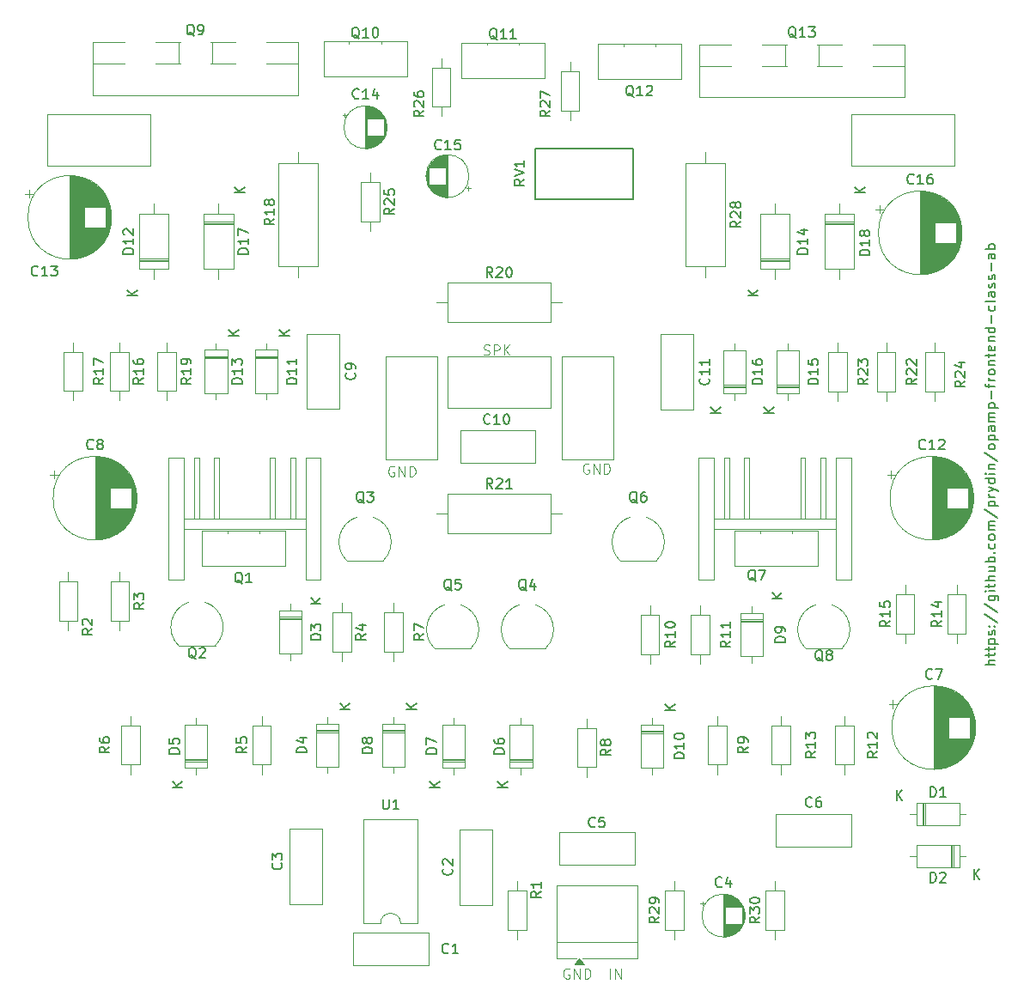
<source format=gbr>
%TF.GenerationSoftware,KiCad,Pcbnew,9.0.6*%
%TF.CreationDate,2025-11-16T15:42:17-05:00*%
%TF.ProjectId,opamp-front,6f70616d-702d-4667-926f-6e742e6b6963,rev?*%
%TF.SameCoordinates,Original*%
%TF.FileFunction,Legend,Top*%
%TF.FilePolarity,Positive*%
%FSLAX46Y46*%
G04 Gerber Fmt 4.6, Leading zero omitted, Abs format (unit mm)*
G04 Created by KiCad (PCBNEW 9.0.6) date 2025-11-16 15:42:17*
%MOMM*%
%LPD*%
G01*
G04 APERTURE LIST*
%ADD10C,0.100000*%
%ADD11C,0.200000*%
%ADD12C,0.150000*%
%ADD13C,0.120000*%
%ADD14C,0.127000*%
G04 APERTURE END LIST*
D10*
X90235693Y-81724038D02*
X90140455Y-81676419D01*
X90140455Y-81676419D02*
X89997598Y-81676419D01*
X89997598Y-81676419D02*
X89854741Y-81724038D01*
X89854741Y-81724038D02*
X89759503Y-81819276D01*
X89759503Y-81819276D02*
X89711884Y-81914514D01*
X89711884Y-81914514D02*
X89664265Y-82104990D01*
X89664265Y-82104990D02*
X89664265Y-82247847D01*
X89664265Y-82247847D02*
X89711884Y-82438323D01*
X89711884Y-82438323D02*
X89759503Y-82533561D01*
X89759503Y-82533561D02*
X89854741Y-82628800D01*
X89854741Y-82628800D02*
X89997598Y-82676419D01*
X89997598Y-82676419D02*
X90092836Y-82676419D01*
X90092836Y-82676419D02*
X90235693Y-82628800D01*
X90235693Y-82628800D02*
X90283312Y-82581180D01*
X90283312Y-82581180D02*
X90283312Y-82247847D01*
X90283312Y-82247847D02*
X90092836Y-82247847D01*
X90711884Y-82676419D02*
X90711884Y-81676419D01*
X90711884Y-81676419D02*
X91283312Y-82676419D01*
X91283312Y-82676419D02*
X91283312Y-81676419D01*
X91759503Y-82676419D02*
X91759503Y-81676419D01*
X91759503Y-81676419D02*
X91997598Y-81676419D01*
X91997598Y-81676419D02*
X92140455Y-81724038D01*
X92140455Y-81724038D02*
X92235693Y-81819276D01*
X92235693Y-81819276D02*
X92283312Y-81914514D01*
X92283312Y-81914514D02*
X92330931Y-82104990D01*
X92330931Y-82104990D02*
X92330931Y-82247847D01*
X92330931Y-82247847D02*
X92283312Y-82438323D01*
X92283312Y-82438323D02*
X92235693Y-82533561D01*
X92235693Y-82533561D02*
X92140455Y-82628800D01*
X92140455Y-82628800D02*
X91997598Y-82676419D01*
X91997598Y-82676419D02*
X91759503Y-82676419D01*
X109412693Y-81470038D02*
X109317455Y-81422419D01*
X109317455Y-81422419D02*
X109174598Y-81422419D01*
X109174598Y-81422419D02*
X109031741Y-81470038D01*
X109031741Y-81470038D02*
X108936503Y-81565276D01*
X108936503Y-81565276D02*
X108888884Y-81660514D01*
X108888884Y-81660514D02*
X108841265Y-81850990D01*
X108841265Y-81850990D02*
X108841265Y-81993847D01*
X108841265Y-81993847D02*
X108888884Y-82184323D01*
X108888884Y-82184323D02*
X108936503Y-82279561D01*
X108936503Y-82279561D02*
X109031741Y-82374800D01*
X109031741Y-82374800D02*
X109174598Y-82422419D01*
X109174598Y-82422419D02*
X109269836Y-82422419D01*
X109269836Y-82422419D02*
X109412693Y-82374800D01*
X109412693Y-82374800D02*
X109460312Y-82327180D01*
X109460312Y-82327180D02*
X109460312Y-81993847D01*
X109460312Y-81993847D02*
X109269836Y-81993847D01*
X109888884Y-82422419D02*
X109888884Y-81422419D01*
X109888884Y-81422419D02*
X110460312Y-82422419D01*
X110460312Y-82422419D02*
X110460312Y-81422419D01*
X110936503Y-82422419D02*
X110936503Y-81422419D01*
X110936503Y-81422419D02*
X111174598Y-81422419D01*
X111174598Y-81422419D02*
X111317455Y-81470038D01*
X111317455Y-81470038D02*
X111412693Y-81565276D01*
X111412693Y-81565276D02*
X111460312Y-81660514D01*
X111460312Y-81660514D02*
X111507931Y-81850990D01*
X111507931Y-81850990D02*
X111507931Y-81993847D01*
X111507931Y-81993847D02*
X111460312Y-82184323D01*
X111460312Y-82184323D02*
X111412693Y-82279561D01*
X111412693Y-82279561D02*
X111317455Y-82374800D01*
X111317455Y-82374800D02*
X111174598Y-82422419D01*
X111174598Y-82422419D02*
X110936503Y-82422419D01*
X107485992Y-131254038D02*
X107390754Y-131206419D01*
X107390754Y-131206419D02*
X107247897Y-131206419D01*
X107247897Y-131206419D02*
X107105040Y-131254038D01*
X107105040Y-131254038D02*
X107009802Y-131349276D01*
X107009802Y-131349276D02*
X106962183Y-131444514D01*
X106962183Y-131444514D02*
X106914564Y-131634990D01*
X106914564Y-131634990D02*
X106914564Y-131777847D01*
X106914564Y-131777847D02*
X106962183Y-131968323D01*
X106962183Y-131968323D02*
X107009802Y-132063561D01*
X107009802Y-132063561D02*
X107105040Y-132158800D01*
X107105040Y-132158800D02*
X107247897Y-132206419D01*
X107247897Y-132206419D02*
X107343135Y-132206419D01*
X107343135Y-132206419D02*
X107485992Y-132158800D01*
X107485992Y-132158800D02*
X107533611Y-132111180D01*
X107533611Y-132111180D02*
X107533611Y-131777847D01*
X107533611Y-131777847D02*
X107343135Y-131777847D01*
X107962183Y-132206419D02*
X107962183Y-131206419D01*
X107962183Y-131206419D02*
X108533611Y-132206419D01*
X108533611Y-132206419D02*
X108533611Y-131206419D01*
X109009802Y-132206419D02*
X109009802Y-131206419D01*
X109009802Y-131206419D02*
X109247897Y-131206419D01*
X109247897Y-131206419D02*
X109390754Y-131254038D01*
X109390754Y-131254038D02*
X109485992Y-131349276D01*
X109485992Y-131349276D02*
X109533611Y-131444514D01*
X109533611Y-131444514D02*
X109581230Y-131634990D01*
X109581230Y-131634990D02*
X109581230Y-131777847D01*
X109581230Y-131777847D02*
X109533611Y-131968323D01*
X109533611Y-131968323D02*
X109485992Y-132063561D01*
X109485992Y-132063561D02*
X109390754Y-132158800D01*
X109390754Y-132158800D02*
X109247897Y-132206419D01*
X109247897Y-132206419D02*
X109009802Y-132206419D01*
X99062265Y-70663800D02*
X99205122Y-70711419D01*
X99205122Y-70711419D02*
X99443217Y-70711419D01*
X99443217Y-70711419D02*
X99538455Y-70663800D01*
X99538455Y-70663800D02*
X99586074Y-70616180D01*
X99586074Y-70616180D02*
X99633693Y-70520942D01*
X99633693Y-70520942D02*
X99633693Y-70425704D01*
X99633693Y-70425704D02*
X99586074Y-70330466D01*
X99586074Y-70330466D02*
X99538455Y-70282847D01*
X99538455Y-70282847D02*
X99443217Y-70235228D01*
X99443217Y-70235228D02*
X99252741Y-70187609D01*
X99252741Y-70187609D02*
X99157503Y-70139990D01*
X99157503Y-70139990D02*
X99109884Y-70092371D01*
X99109884Y-70092371D02*
X99062265Y-69997133D01*
X99062265Y-69997133D02*
X99062265Y-69901895D01*
X99062265Y-69901895D02*
X99109884Y-69806657D01*
X99109884Y-69806657D02*
X99157503Y-69759038D01*
X99157503Y-69759038D02*
X99252741Y-69711419D01*
X99252741Y-69711419D02*
X99490836Y-69711419D01*
X99490836Y-69711419D02*
X99633693Y-69759038D01*
X100062265Y-70711419D02*
X100062265Y-69711419D01*
X100062265Y-69711419D02*
X100443217Y-69711419D01*
X100443217Y-69711419D02*
X100538455Y-69759038D01*
X100538455Y-69759038D02*
X100586074Y-69806657D01*
X100586074Y-69806657D02*
X100633693Y-69901895D01*
X100633693Y-69901895D02*
X100633693Y-70044752D01*
X100633693Y-70044752D02*
X100586074Y-70139990D01*
X100586074Y-70139990D02*
X100538455Y-70187609D01*
X100538455Y-70187609D02*
X100443217Y-70235228D01*
X100443217Y-70235228D02*
X100062265Y-70235228D01*
X101062265Y-70711419D02*
X101062265Y-69711419D01*
X101633693Y-70711419D02*
X101205122Y-70139990D01*
X101633693Y-69711419D02*
X101062265Y-70282847D01*
D11*
X149473219Y-101230326D02*
X148473219Y-101230326D01*
X149473219Y-100801755D02*
X148949409Y-100801755D01*
X148949409Y-100801755D02*
X148854171Y-100849374D01*
X148854171Y-100849374D02*
X148806552Y-100944612D01*
X148806552Y-100944612D02*
X148806552Y-101087469D01*
X148806552Y-101087469D02*
X148854171Y-101182707D01*
X148854171Y-101182707D02*
X148901790Y-101230326D01*
X148806552Y-100468421D02*
X148806552Y-100087469D01*
X148473219Y-100325564D02*
X149330361Y-100325564D01*
X149330361Y-100325564D02*
X149425600Y-100277945D01*
X149425600Y-100277945D02*
X149473219Y-100182707D01*
X149473219Y-100182707D02*
X149473219Y-100087469D01*
X148806552Y-99896992D02*
X148806552Y-99516040D01*
X148473219Y-99754135D02*
X149330361Y-99754135D01*
X149330361Y-99754135D02*
X149425600Y-99706516D01*
X149425600Y-99706516D02*
X149473219Y-99611278D01*
X149473219Y-99611278D02*
X149473219Y-99516040D01*
X148806552Y-99182706D02*
X149806552Y-99182706D01*
X148854171Y-99182706D02*
X148806552Y-99087468D01*
X148806552Y-99087468D02*
X148806552Y-98896992D01*
X148806552Y-98896992D02*
X148854171Y-98801754D01*
X148854171Y-98801754D02*
X148901790Y-98754135D01*
X148901790Y-98754135D02*
X148997028Y-98706516D01*
X148997028Y-98706516D02*
X149282742Y-98706516D01*
X149282742Y-98706516D02*
X149377980Y-98754135D01*
X149377980Y-98754135D02*
X149425600Y-98801754D01*
X149425600Y-98801754D02*
X149473219Y-98896992D01*
X149473219Y-98896992D02*
X149473219Y-99087468D01*
X149473219Y-99087468D02*
X149425600Y-99182706D01*
X149425600Y-98325563D02*
X149473219Y-98230325D01*
X149473219Y-98230325D02*
X149473219Y-98039849D01*
X149473219Y-98039849D02*
X149425600Y-97944611D01*
X149425600Y-97944611D02*
X149330361Y-97896992D01*
X149330361Y-97896992D02*
X149282742Y-97896992D01*
X149282742Y-97896992D02*
X149187504Y-97944611D01*
X149187504Y-97944611D02*
X149139885Y-98039849D01*
X149139885Y-98039849D02*
X149139885Y-98182706D01*
X149139885Y-98182706D02*
X149092266Y-98277944D01*
X149092266Y-98277944D02*
X148997028Y-98325563D01*
X148997028Y-98325563D02*
X148949409Y-98325563D01*
X148949409Y-98325563D02*
X148854171Y-98277944D01*
X148854171Y-98277944D02*
X148806552Y-98182706D01*
X148806552Y-98182706D02*
X148806552Y-98039849D01*
X148806552Y-98039849D02*
X148854171Y-97944611D01*
X149377980Y-97468420D02*
X149425600Y-97420801D01*
X149425600Y-97420801D02*
X149473219Y-97468420D01*
X149473219Y-97468420D02*
X149425600Y-97516039D01*
X149425600Y-97516039D02*
X149377980Y-97468420D01*
X149377980Y-97468420D02*
X149473219Y-97468420D01*
X148854171Y-97468420D02*
X148901790Y-97420801D01*
X148901790Y-97420801D02*
X148949409Y-97468420D01*
X148949409Y-97468420D02*
X148901790Y-97516039D01*
X148901790Y-97516039D02*
X148854171Y-97468420D01*
X148854171Y-97468420D02*
X148949409Y-97468420D01*
X148425600Y-96277945D02*
X149711314Y-97135087D01*
X148425600Y-95230326D02*
X149711314Y-96087468D01*
X148806552Y-94468421D02*
X149616076Y-94468421D01*
X149616076Y-94468421D02*
X149711314Y-94516040D01*
X149711314Y-94516040D02*
X149758933Y-94563659D01*
X149758933Y-94563659D02*
X149806552Y-94658897D01*
X149806552Y-94658897D02*
X149806552Y-94801754D01*
X149806552Y-94801754D02*
X149758933Y-94896992D01*
X149425600Y-94468421D02*
X149473219Y-94563659D01*
X149473219Y-94563659D02*
X149473219Y-94754135D01*
X149473219Y-94754135D02*
X149425600Y-94849373D01*
X149425600Y-94849373D02*
X149377980Y-94896992D01*
X149377980Y-94896992D02*
X149282742Y-94944611D01*
X149282742Y-94944611D02*
X148997028Y-94944611D01*
X148997028Y-94944611D02*
X148901790Y-94896992D01*
X148901790Y-94896992D02*
X148854171Y-94849373D01*
X148854171Y-94849373D02*
X148806552Y-94754135D01*
X148806552Y-94754135D02*
X148806552Y-94563659D01*
X148806552Y-94563659D02*
X148854171Y-94468421D01*
X149473219Y-93992230D02*
X148806552Y-93992230D01*
X148473219Y-93992230D02*
X148520838Y-94039849D01*
X148520838Y-94039849D02*
X148568457Y-93992230D01*
X148568457Y-93992230D02*
X148520838Y-93944611D01*
X148520838Y-93944611D02*
X148473219Y-93992230D01*
X148473219Y-93992230D02*
X148568457Y-93992230D01*
X148806552Y-93658897D02*
X148806552Y-93277945D01*
X148473219Y-93516040D02*
X149330361Y-93516040D01*
X149330361Y-93516040D02*
X149425600Y-93468421D01*
X149425600Y-93468421D02*
X149473219Y-93373183D01*
X149473219Y-93373183D02*
X149473219Y-93277945D01*
X149473219Y-92944611D02*
X148473219Y-92944611D01*
X149473219Y-92516040D02*
X148949409Y-92516040D01*
X148949409Y-92516040D02*
X148854171Y-92563659D01*
X148854171Y-92563659D02*
X148806552Y-92658897D01*
X148806552Y-92658897D02*
X148806552Y-92801754D01*
X148806552Y-92801754D02*
X148854171Y-92896992D01*
X148854171Y-92896992D02*
X148901790Y-92944611D01*
X148806552Y-91611278D02*
X149473219Y-91611278D01*
X148806552Y-92039849D02*
X149330361Y-92039849D01*
X149330361Y-92039849D02*
X149425600Y-91992230D01*
X149425600Y-91992230D02*
X149473219Y-91896992D01*
X149473219Y-91896992D02*
X149473219Y-91754135D01*
X149473219Y-91754135D02*
X149425600Y-91658897D01*
X149425600Y-91658897D02*
X149377980Y-91611278D01*
X149473219Y-91135087D02*
X148473219Y-91135087D01*
X148854171Y-91135087D02*
X148806552Y-91039849D01*
X148806552Y-91039849D02*
X148806552Y-90849373D01*
X148806552Y-90849373D02*
X148854171Y-90754135D01*
X148854171Y-90754135D02*
X148901790Y-90706516D01*
X148901790Y-90706516D02*
X148997028Y-90658897D01*
X148997028Y-90658897D02*
X149282742Y-90658897D01*
X149282742Y-90658897D02*
X149377980Y-90706516D01*
X149377980Y-90706516D02*
X149425600Y-90754135D01*
X149425600Y-90754135D02*
X149473219Y-90849373D01*
X149473219Y-90849373D02*
X149473219Y-91039849D01*
X149473219Y-91039849D02*
X149425600Y-91135087D01*
X149377980Y-90230325D02*
X149425600Y-90182706D01*
X149425600Y-90182706D02*
X149473219Y-90230325D01*
X149473219Y-90230325D02*
X149425600Y-90277944D01*
X149425600Y-90277944D02*
X149377980Y-90230325D01*
X149377980Y-90230325D02*
X149473219Y-90230325D01*
X149425600Y-89325564D02*
X149473219Y-89420802D01*
X149473219Y-89420802D02*
X149473219Y-89611278D01*
X149473219Y-89611278D02*
X149425600Y-89706516D01*
X149425600Y-89706516D02*
X149377980Y-89754135D01*
X149377980Y-89754135D02*
X149282742Y-89801754D01*
X149282742Y-89801754D02*
X148997028Y-89801754D01*
X148997028Y-89801754D02*
X148901790Y-89754135D01*
X148901790Y-89754135D02*
X148854171Y-89706516D01*
X148854171Y-89706516D02*
X148806552Y-89611278D01*
X148806552Y-89611278D02*
X148806552Y-89420802D01*
X148806552Y-89420802D02*
X148854171Y-89325564D01*
X149473219Y-88754135D02*
X149425600Y-88849373D01*
X149425600Y-88849373D02*
X149377980Y-88896992D01*
X149377980Y-88896992D02*
X149282742Y-88944611D01*
X149282742Y-88944611D02*
X148997028Y-88944611D01*
X148997028Y-88944611D02*
X148901790Y-88896992D01*
X148901790Y-88896992D02*
X148854171Y-88849373D01*
X148854171Y-88849373D02*
X148806552Y-88754135D01*
X148806552Y-88754135D02*
X148806552Y-88611278D01*
X148806552Y-88611278D02*
X148854171Y-88516040D01*
X148854171Y-88516040D02*
X148901790Y-88468421D01*
X148901790Y-88468421D02*
X148997028Y-88420802D01*
X148997028Y-88420802D02*
X149282742Y-88420802D01*
X149282742Y-88420802D02*
X149377980Y-88468421D01*
X149377980Y-88468421D02*
X149425600Y-88516040D01*
X149425600Y-88516040D02*
X149473219Y-88611278D01*
X149473219Y-88611278D02*
X149473219Y-88754135D01*
X149473219Y-87992230D02*
X148806552Y-87992230D01*
X148901790Y-87992230D02*
X148854171Y-87944611D01*
X148854171Y-87944611D02*
X148806552Y-87849373D01*
X148806552Y-87849373D02*
X148806552Y-87706516D01*
X148806552Y-87706516D02*
X148854171Y-87611278D01*
X148854171Y-87611278D02*
X148949409Y-87563659D01*
X148949409Y-87563659D02*
X149473219Y-87563659D01*
X148949409Y-87563659D02*
X148854171Y-87516040D01*
X148854171Y-87516040D02*
X148806552Y-87420802D01*
X148806552Y-87420802D02*
X148806552Y-87277945D01*
X148806552Y-87277945D02*
X148854171Y-87182706D01*
X148854171Y-87182706D02*
X148949409Y-87135087D01*
X148949409Y-87135087D02*
X149473219Y-87135087D01*
X148425600Y-85944612D02*
X149711314Y-86801754D01*
X148806552Y-85611278D02*
X149806552Y-85611278D01*
X148854171Y-85611278D02*
X148806552Y-85516040D01*
X148806552Y-85516040D02*
X148806552Y-85325564D01*
X148806552Y-85325564D02*
X148854171Y-85230326D01*
X148854171Y-85230326D02*
X148901790Y-85182707D01*
X148901790Y-85182707D02*
X148997028Y-85135088D01*
X148997028Y-85135088D02*
X149282742Y-85135088D01*
X149282742Y-85135088D02*
X149377980Y-85182707D01*
X149377980Y-85182707D02*
X149425600Y-85230326D01*
X149425600Y-85230326D02*
X149473219Y-85325564D01*
X149473219Y-85325564D02*
X149473219Y-85516040D01*
X149473219Y-85516040D02*
X149425600Y-85611278D01*
X149473219Y-84706516D02*
X148806552Y-84706516D01*
X148997028Y-84706516D02*
X148901790Y-84658897D01*
X148901790Y-84658897D02*
X148854171Y-84611278D01*
X148854171Y-84611278D02*
X148806552Y-84516040D01*
X148806552Y-84516040D02*
X148806552Y-84420802D01*
X148806552Y-84182706D02*
X149473219Y-83944611D01*
X148806552Y-83706516D02*
X149473219Y-83944611D01*
X149473219Y-83944611D02*
X149711314Y-84039849D01*
X149711314Y-84039849D02*
X149758933Y-84087468D01*
X149758933Y-84087468D02*
X149806552Y-84182706D01*
X149473219Y-82896992D02*
X148473219Y-82896992D01*
X149425600Y-82896992D02*
X149473219Y-82992230D01*
X149473219Y-82992230D02*
X149473219Y-83182706D01*
X149473219Y-83182706D02*
X149425600Y-83277944D01*
X149425600Y-83277944D02*
X149377980Y-83325563D01*
X149377980Y-83325563D02*
X149282742Y-83373182D01*
X149282742Y-83373182D02*
X148997028Y-83373182D01*
X148997028Y-83373182D02*
X148901790Y-83325563D01*
X148901790Y-83325563D02*
X148854171Y-83277944D01*
X148854171Y-83277944D02*
X148806552Y-83182706D01*
X148806552Y-83182706D02*
X148806552Y-82992230D01*
X148806552Y-82992230D02*
X148854171Y-82896992D01*
X149473219Y-82420801D02*
X148806552Y-82420801D01*
X148473219Y-82420801D02*
X148520838Y-82468420D01*
X148520838Y-82468420D02*
X148568457Y-82420801D01*
X148568457Y-82420801D02*
X148520838Y-82373182D01*
X148520838Y-82373182D02*
X148473219Y-82420801D01*
X148473219Y-82420801D02*
X148568457Y-82420801D01*
X148806552Y-81944611D02*
X149473219Y-81944611D01*
X148901790Y-81944611D02*
X148854171Y-81896992D01*
X148854171Y-81896992D02*
X148806552Y-81801754D01*
X148806552Y-81801754D02*
X148806552Y-81658897D01*
X148806552Y-81658897D02*
X148854171Y-81563659D01*
X148854171Y-81563659D02*
X148949409Y-81516040D01*
X148949409Y-81516040D02*
X149473219Y-81516040D01*
X148425600Y-80325564D02*
X149711314Y-81182706D01*
X149473219Y-79849373D02*
X149425600Y-79944611D01*
X149425600Y-79944611D02*
X149377980Y-79992230D01*
X149377980Y-79992230D02*
X149282742Y-80039849D01*
X149282742Y-80039849D02*
X148997028Y-80039849D01*
X148997028Y-80039849D02*
X148901790Y-79992230D01*
X148901790Y-79992230D02*
X148854171Y-79944611D01*
X148854171Y-79944611D02*
X148806552Y-79849373D01*
X148806552Y-79849373D02*
X148806552Y-79706516D01*
X148806552Y-79706516D02*
X148854171Y-79611278D01*
X148854171Y-79611278D02*
X148901790Y-79563659D01*
X148901790Y-79563659D02*
X148997028Y-79516040D01*
X148997028Y-79516040D02*
X149282742Y-79516040D01*
X149282742Y-79516040D02*
X149377980Y-79563659D01*
X149377980Y-79563659D02*
X149425600Y-79611278D01*
X149425600Y-79611278D02*
X149473219Y-79706516D01*
X149473219Y-79706516D02*
X149473219Y-79849373D01*
X148806552Y-79087468D02*
X149806552Y-79087468D01*
X148854171Y-79087468D02*
X148806552Y-78992230D01*
X148806552Y-78992230D02*
X148806552Y-78801754D01*
X148806552Y-78801754D02*
X148854171Y-78706516D01*
X148854171Y-78706516D02*
X148901790Y-78658897D01*
X148901790Y-78658897D02*
X148997028Y-78611278D01*
X148997028Y-78611278D02*
X149282742Y-78611278D01*
X149282742Y-78611278D02*
X149377980Y-78658897D01*
X149377980Y-78658897D02*
X149425600Y-78706516D01*
X149425600Y-78706516D02*
X149473219Y-78801754D01*
X149473219Y-78801754D02*
X149473219Y-78992230D01*
X149473219Y-78992230D02*
X149425600Y-79087468D01*
X149473219Y-77754135D02*
X148949409Y-77754135D01*
X148949409Y-77754135D02*
X148854171Y-77801754D01*
X148854171Y-77801754D02*
X148806552Y-77896992D01*
X148806552Y-77896992D02*
X148806552Y-78087468D01*
X148806552Y-78087468D02*
X148854171Y-78182706D01*
X149425600Y-77754135D02*
X149473219Y-77849373D01*
X149473219Y-77849373D02*
X149473219Y-78087468D01*
X149473219Y-78087468D02*
X149425600Y-78182706D01*
X149425600Y-78182706D02*
X149330361Y-78230325D01*
X149330361Y-78230325D02*
X149235123Y-78230325D01*
X149235123Y-78230325D02*
X149139885Y-78182706D01*
X149139885Y-78182706D02*
X149092266Y-78087468D01*
X149092266Y-78087468D02*
X149092266Y-77849373D01*
X149092266Y-77849373D02*
X149044647Y-77754135D01*
X149473219Y-77277944D02*
X148806552Y-77277944D01*
X148901790Y-77277944D02*
X148854171Y-77230325D01*
X148854171Y-77230325D02*
X148806552Y-77135087D01*
X148806552Y-77135087D02*
X148806552Y-76992230D01*
X148806552Y-76992230D02*
X148854171Y-76896992D01*
X148854171Y-76896992D02*
X148949409Y-76849373D01*
X148949409Y-76849373D02*
X149473219Y-76849373D01*
X148949409Y-76849373D02*
X148854171Y-76801754D01*
X148854171Y-76801754D02*
X148806552Y-76706516D01*
X148806552Y-76706516D02*
X148806552Y-76563659D01*
X148806552Y-76563659D02*
X148854171Y-76468420D01*
X148854171Y-76468420D02*
X148949409Y-76420801D01*
X148949409Y-76420801D02*
X149473219Y-76420801D01*
X148806552Y-75944611D02*
X149806552Y-75944611D01*
X148854171Y-75944611D02*
X148806552Y-75849373D01*
X148806552Y-75849373D02*
X148806552Y-75658897D01*
X148806552Y-75658897D02*
X148854171Y-75563659D01*
X148854171Y-75563659D02*
X148901790Y-75516040D01*
X148901790Y-75516040D02*
X148997028Y-75468421D01*
X148997028Y-75468421D02*
X149282742Y-75468421D01*
X149282742Y-75468421D02*
X149377980Y-75516040D01*
X149377980Y-75516040D02*
X149425600Y-75563659D01*
X149425600Y-75563659D02*
X149473219Y-75658897D01*
X149473219Y-75658897D02*
X149473219Y-75849373D01*
X149473219Y-75849373D02*
X149425600Y-75944611D01*
X149092266Y-75039849D02*
X149092266Y-74277945D01*
X148806552Y-73944611D02*
X148806552Y-73563659D01*
X149473219Y-73801754D02*
X148616076Y-73801754D01*
X148616076Y-73801754D02*
X148520838Y-73754135D01*
X148520838Y-73754135D02*
X148473219Y-73658897D01*
X148473219Y-73658897D02*
X148473219Y-73563659D01*
X149473219Y-73230325D02*
X148806552Y-73230325D01*
X148997028Y-73230325D02*
X148901790Y-73182706D01*
X148901790Y-73182706D02*
X148854171Y-73135087D01*
X148854171Y-73135087D02*
X148806552Y-73039849D01*
X148806552Y-73039849D02*
X148806552Y-72944611D01*
X149473219Y-72468420D02*
X149425600Y-72563658D01*
X149425600Y-72563658D02*
X149377980Y-72611277D01*
X149377980Y-72611277D02*
X149282742Y-72658896D01*
X149282742Y-72658896D02*
X148997028Y-72658896D01*
X148997028Y-72658896D02*
X148901790Y-72611277D01*
X148901790Y-72611277D02*
X148854171Y-72563658D01*
X148854171Y-72563658D02*
X148806552Y-72468420D01*
X148806552Y-72468420D02*
X148806552Y-72325563D01*
X148806552Y-72325563D02*
X148854171Y-72230325D01*
X148854171Y-72230325D02*
X148901790Y-72182706D01*
X148901790Y-72182706D02*
X148997028Y-72135087D01*
X148997028Y-72135087D02*
X149282742Y-72135087D01*
X149282742Y-72135087D02*
X149377980Y-72182706D01*
X149377980Y-72182706D02*
X149425600Y-72230325D01*
X149425600Y-72230325D02*
X149473219Y-72325563D01*
X149473219Y-72325563D02*
X149473219Y-72468420D01*
X148806552Y-71706515D02*
X149473219Y-71706515D01*
X148901790Y-71706515D02*
X148854171Y-71658896D01*
X148854171Y-71658896D02*
X148806552Y-71563658D01*
X148806552Y-71563658D02*
X148806552Y-71420801D01*
X148806552Y-71420801D02*
X148854171Y-71325563D01*
X148854171Y-71325563D02*
X148949409Y-71277944D01*
X148949409Y-71277944D02*
X149473219Y-71277944D01*
X148806552Y-70944610D02*
X148806552Y-70563658D01*
X148473219Y-70801753D02*
X149330361Y-70801753D01*
X149330361Y-70801753D02*
X149425600Y-70754134D01*
X149425600Y-70754134D02*
X149473219Y-70658896D01*
X149473219Y-70658896D02*
X149473219Y-70563658D01*
X149425600Y-69849372D02*
X149473219Y-69944610D01*
X149473219Y-69944610D02*
X149473219Y-70135086D01*
X149473219Y-70135086D02*
X149425600Y-70230324D01*
X149425600Y-70230324D02*
X149330361Y-70277943D01*
X149330361Y-70277943D02*
X148949409Y-70277943D01*
X148949409Y-70277943D02*
X148854171Y-70230324D01*
X148854171Y-70230324D02*
X148806552Y-70135086D01*
X148806552Y-70135086D02*
X148806552Y-69944610D01*
X148806552Y-69944610D02*
X148854171Y-69849372D01*
X148854171Y-69849372D02*
X148949409Y-69801753D01*
X148949409Y-69801753D02*
X149044647Y-69801753D01*
X149044647Y-69801753D02*
X149139885Y-70277943D01*
X148806552Y-69373181D02*
X149473219Y-69373181D01*
X148901790Y-69373181D02*
X148854171Y-69325562D01*
X148854171Y-69325562D02*
X148806552Y-69230324D01*
X148806552Y-69230324D02*
X148806552Y-69087467D01*
X148806552Y-69087467D02*
X148854171Y-68992229D01*
X148854171Y-68992229D02*
X148949409Y-68944610D01*
X148949409Y-68944610D02*
X149473219Y-68944610D01*
X149473219Y-68039848D02*
X148473219Y-68039848D01*
X149425600Y-68039848D02*
X149473219Y-68135086D01*
X149473219Y-68135086D02*
X149473219Y-68325562D01*
X149473219Y-68325562D02*
X149425600Y-68420800D01*
X149425600Y-68420800D02*
X149377980Y-68468419D01*
X149377980Y-68468419D02*
X149282742Y-68516038D01*
X149282742Y-68516038D02*
X148997028Y-68516038D01*
X148997028Y-68516038D02*
X148901790Y-68468419D01*
X148901790Y-68468419D02*
X148854171Y-68420800D01*
X148854171Y-68420800D02*
X148806552Y-68325562D01*
X148806552Y-68325562D02*
X148806552Y-68135086D01*
X148806552Y-68135086D02*
X148854171Y-68039848D01*
X149092266Y-67563657D02*
X149092266Y-66801753D01*
X149425600Y-65896991D02*
X149473219Y-65992229D01*
X149473219Y-65992229D02*
X149473219Y-66182705D01*
X149473219Y-66182705D02*
X149425600Y-66277943D01*
X149425600Y-66277943D02*
X149377980Y-66325562D01*
X149377980Y-66325562D02*
X149282742Y-66373181D01*
X149282742Y-66373181D02*
X148997028Y-66373181D01*
X148997028Y-66373181D02*
X148901790Y-66325562D01*
X148901790Y-66325562D02*
X148854171Y-66277943D01*
X148854171Y-66277943D02*
X148806552Y-66182705D01*
X148806552Y-66182705D02*
X148806552Y-65992229D01*
X148806552Y-65992229D02*
X148854171Y-65896991D01*
X149473219Y-65325562D02*
X149425600Y-65420800D01*
X149425600Y-65420800D02*
X149330361Y-65468419D01*
X149330361Y-65468419D02*
X148473219Y-65468419D01*
X149473219Y-64516038D02*
X148949409Y-64516038D01*
X148949409Y-64516038D02*
X148854171Y-64563657D01*
X148854171Y-64563657D02*
X148806552Y-64658895D01*
X148806552Y-64658895D02*
X148806552Y-64849371D01*
X148806552Y-64849371D02*
X148854171Y-64944609D01*
X149425600Y-64516038D02*
X149473219Y-64611276D01*
X149473219Y-64611276D02*
X149473219Y-64849371D01*
X149473219Y-64849371D02*
X149425600Y-64944609D01*
X149425600Y-64944609D02*
X149330361Y-64992228D01*
X149330361Y-64992228D02*
X149235123Y-64992228D01*
X149235123Y-64992228D02*
X149139885Y-64944609D01*
X149139885Y-64944609D02*
X149092266Y-64849371D01*
X149092266Y-64849371D02*
X149092266Y-64611276D01*
X149092266Y-64611276D02*
X149044647Y-64516038D01*
X149425600Y-64087466D02*
X149473219Y-63992228D01*
X149473219Y-63992228D02*
X149473219Y-63801752D01*
X149473219Y-63801752D02*
X149425600Y-63706514D01*
X149425600Y-63706514D02*
X149330361Y-63658895D01*
X149330361Y-63658895D02*
X149282742Y-63658895D01*
X149282742Y-63658895D02*
X149187504Y-63706514D01*
X149187504Y-63706514D02*
X149139885Y-63801752D01*
X149139885Y-63801752D02*
X149139885Y-63944609D01*
X149139885Y-63944609D02*
X149092266Y-64039847D01*
X149092266Y-64039847D02*
X148997028Y-64087466D01*
X148997028Y-64087466D02*
X148949409Y-64087466D01*
X148949409Y-64087466D02*
X148854171Y-64039847D01*
X148854171Y-64039847D02*
X148806552Y-63944609D01*
X148806552Y-63944609D02*
X148806552Y-63801752D01*
X148806552Y-63801752D02*
X148854171Y-63706514D01*
X149425600Y-63277942D02*
X149473219Y-63182704D01*
X149473219Y-63182704D02*
X149473219Y-62992228D01*
X149473219Y-62992228D02*
X149425600Y-62896990D01*
X149425600Y-62896990D02*
X149330361Y-62849371D01*
X149330361Y-62849371D02*
X149282742Y-62849371D01*
X149282742Y-62849371D02*
X149187504Y-62896990D01*
X149187504Y-62896990D02*
X149139885Y-62992228D01*
X149139885Y-62992228D02*
X149139885Y-63135085D01*
X149139885Y-63135085D02*
X149092266Y-63230323D01*
X149092266Y-63230323D02*
X148997028Y-63277942D01*
X148997028Y-63277942D02*
X148949409Y-63277942D01*
X148949409Y-63277942D02*
X148854171Y-63230323D01*
X148854171Y-63230323D02*
X148806552Y-63135085D01*
X148806552Y-63135085D02*
X148806552Y-62992228D01*
X148806552Y-62992228D02*
X148854171Y-62896990D01*
X149092266Y-62420799D02*
X149092266Y-61658895D01*
X149473219Y-60754133D02*
X148949409Y-60754133D01*
X148949409Y-60754133D02*
X148854171Y-60801752D01*
X148854171Y-60801752D02*
X148806552Y-60896990D01*
X148806552Y-60896990D02*
X148806552Y-61087466D01*
X148806552Y-61087466D02*
X148854171Y-61182704D01*
X149425600Y-60754133D02*
X149473219Y-60849371D01*
X149473219Y-60849371D02*
X149473219Y-61087466D01*
X149473219Y-61087466D02*
X149425600Y-61182704D01*
X149425600Y-61182704D02*
X149330361Y-61230323D01*
X149330361Y-61230323D02*
X149235123Y-61230323D01*
X149235123Y-61230323D02*
X149139885Y-61182704D01*
X149139885Y-61182704D02*
X149092266Y-61087466D01*
X149092266Y-61087466D02*
X149092266Y-60849371D01*
X149092266Y-60849371D02*
X149044647Y-60754133D01*
X149473219Y-60277942D02*
X148473219Y-60277942D01*
X148854171Y-60277942D02*
X148806552Y-60182704D01*
X148806552Y-60182704D02*
X148806552Y-59992228D01*
X148806552Y-59992228D02*
X148854171Y-59896990D01*
X148854171Y-59896990D02*
X148901790Y-59849371D01*
X148901790Y-59849371D02*
X148997028Y-59801752D01*
X148997028Y-59801752D02*
X149282742Y-59801752D01*
X149282742Y-59801752D02*
X149377980Y-59849371D01*
X149377980Y-59849371D02*
X149425600Y-59896990D01*
X149425600Y-59896990D02*
X149473219Y-59992228D01*
X149473219Y-59992228D02*
X149473219Y-60182704D01*
X149473219Y-60182704D02*
X149425600Y-60277942D01*
D10*
X111534183Y-132206419D02*
X111534183Y-131206419D01*
X112010373Y-132206419D02*
X112010373Y-131206419D01*
X112010373Y-131206419D02*
X112581801Y-132206419D01*
X112581801Y-132206419D02*
X112581801Y-131206419D01*
D12*
X99941142Y-83894819D02*
X99607809Y-83418628D01*
X99369714Y-83894819D02*
X99369714Y-82894819D01*
X99369714Y-82894819D02*
X99750666Y-82894819D01*
X99750666Y-82894819D02*
X99845904Y-82942438D01*
X99845904Y-82942438D02*
X99893523Y-82990057D01*
X99893523Y-82990057D02*
X99941142Y-83085295D01*
X99941142Y-83085295D02*
X99941142Y-83228152D01*
X99941142Y-83228152D02*
X99893523Y-83323390D01*
X99893523Y-83323390D02*
X99845904Y-83371009D01*
X99845904Y-83371009D02*
X99750666Y-83418628D01*
X99750666Y-83418628D02*
X99369714Y-83418628D01*
X100322095Y-82990057D02*
X100369714Y-82942438D01*
X100369714Y-82942438D02*
X100464952Y-82894819D01*
X100464952Y-82894819D02*
X100703047Y-82894819D01*
X100703047Y-82894819D02*
X100798285Y-82942438D01*
X100798285Y-82942438D02*
X100845904Y-82990057D01*
X100845904Y-82990057D02*
X100893523Y-83085295D01*
X100893523Y-83085295D02*
X100893523Y-83180533D01*
X100893523Y-83180533D02*
X100845904Y-83323390D01*
X100845904Y-83323390D02*
X100274476Y-83894819D01*
X100274476Y-83894819D02*
X100893523Y-83894819D01*
X101845904Y-83894819D02*
X101274476Y-83894819D01*
X101560190Y-83894819D02*
X101560190Y-82894819D01*
X101560190Y-82894819D02*
X101464952Y-83037676D01*
X101464952Y-83037676D02*
X101369714Y-83132914D01*
X101369714Y-83132914D02*
X101274476Y-83180533D01*
X70543761Y-39243057D02*
X70448523Y-39195438D01*
X70448523Y-39195438D02*
X70353285Y-39100200D01*
X70353285Y-39100200D02*
X70210428Y-38957342D01*
X70210428Y-38957342D02*
X70115190Y-38909723D01*
X70115190Y-38909723D02*
X70019952Y-38909723D01*
X70067571Y-39147819D02*
X69972333Y-39100200D01*
X69972333Y-39100200D02*
X69877095Y-39004961D01*
X69877095Y-39004961D02*
X69829476Y-38814485D01*
X69829476Y-38814485D02*
X69829476Y-38481152D01*
X69829476Y-38481152D02*
X69877095Y-38290676D01*
X69877095Y-38290676D02*
X69972333Y-38195438D01*
X69972333Y-38195438D02*
X70067571Y-38147819D01*
X70067571Y-38147819D02*
X70258047Y-38147819D01*
X70258047Y-38147819D02*
X70353285Y-38195438D01*
X70353285Y-38195438D02*
X70448523Y-38290676D01*
X70448523Y-38290676D02*
X70496142Y-38481152D01*
X70496142Y-38481152D02*
X70496142Y-38814485D01*
X70496142Y-38814485D02*
X70448523Y-39004961D01*
X70448523Y-39004961D02*
X70353285Y-39100200D01*
X70353285Y-39100200D02*
X70258047Y-39147819D01*
X70258047Y-39147819D02*
X70067571Y-39147819D01*
X70972333Y-39147819D02*
X71162809Y-39147819D01*
X71162809Y-39147819D02*
X71258047Y-39100200D01*
X71258047Y-39100200D02*
X71305666Y-39052580D01*
X71305666Y-39052580D02*
X71400904Y-38909723D01*
X71400904Y-38909723D02*
X71448523Y-38719247D01*
X71448523Y-38719247D02*
X71448523Y-38338295D01*
X71448523Y-38338295D02*
X71400904Y-38243057D01*
X71400904Y-38243057D02*
X71353285Y-38195438D01*
X71353285Y-38195438D02*
X71258047Y-38147819D01*
X71258047Y-38147819D02*
X71067571Y-38147819D01*
X71067571Y-38147819D02*
X70972333Y-38195438D01*
X70972333Y-38195438D02*
X70924714Y-38243057D01*
X70924714Y-38243057D02*
X70877095Y-38338295D01*
X70877095Y-38338295D02*
X70877095Y-38576390D01*
X70877095Y-38576390D02*
X70924714Y-38671628D01*
X70924714Y-38671628D02*
X70972333Y-38719247D01*
X70972333Y-38719247D02*
X71067571Y-38766866D01*
X71067571Y-38766866D02*
X71258047Y-38766866D01*
X71258047Y-38766866D02*
X71353285Y-38719247D01*
X71353285Y-38719247D02*
X71400904Y-38671628D01*
X71400904Y-38671628D02*
X71448523Y-38576390D01*
X95907580Y-121364666D02*
X95955200Y-121412285D01*
X95955200Y-121412285D02*
X96002819Y-121555142D01*
X96002819Y-121555142D02*
X96002819Y-121650380D01*
X96002819Y-121650380D02*
X95955200Y-121793237D01*
X95955200Y-121793237D02*
X95859961Y-121888475D01*
X95859961Y-121888475D02*
X95764723Y-121936094D01*
X95764723Y-121936094D02*
X95574247Y-121983713D01*
X95574247Y-121983713D02*
X95431390Y-121983713D01*
X95431390Y-121983713D02*
X95240914Y-121936094D01*
X95240914Y-121936094D02*
X95145676Y-121888475D01*
X95145676Y-121888475D02*
X95050438Y-121793237D01*
X95050438Y-121793237D02*
X95002819Y-121650380D01*
X95002819Y-121650380D02*
X95002819Y-121555142D01*
X95002819Y-121555142D02*
X95050438Y-121412285D01*
X95050438Y-121412285D02*
X95098057Y-121364666D01*
X95098057Y-120983713D02*
X95050438Y-120936094D01*
X95050438Y-120936094D02*
X95002819Y-120840856D01*
X95002819Y-120840856D02*
X95002819Y-120602761D01*
X95002819Y-120602761D02*
X95050438Y-120507523D01*
X95050438Y-120507523D02*
X95098057Y-120459904D01*
X95098057Y-120459904D02*
X95193295Y-120412285D01*
X95193295Y-120412285D02*
X95288533Y-120412285D01*
X95288533Y-120412285D02*
X95431390Y-120459904D01*
X95431390Y-120459904D02*
X96002819Y-121031332D01*
X96002819Y-121031332D02*
X96002819Y-120412285D01*
X83004819Y-98782094D02*
X82004819Y-98782094D01*
X82004819Y-98782094D02*
X82004819Y-98543999D01*
X82004819Y-98543999D02*
X82052438Y-98401142D01*
X82052438Y-98401142D02*
X82147676Y-98305904D01*
X82147676Y-98305904D02*
X82242914Y-98258285D01*
X82242914Y-98258285D02*
X82433390Y-98210666D01*
X82433390Y-98210666D02*
X82576247Y-98210666D01*
X82576247Y-98210666D02*
X82766723Y-98258285D01*
X82766723Y-98258285D02*
X82861961Y-98305904D01*
X82861961Y-98305904D02*
X82957200Y-98401142D01*
X82957200Y-98401142D02*
X83004819Y-98543999D01*
X83004819Y-98543999D02*
X83004819Y-98782094D01*
X82004819Y-97877332D02*
X82004819Y-97258285D01*
X82004819Y-97258285D02*
X82385771Y-97591618D01*
X82385771Y-97591618D02*
X82385771Y-97448761D01*
X82385771Y-97448761D02*
X82433390Y-97353523D01*
X82433390Y-97353523D02*
X82481009Y-97305904D01*
X82481009Y-97305904D02*
X82576247Y-97258285D01*
X82576247Y-97258285D02*
X82814342Y-97258285D01*
X82814342Y-97258285D02*
X82909580Y-97305904D01*
X82909580Y-97305904D02*
X82957200Y-97353523D01*
X82957200Y-97353523D02*
X83004819Y-97448761D01*
X83004819Y-97448761D02*
X83004819Y-97734475D01*
X83004819Y-97734475D02*
X82957200Y-97829713D01*
X82957200Y-97829713D02*
X82909580Y-97877332D01*
X83004819Y-95257904D02*
X82004819Y-95257904D01*
X83004819Y-94686476D02*
X82433390Y-95115047D01*
X82004819Y-94686476D02*
X82576247Y-95257904D01*
X90258819Y-56268857D02*
X89782628Y-56602190D01*
X90258819Y-56840285D02*
X89258819Y-56840285D01*
X89258819Y-56840285D02*
X89258819Y-56459333D01*
X89258819Y-56459333D02*
X89306438Y-56364095D01*
X89306438Y-56364095D02*
X89354057Y-56316476D01*
X89354057Y-56316476D02*
X89449295Y-56268857D01*
X89449295Y-56268857D02*
X89592152Y-56268857D01*
X89592152Y-56268857D02*
X89687390Y-56316476D01*
X89687390Y-56316476D02*
X89735009Y-56364095D01*
X89735009Y-56364095D02*
X89782628Y-56459333D01*
X89782628Y-56459333D02*
X89782628Y-56840285D01*
X89354057Y-55887904D02*
X89306438Y-55840285D01*
X89306438Y-55840285D02*
X89258819Y-55745047D01*
X89258819Y-55745047D02*
X89258819Y-55506952D01*
X89258819Y-55506952D02*
X89306438Y-55411714D01*
X89306438Y-55411714D02*
X89354057Y-55364095D01*
X89354057Y-55364095D02*
X89449295Y-55316476D01*
X89449295Y-55316476D02*
X89544533Y-55316476D01*
X89544533Y-55316476D02*
X89687390Y-55364095D01*
X89687390Y-55364095D02*
X90258819Y-55935523D01*
X90258819Y-55935523D02*
X90258819Y-55316476D01*
X89258819Y-54411714D02*
X89258819Y-54887904D01*
X89258819Y-54887904D02*
X89735009Y-54935523D01*
X89735009Y-54935523D02*
X89687390Y-54887904D01*
X89687390Y-54887904D02*
X89639771Y-54792666D01*
X89639771Y-54792666D02*
X89639771Y-54554571D01*
X89639771Y-54554571D02*
X89687390Y-54459333D01*
X89687390Y-54459333D02*
X89735009Y-54411714D01*
X89735009Y-54411714D02*
X89830247Y-54364095D01*
X89830247Y-54364095D02*
X90068342Y-54364095D01*
X90068342Y-54364095D02*
X90163580Y-54411714D01*
X90163580Y-54411714D02*
X90211200Y-54459333D01*
X90211200Y-54459333D02*
X90258819Y-54554571D01*
X90258819Y-54554571D02*
X90258819Y-54792666D01*
X90258819Y-54792666D02*
X90211200Y-54887904D01*
X90211200Y-54887904D02*
X90163580Y-54935523D01*
X105610819Y-46616857D02*
X105134628Y-46950190D01*
X105610819Y-47188285D02*
X104610819Y-47188285D01*
X104610819Y-47188285D02*
X104610819Y-46807333D01*
X104610819Y-46807333D02*
X104658438Y-46712095D01*
X104658438Y-46712095D02*
X104706057Y-46664476D01*
X104706057Y-46664476D02*
X104801295Y-46616857D01*
X104801295Y-46616857D02*
X104944152Y-46616857D01*
X104944152Y-46616857D02*
X105039390Y-46664476D01*
X105039390Y-46664476D02*
X105087009Y-46712095D01*
X105087009Y-46712095D02*
X105134628Y-46807333D01*
X105134628Y-46807333D02*
X105134628Y-47188285D01*
X104706057Y-46235904D02*
X104658438Y-46188285D01*
X104658438Y-46188285D02*
X104610819Y-46093047D01*
X104610819Y-46093047D02*
X104610819Y-45854952D01*
X104610819Y-45854952D02*
X104658438Y-45759714D01*
X104658438Y-45759714D02*
X104706057Y-45712095D01*
X104706057Y-45712095D02*
X104801295Y-45664476D01*
X104801295Y-45664476D02*
X104896533Y-45664476D01*
X104896533Y-45664476D02*
X105039390Y-45712095D01*
X105039390Y-45712095D02*
X105610819Y-46283523D01*
X105610819Y-46283523D02*
X105610819Y-45664476D01*
X104610819Y-45331142D02*
X104610819Y-44664476D01*
X104610819Y-44664476D02*
X105610819Y-45093047D01*
X99687142Y-77448580D02*
X99639523Y-77496200D01*
X99639523Y-77496200D02*
X99496666Y-77543819D01*
X99496666Y-77543819D02*
X99401428Y-77543819D01*
X99401428Y-77543819D02*
X99258571Y-77496200D01*
X99258571Y-77496200D02*
X99163333Y-77400961D01*
X99163333Y-77400961D02*
X99115714Y-77305723D01*
X99115714Y-77305723D02*
X99068095Y-77115247D01*
X99068095Y-77115247D02*
X99068095Y-76972390D01*
X99068095Y-76972390D02*
X99115714Y-76781914D01*
X99115714Y-76781914D02*
X99163333Y-76686676D01*
X99163333Y-76686676D02*
X99258571Y-76591438D01*
X99258571Y-76591438D02*
X99401428Y-76543819D01*
X99401428Y-76543819D02*
X99496666Y-76543819D01*
X99496666Y-76543819D02*
X99639523Y-76591438D01*
X99639523Y-76591438D02*
X99687142Y-76639057D01*
X100639523Y-77543819D02*
X100068095Y-77543819D01*
X100353809Y-77543819D02*
X100353809Y-76543819D01*
X100353809Y-76543819D02*
X100258571Y-76686676D01*
X100258571Y-76686676D02*
X100163333Y-76781914D01*
X100163333Y-76781914D02*
X100068095Y-76829533D01*
X101258571Y-76543819D02*
X101353809Y-76543819D01*
X101353809Y-76543819D02*
X101449047Y-76591438D01*
X101449047Y-76591438D02*
X101496666Y-76639057D01*
X101496666Y-76639057D02*
X101544285Y-76734295D01*
X101544285Y-76734295D02*
X101591904Y-76924771D01*
X101591904Y-76924771D02*
X101591904Y-77162866D01*
X101591904Y-77162866D02*
X101544285Y-77353342D01*
X101544285Y-77353342D02*
X101496666Y-77448580D01*
X101496666Y-77448580D02*
X101449047Y-77496200D01*
X101449047Y-77496200D02*
X101353809Y-77543819D01*
X101353809Y-77543819D02*
X101258571Y-77543819D01*
X101258571Y-77543819D02*
X101163333Y-77496200D01*
X101163333Y-77496200D02*
X101115714Y-77448580D01*
X101115714Y-77448580D02*
X101068095Y-77353342D01*
X101068095Y-77353342D02*
X101020476Y-77162866D01*
X101020476Y-77162866D02*
X101020476Y-76924771D01*
X101020476Y-76924771D02*
X101068095Y-76734295D01*
X101068095Y-76734295D02*
X101115714Y-76639057D01*
X101115714Y-76639057D02*
X101163333Y-76591438D01*
X101163333Y-76591438D02*
X101258571Y-76543819D01*
X143079230Y-114304144D02*
X143079230Y-113304144D01*
X143079230Y-113304144D02*
X143317325Y-113304144D01*
X143317325Y-113304144D02*
X143460182Y-113351763D01*
X143460182Y-113351763D02*
X143555420Y-113447001D01*
X143555420Y-113447001D02*
X143603039Y-113542239D01*
X143603039Y-113542239D02*
X143650658Y-113732715D01*
X143650658Y-113732715D02*
X143650658Y-113875572D01*
X143650658Y-113875572D02*
X143603039Y-114066048D01*
X143603039Y-114066048D02*
X143555420Y-114161286D01*
X143555420Y-114161286D02*
X143460182Y-114256525D01*
X143460182Y-114256525D02*
X143317325Y-114304144D01*
X143317325Y-114304144D02*
X143079230Y-114304144D01*
X144603039Y-114304144D02*
X144031611Y-114304144D01*
X144317325Y-114304144D02*
X144317325Y-113304144D01*
X144317325Y-113304144D02*
X144222087Y-113447001D01*
X144222087Y-113447001D02*
X144126849Y-113542239D01*
X144126849Y-113542239D02*
X144031611Y-113589858D01*
X139745420Y-114624144D02*
X139745420Y-113624144D01*
X140316848Y-114624144D02*
X139888277Y-114052715D01*
X140316848Y-113624144D02*
X139745420Y-114195572D01*
X95591333Y-129645580D02*
X95543714Y-129693200D01*
X95543714Y-129693200D02*
X95400857Y-129740819D01*
X95400857Y-129740819D02*
X95305619Y-129740819D01*
X95305619Y-129740819D02*
X95162762Y-129693200D01*
X95162762Y-129693200D02*
X95067524Y-129597961D01*
X95067524Y-129597961D02*
X95019905Y-129502723D01*
X95019905Y-129502723D02*
X94972286Y-129312247D01*
X94972286Y-129312247D02*
X94972286Y-129169390D01*
X94972286Y-129169390D02*
X95019905Y-128978914D01*
X95019905Y-128978914D02*
X95067524Y-128883676D01*
X95067524Y-128883676D02*
X95162762Y-128788438D01*
X95162762Y-128788438D02*
X95305619Y-128740819D01*
X95305619Y-128740819D02*
X95400857Y-128740819D01*
X95400857Y-128740819D02*
X95543714Y-128788438D01*
X95543714Y-128788438D02*
X95591333Y-128836057D01*
X96543714Y-129740819D02*
X95972286Y-129740819D01*
X96258000Y-129740819D02*
X96258000Y-128740819D01*
X96258000Y-128740819D02*
X96162762Y-128883676D01*
X96162762Y-128883676D02*
X96067524Y-128978914D01*
X96067524Y-128978914D02*
X95972286Y-129026533D01*
X75849819Y-60750285D02*
X74849819Y-60750285D01*
X74849819Y-60750285D02*
X74849819Y-60512190D01*
X74849819Y-60512190D02*
X74897438Y-60369333D01*
X74897438Y-60369333D02*
X74992676Y-60274095D01*
X74992676Y-60274095D02*
X75087914Y-60226476D01*
X75087914Y-60226476D02*
X75278390Y-60178857D01*
X75278390Y-60178857D02*
X75421247Y-60178857D01*
X75421247Y-60178857D02*
X75611723Y-60226476D01*
X75611723Y-60226476D02*
X75706961Y-60274095D01*
X75706961Y-60274095D02*
X75802200Y-60369333D01*
X75802200Y-60369333D02*
X75849819Y-60512190D01*
X75849819Y-60512190D02*
X75849819Y-60750285D01*
X75849819Y-59226476D02*
X75849819Y-59797904D01*
X75849819Y-59512190D02*
X74849819Y-59512190D01*
X74849819Y-59512190D02*
X74992676Y-59607428D01*
X74992676Y-59607428D02*
X75087914Y-59702666D01*
X75087914Y-59702666D02*
X75135533Y-59797904D01*
X74849819Y-58893142D02*
X74849819Y-58226476D01*
X74849819Y-58226476D02*
X75849819Y-58655047D01*
X75479819Y-54717904D02*
X74479819Y-54717904D01*
X75479819Y-54146476D02*
X74908390Y-54575047D01*
X74479819Y-54146476D02*
X75051247Y-54717904D01*
X144203819Y-96908857D02*
X143727628Y-97242190D01*
X144203819Y-97480285D02*
X143203819Y-97480285D01*
X143203819Y-97480285D02*
X143203819Y-97099333D01*
X143203819Y-97099333D02*
X143251438Y-97004095D01*
X143251438Y-97004095D02*
X143299057Y-96956476D01*
X143299057Y-96956476D02*
X143394295Y-96908857D01*
X143394295Y-96908857D02*
X143537152Y-96908857D01*
X143537152Y-96908857D02*
X143632390Y-96956476D01*
X143632390Y-96956476D02*
X143680009Y-97004095D01*
X143680009Y-97004095D02*
X143727628Y-97099333D01*
X143727628Y-97099333D02*
X143727628Y-97480285D01*
X144203819Y-95956476D02*
X144203819Y-96527904D01*
X144203819Y-96242190D02*
X143203819Y-96242190D01*
X143203819Y-96242190D02*
X143346676Y-96337428D01*
X143346676Y-96337428D02*
X143441914Y-96432666D01*
X143441914Y-96432666D02*
X143489533Y-96527904D01*
X143537152Y-95099333D02*
X144203819Y-95099333D01*
X143156200Y-95337428D02*
X143870485Y-95575523D01*
X143870485Y-95575523D02*
X143870485Y-94956476D01*
X95916761Y-93940057D02*
X95821523Y-93892438D01*
X95821523Y-93892438D02*
X95726285Y-93797200D01*
X95726285Y-93797200D02*
X95583428Y-93654342D01*
X95583428Y-93654342D02*
X95488190Y-93606723D01*
X95488190Y-93606723D02*
X95392952Y-93606723D01*
X95440571Y-93844819D02*
X95345333Y-93797200D01*
X95345333Y-93797200D02*
X95250095Y-93701961D01*
X95250095Y-93701961D02*
X95202476Y-93511485D01*
X95202476Y-93511485D02*
X95202476Y-93178152D01*
X95202476Y-93178152D02*
X95250095Y-92987676D01*
X95250095Y-92987676D02*
X95345333Y-92892438D01*
X95345333Y-92892438D02*
X95440571Y-92844819D01*
X95440571Y-92844819D02*
X95631047Y-92844819D01*
X95631047Y-92844819D02*
X95726285Y-92892438D01*
X95726285Y-92892438D02*
X95821523Y-92987676D01*
X95821523Y-92987676D02*
X95869142Y-93178152D01*
X95869142Y-93178152D02*
X95869142Y-93511485D01*
X95869142Y-93511485D02*
X95821523Y-93701961D01*
X95821523Y-93701961D02*
X95726285Y-93797200D01*
X95726285Y-93797200D02*
X95631047Y-93844819D01*
X95631047Y-93844819D02*
X95440571Y-93844819D01*
X96773904Y-92844819D02*
X96297714Y-92844819D01*
X96297714Y-92844819D02*
X96250095Y-93321009D01*
X96250095Y-93321009D02*
X96297714Y-93273390D01*
X96297714Y-93273390D02*
X96392952Y-93225771D01*
X96392952Y-93225771D02*
X96631047Y-93225771D01*
X96631047Y-93225771D02*
X96726285Y-93273390D01*
X96726285Y-93273390D02*
X96773904Y-93321009D01*
X96773904Y-93321009D02*
X96821523Y-93416247D01*
X96821523Y-93416247D02*
X96821523Y-93654342D01*
X96821523Y-93654342D02*
X96773904Y-93749580D01*
X96773904Y-93749580D02*
X96726285Y-93797200D01*
X96726285Y-93797200D02*
X96631047Y-93844819D01*
X96631047Y-93844819D02*
X96392952Y-93844819D01*
X96392952Y-93844819D02*
X96297714Y-93797200D01*
X96297714Y-93797200D02*
X96250095Y-93749580D01*
X64532819Y-60750285D02*
X63532819Y-60750285D01*
X63532819Y-60750285D02*
X63532819Y-60512190D01*
X63532819Y-60512190D02*
X63580438Y-60369333D01*
X63580438Y-60369333D02*
X63675676Y-60274095D01*
X63675676Y-60274095D02*
X63770914Y-60226476D01*
X63770914Y-60226476D02*
X63961390Y-60178857D01*
X63961390Y-60178857D02*
X64104247Y-60178857D01*
X64104247Y-60178857D02*
X64294723Y-60226476D01*
X64294723Y-60226476D02*
X64389961Y-60274095D01*
X64389961Y-60274095D02*
X64485200Y-60369333D01*
X64485200Y-60369333D02*
X64532819Y-60512190D01*
X64532819Y-60512190D02*
X64532819Y-60750285D01*
X64532819Y-59226476D02*
X64532819Y-59797904D01*
X64532819Y-59512190D02*
X63532819Y-59512190D01*
X63532819Y-59512190D02*
X63675676Y-59607428D01*
X63675676Y-59607428D02*
X63770914Y-59702666D01*
X63770914Y-59702666D02*
X63818533Y-59797904D01*
X63628057Y-58845523D02*
X63580438Y-58797904D01*
X63580438Y-58797904D02*
X63532819Y-58702666D01*
X63532819Y-58702666D02*
X63532819Y-58464571D01*
X63532819Y-58464571D02*
X63580438Y-58369333D01*
X63580438Y-58369333D02*
X63628057Y-58321714D01*
X63628057Y-58321714D02*
X63723295Y-58274095D01*
X63723295Y-58274095D02*
X63818533Y-58274095D01*
X63818533Y-58274095D02*
X63961390Y-58321714D01*
X63961390Y-58321714D02*
X64532819Y-58893142D01*
X64532819Y-58893142D02*
X64532819Y-58274095D01*
X64902819Y-64877904D02*
X63902819Y-64877904D01*
X64902819Y-64306476D02*
X64331390Y-64735047D01*
X63902819Y-64306476D02*
X64474247Y-64877904D01*
X143240007Y-102569905D02*
X143192388Y-102617525D01*
X143192388Y-102617525D02*
X143049531Y-102665144D01*
X143049531Y-102665144D02*
X142954293Y-102665144D01*
X142954293Y-102665144D02*
X142811436Y-102617525D01*
X142811436Y-102617525D02*
X142716198Y-102522286D01*
X142716198Y-102522286D02*
X142668579Y-102427048D01*
X142668579Y-102427048D02*
X142620960Y-102236572D01*
X142620960Y-102236572D02*
X142620960Y-102093715D01*
X142620960Y-102093715D02*
X142668579Y-101903239D01*
X142668579Y-101903239D02*
X142716198Y-101808001D01*
X142716198Y-101808001D02*
X142811436Y-101712763D01*
X142811436Y-101712763D02*
X142954293Y-101665144D01*
X142954293Y-101665144D02*
X143049531Y-101665144D01*
X143049531Y-101665144D02*
X143192388Y-101712763D01*
X143192388Y-101712763D02*
X143240007Y-101760382D01*
X143573341Y-101665144D02*
X144240007Y-101665144D01*
X144240007Y-101665144D02*
X143811436Y-102665144D01*
X93164819Y-46616857D02*
X92688628Y-46950190D01*
X93164819Y-47188285D02*
X92164819Y-47188285D01*
X92164819Y-47188285D02*
X92164819Y-46807333D01*
X92164819Y-46807333D02*
X92212438Y-46712095D01*
X92212438Y-46712095D02*
X92260057Y-46664476D01*
X92260057Y-46664476D02*
X92355295Y-46616857D01*
X92355295Y-46616857D02*
X92498152Y-46616857D01*
X92498152Y-46616857D02*
X92593390Y-46664476D01*
X92593390Y-46664476D02*
X92641009Y-46712095D01*
X92641009Y-46712095D02*
X92688628Y-46807333D01*
X92688628Y-46807333D02*
X92688628Y-47188285D01*
X92260057Y-46235904D02*
X92212438Y-46188285D01*
X92212438Y-46188285D02*
X92164819Y-46093047D01*
X92164819Y-46093047D02*
X92164819Y-45854952D01*
X92164819Y-45854952D02*
X92212438Y-45759714D01*
X92212438Y-45759714D02*
X92260057Y-45712095D01*
X92260057Y-45712095D02*
X92355295Y-45664476D01*
X92355295Y-45664476D02*
X92450533Y-45664476D01*
X92450533Y-45664476D02*
X92593390Y-45712095D01*
X92593390Y-45712095D02*
X93164819Y-46283523D01*
X93164819Y-46283523D02*
X93164819Y-45664476D01*
X92164819Y-44807333D02*
X92164819Y-44997809D01*
X92164819Y-44997809D02*
X92212438Y-45093047D01*
X92212438Y-45093047D02*
X92260057Y-45140666D01*
X92260057Y-45140666D02*
X92402914Y-45235904D01*
X92402914Y-45235904D02*
X92593390Y-45283523D01*
X92593390Y-45283523D02*
X92974342Y-45283523D01*
X92974342Y-45283523D02*
X93069580Y-45235904D01*
X93069580Y-45235904D02*
X93117200Y-45188285D01*
X93117200Y-45188285D02*
X93164819Y-45093047D01*
X93164819Y-45093047D02*
X93164819Y-44902571D01*
X93164819Y-44902571D02*
X93117200Y-44807333D01*
X93117200Y-44807333D02*
X93069580Y-44759714D01*
X93069580Y-44759714D02*
X92974342Y-44712095D01*
X92974342Y-44712095D02*
X92736247Y-44712095D01*
X92736247Y-44712095D02*
X92641009Y-44759714D01*
X92641009Y-44759714D02*
X92593390Y-44807333D01*
X92593390Y-44807333D02*
X92545771Y-44902571D01*
X92545771Y-44902571D02*
X92545771Y-45093047D01*
X92545771Y-45093047D02*
X92593390Y-45188285D01*
X92593390Y-45188285D02*
X92641009Y-45235904D01*
X92641009Y-45235904D02*
X92736247Y-45283523D01*
X137868819Y-109822857D02*
X137392628Y-110156190D01*
X137868819Y-110394285D02*
X136868819Y-110394285D01*
X136868819Y-110394285D02*
X136868819Y-110013333D01*
X136868819Y-110013333D02*
X136916438Y-109918095D01*
X136916438Y-109918095D02*
X136964057Y-109870476D01*
X136964057Y-109870476D02*
X137059295Y-109822857D01*
X137059295Y-109822857D02*
X137202152Y-109822857D01*
X137202152Y-109822857D02*
X137297390Y-109870476D01*
X137297390Y-109870476D02*
X137345009Y-109918095D01*
X137345009Y-109918095D02*
X137392628Y-110013333D01*
X137392628Y-110013333D02*
X137392628Y-110394285D01*
X137868819Y-108870476D02*
X137868819Y-109441904D01*
X137868819Y-109156190D02*
X136868819Y-109156190D01*
X136868819Y-109156190D02*
X137011676Y-109251428D01*
X137011676Y-109251428D02*
X137106914Y-109346666D01*
X137106914Y-109346666D02*
X137154533Y-109441904D01*
X136964057Y-108489523D02*
X136916438Y-108441904D01*
X136916438Y-108441904D02*
X136868819Y-108346666D01*
X136868819Y-108346666D02*
X136868819Y-108108571D01*
X136868819Y-108108571D02*
X136916438Y-108013333D01*
X136916438Y-108013333D02*
X136964057Y-107965714D01*
X136964057Y-107965714D02*
X137059295Y-107918095D01*
X137059295Y-107918095D02*
X137154533Y-107918095D01*
X137154533Y-107918095D02*
X137297390Y-107965714D01*
X137297390Y-107965714D02*
X137868819Y-108537142D01*
X137868819Y-108537142D02*
X137868819Y-107918095D01*
X126530819Y-73604285D02*
X125530819Y-73604285D01*
X125530819Y-73604285D02*
X125530819Y-73366190D01*
X125530819Y-73366190D02*
X125578438Y-73223333D01*
X125578438Y-73223333D02*
X125673676Y-73128095D01*
X125673676Y-73128095D02*
X125768914Y-73080476D01*
X125768914Y-73080476D02*
X125959390Y-73032857D01*
X125959390Y-73032857D02*
X126102247Y-73032857D01*
X126102247Y-73032857D02*
X126292723Y-73080476D01*
X126292723Y-73080476D02*
X126387961Y-73128095D01*
X126387961Y-73128095D02*
X126483200Y-73223333D01*
X126483200Y-73223333D02*
X126530819Y-73366190D01*
X126530819Y-73366190D02*
X126530819Y-73604285D01*
X126530819Y-72080476D02*
X126530819Y-72651904D01*
X126530819Y-72366190D02*
X125530819Y-72366190D01*
X125530819Y-72366190D02*
X125673676Y-72461428D01*
X125673676Y-72461428D02*
X125768914Y-72556666D01*
X125768914Y-72556666D02*
X125816533Y-72651904D01*
X125530819Y-71223333D02*
X125530819Y-71413809D01*
X125530819Y-71413809D02*
X125578438Y-71509047D01*
X125578438Y-71509047D02*
X125626057Y-71556666D01*
X125626057Y-71556666D02*
X125768914Y-71651904D01*
X125768914Y-71651904D02*
X125959390Y-71699523D01*
X125959390Y-71699523D02*
X126340342Y-71699523D01*
X126340342Y-71699523D02*
X126435580Y-71651904D01*
X126435580Y-71651904D02*
X126483200Y-71604285D01*
X126483200Y-71604285D02*
X126530819Y-71509047D01*
X126530819Y-71509047D02*
X126530819Y-71318571D01*
X126530819Y-71318571D02*
X126483200Y-71223333D01*
X126483200Y-71223333D02*
X126435580Y-71175714D01*
X126435580Y-71175714D02*
X126340342Y-71128095D01*
X126340342Y-71128095D02*
X126102247Y-71128095D01*
X126102247Y-71128095D02*
X126007009Y-71175714D01*
X126007009Y-71175714D02*
X125959390Y-71223333D01*
X125959390Y-71223333D02*
X125911771Y-71318571D01*
X125911771Y-71318571D02*
X125911771Y-71509047D01*
X125911771Y-71509047D02*
X125959390Y-71604285D01*
X125959390Y-71604285D02*
X126007009Y-71651904D01*
X126007009Y-71651904D02*
X126102247Y-71699523D01*
X122444819Y-76461904D02*
X121444819Y-76461904D01*
X122444819Y-75890476D02*
X121873390Y-76319047D01*
X121444819Y-75890476D02*
X122016247Y-76461904D01*
X128790819Y-99036094D02*
X127790819Y-99036094D01*
X127790819Y-99036094D02*
X127790819Y-98797999D01*
X127790819Y-98797999D02*
X127838438Y-98655142D01*
X127838438Y-98655142D02*
X127933676Y-98559904D01*
X127933676Y-98559904D02*
X128028914Y-98512285D01*
X128028914Y-98512285D02*
X128219390Y-98464666D01*
X128219390Y-98464666D02*
X128362247Y-98464666D01*
X128362247Y-98464666D02*
X128552723Y-98512285D01*
X128552723Y-98512285D02*
X128647961Y-98559904D01*
X128647961Y-98559904D02*
X128743200Y-98655142D01*
X128743200Y-98655142D02*
X128790819Y-98797999D01*
X128790819Y-98797999D02*
X128790819Y-99036094D01*
X128790819Y-97988475D02*
X128790819Y-97797999D01*
X128790819Y-97797999D02*
X128743200Y-97702761D01*
X128743200Y-97702761D02*
X128695580Y-97655142D01*
X128695580Y-97655142D02*
X128552723Y-97559904D01*
X128552723Y-97559904D02*
X128362247Y-97512285D01*
X128362247Y-97512285D02*
X127981295Y-97512285D01*
X127981295Y-97512285D02*
X127886057Y-97559904D01*
X127886057Y-97559904D02*
X127838438Y-97607523D01*
X127838438Y-97607523D02*
X127790819Y-97702761D01*
X127790819Y-97702761D02*
X127790819Y-97893237D01*
X127790819Y-97893237D02*
X127838438Y-97988475D01*
X127838438Y-97988475D02*
X127886057Y-98036094D01*
X127886057Y-98036094D02*
X127981295Y-98083713D01*
X127981295Y-98083713D02*
X128219390Y-98083713D01*
X128219390Y-98083713D02*
X128314628Y-98036094D01*
X128314628Y-98036094D02*
X128362247Y-97988475D01*
X128362247Y-97988475D02*
X128409866Y-97893237D01*
X128409866Y-97893237D02*
X128409866Y-97702761D01*
X128409866Y-97702761D02*
X128362247Y-97607523D01*
X128362247Y-97607523D02*
X128314628Y-97559904D01*
X128314628Y-97559904D02*
X128219390Y-97512285D01*
X128470819Y-94749904D02*
X127470819Y-94749904D01*
X128470819Y-94178476D02*
X127899390Y-94607047D01*
X127470819Y-94178476D02*
X128042247Y-94749904D01*
X75292761Y-93260057D02*
X75197523Y-93212438D01*
X75197523Y-93212438D02*
X75102285Y-93117200D01*
X75102285Y-93117200D02*
X74959428Y-92974342D01*
X74959428Y-92974342D02*
X74864190Y-92926723D01*
X74864190Y-92926723D02*
X74768952Y-92926723D01*
X74816571Y-93164819D02*
X74721333Y-93117200D01*
X74721333Y-93117200D02*
X74626095Y-93021961D01*
X74626095Y-93021961D02*
X74578476Y-92831485D01*
X74578476Y-92831485D02*
X74578476Y-92498152D01*
X74578476Y-92498152D02*
X74626095Y-92307676D01*
X74626095Y-92307676D02*
X74721333Y-92212438D01*
X74721333Y-92212438D02*
X74816571Y-92164819D01*
X74816571Y-92164819D02*
X75007047Y-92164819D01*
X75007047Y-92164819D02*
X75102285Y-92212438D01*
X75102285Y-92212438D02*
X75197523Y-92307676D01*
X75197523Y-92307676D02*
X75245142Y-92498152D01*
X75245142Y-92498152D02*
X75245142Y-92831485D01*
X75245142Y-92831485D02*
X75197523Y-93021961D01*
X75197523Y-93021961D02*
X75102285Y-93117200D01*
X75102285Y-93117200D02*
X75007047Y-93164819D01*
X75007047Y-93164819D02*
X74816571Y-93164819D01*
X76197523Y-93164819D02*
X75626095Y-93164819D01*
X75911809Y-93164819D02*
X75911809Y-92164819D01*
X75911809Y-92164819D02*
X75816571Y-92307676D01*
X75816571Y-92307676D02*
X75721333Y-92402914D01*
X75721333Y-92402914D02*
X75626095Y-92450533D01*
X123390819Y-98940857D02*
X122914628Y-99274190D01*
X123390819Y-99512285D02*
X122390819Y-99512285D01*
X122390819Y-99512285D02*
X122390819Y-99131333D01*
X122390819Y-99131333D02*
X122438438Y-99036095D01*
X122438438Y-99036095D02*
X122486057Y-98988476D01*
X122486057Y-98988476D02*
X122581295Y-98940857D01*
X122581295Y-98940857D02*
X122724152Y-98940857D01*
X122724152Y-98940857D02*
X122819390Y-98988476D01*
X122819390Y-98988476D02*
X122867009Y-99036095D01*
X122867009Y-99036095D02*
X122914628Y-99131333D01*
X122914628Y-99131333D02*
X122914628Y-99512285D01*
X123390819Y-97988476D02*
X123390819Y-98559904D01*
X123390819Y-98274190D02*
X122390819Y-98274190D01*
X122390819Y-98274190D02*
X122533676Y-98369428D01*
X122533676Y-98369428D02*
X122628914Y-98464666D01*
X122628914Y-98464666D02*
X122676533Y-98559904D01*
X123390819Y-97036095D02*
X123390819Y-97607523D01*
X123390819Y-97321809D02*
X122390819Y-97321809D01*
X122390819Y-97321809D02*
X122533676Y-97417047D01*
X122533676Y-97417047D02*
X122628914Y-97512285D01*
X122628914Y-97512285D02*
X122676533Y-97607523D01*
X122521033Y-123093580D02*
X122473414Y-123141200D01*
X122473414Y-123141200D02*
X122330557Y-123188819D01*
X122330557Y-123188819D02*
X122235319Y-123188819D01*
X122235319Y-123188819D02*
X122092462Y-123141200D01*
X122092462Y-123141200D02*
X121997224Y-123045961D01*
X121997224Y-123045961D02*
X121949605Y-122950723D01*
X121949605Y-122950723D02*
X121901986Y-122760247D01*
X121901986Y-122760247D02*
X121901986Y-122617390D01*
X121901986Y-122617390D02*
X121949605Y-122426914D01*
X121949605Y-122426914D02*
X121997224Y-122331676D01*
X121997224Y-122331676D02*
X122092462Y-122236438D01*
X122092462Y-122236438D02*
X122235319Y-122188819D01*
X122235319Y-122188819D02*
X122330557Y-122188819D01*
X122330557Y-122188819D02*
X122473414Y-122236438D01*
X122473414Y-122236438D02*
X122521033Y-122284057D01*
X123378176Y-122522152D02*
X123378176Y-123188819D01*
X123140081Y-122141200D02*
X122901986Y-122855485D01*
X122901986Y-122855485D02*
X123521033Y-122855485D01*
X130999819Y-60750285D02*
X129999819Y-60750285D01*
X129999819Y-60750285D02*
X129999819Y-60512190D01*
X129999819Y-60512190D02*
X130047438Y-60369333D01*
X130047438Y-60369333D02*
X130142676Y-60274095D01*
X130142676Y-60274095D02*
X130237914Y-60226476D01*
X130237914Y-60226476D02*
X130428390Y-60178857D01*
X130428390Y-60178857D02*
X130571247Y-60178857D01*
X130571247Y-60178857D02*
X130761723Y-60226476D01*
X130761723Y-60226476D02*
X130856961Y-60274095D01*
X130856961Y-60274095D02*
X130952200Y-60369333D01*
X130952200Y-60369333D02*
X130999819Y-60512190D01*
X130999819Y-60512190D02*
X130999819Y-60750285D01*
X130999819Y-59226476D02*
X130999819Y-59797904D01*
X130999819Y-59512190D02*
X129999819Y-59512190D01*
X129999819Y-59512190D02*
X130142676Y-59607428D01*
X130142676Y-59607428D02*
X130237914Y-59702666D01*
X130237914Y-59702666D02*
X130285533Y-59797904D01*
X130333152Y-58369333D02*
X130999819Y-58369333D01*
X129952200Y-58607428D02*
X130666485Y-58845523D01*
X130666485Y-58845523D02*
X130666485Y-58226476D01*
X126105819Y-64877904D02*
X125105819Y-64877904D01*
X126105819Y-64306476D02*
X125534390Y-64735047D01*
X125105819Y-64306476D02*
X125677247Y-64877904D01*
X125099546Y-109346666D02*
X124623355Y-109679999D01*
X125099546Y-109918094D02*
X124099546Y-109918094D01*
X124099546Y-109918094D02*
X124099546Y-109537142D01*
X124099546Y-109537142D02*
X124147165Y-109441904D01*
X124147165Y-109441904D02*
X124194784Y-109394285D01*
X124194784Y-109394285D02*
X124290022Y-109346666D01*
X124290022Y-109346666D02*
X124432879Y-109346666D01*
X124432879Y-109346666D02*
X124528117Y-109394285D01*
X124528117Y-109394285D02*
X124575736Y-109441904D01*
X124575736Y-109441904D02*
X124623355Y-109537142D01*
X124623355Y-109537142D02*
X124623355Y-109918094D01*
X125099546Y-108870475D02*
X125099546Y-108679999D01*
X125099546Y-108679999D02*
X125051927Y-108584761D01*
X125051927Y-108584761D02*
X125004307Y-108537142D01*
X125004307Y-108537142D02*
X124861450Y-108441904D01*
X124861450Y-108441904D02*
X124670974Y-108394285D01*
X124670974Y-108394285D02*
X124290022Y-108394285D01*
X124290022Y-108394285D02*
X124194784Y-108441904D01*
X124194784Y-108441904D02*
X124147165Y-108489523D01*
X124147165Y-108489523D02*
X124099546Y-108584761D01*
X124099546Y-108584761D02*
X124099546Y-108775237D01*
X124099546Y-108775237D02*
X124147165Y-108870475D01*
X124147165Y-108870475D02*
X124194784Y-108918094D01*
X124194784Y-108918094D02*
X124290022Y-108965713D01*
X124290022Y-108965713D02*
X124528117Y-108965713D01*
X124528117Y-108965713D02*
X124623355Y-108918094D01*
X124623355Y-108918094D02*
X124670974Y-108870475D01*
X124670974Y-108870475D02*
X124718593Y-108775237D01*
X124718593Y-108775237D02*
X124718593Y-108584761D01*
X124718593Y-108584761D02*
X124670974Y-108489523D01*
X124670974Y-108489523D02*
X124623355Y-108441904D01*
X124623355Y-108441904D02*
X124528117Y-108394285D01*
X141724819Y-73032857D02*
X141248628Y-73366190D01*
X141724819Y-73604285D02*
X140724819Y-73604285D01*
X140724819Y-73604285D02*
X140724819Y-73223333D01*
X140724819Y-73223333D02*
X140772438Y-73128095D01*
X140772438Y-73128095D02*
X140820057Y-73080476D01*
X140820057Y-73080476D02*
X140915295Y-73032857D01*
X140915295Y-73032857D02*
X141058152Y-73032857D01*
X141058152Y-73032857D02*
X141153390Y-73080476D01*
X141153390Y-73080476D02*
X141201009Y-73128095D01*
X141201009Y-73128095D02*
X141248628Y-73223333D01*
X141248628Y-73223333D02*
X141248628Y-73604285D01*
X140820057Y-72651904D02*
X140772438Y-72604285D01*
X140772438Y-72604285D02*
X140724819Y-72509047D01*
X140724819Y-72509047D02*
X140724819Y-72270952D01*
X140724819Y-72270952D02*
X140772438Y-72175714D01*
X140772438Y-72175714D02*
X140820057Y-72128095D01*
X140820057Y-72128095D02*
X140915295Y-72080476D01*
X140915295Y-72080476D02*
X141010533Y-72080476D01*
X141010533Y-72080476D02*
X141153390Y-72128095D01*
X141153390Y-72128095D02*
X141724819Y-72699523D01*
X141724819Y-72699523D02*
X141724819Y-72080476D01*
X140820057Y-71699523D02*
X140772438Y-71651904D01*
X140772438Y-71651904D02*
X140724819Y-71556666D01*
X140724819Y-71556666D02*
X140724819Y-71318571D01*
X140724819Y-71318571D02*
X140772438Y-71223333D01*
X140772438Y-71223333D02*
X140820057Y-71175714D01*
X140820057Y-71175714D02*
X140915295Y-71128095D01*
X140915295Y-71128095D02*
X141010533Y-71128095D01*
X141010533Y-71128095D02*
X141153390Y-71175714D01*
X141153390Y-71175714D02*
X141724819Y-71747142D01*
X141724819Y-71747142D02*
X141724819Y-71128095D01*
X143079230Y-122716819D02*
X143079230Y-121716819D01*
X143079230Y-121716819D02*
X143317325Y-121716819D01*
X143317325Y-121716819D02*
X143460182Y-121764438D01*
X143460182Y-121764438D02*
X143555420Y-121859676D01*
X143555420Y-121859676D02*
X143603039Y-121954914D01*
X143603039Y-121954914D02*
X143650658Y-122145390D01*
X143650658Y-122145390D02*
X143650658Y-122288247D01*
X143650658Y-122288247D02*
X143603039Y-122478723D01*
X143603039Y-122478723D02*
X143555420Y-122573961D01*
X143555420Y-122573961D02*
X143460182Y-122669200D01*
X143460182Y-122669200D02*
X143317325Y-122716819D01*
X143317325Y-122716819D02*
X143079230Y-122716819D01*
X144031611Y-121812057D02*
X144079230Y-121764438D01*
X144079230Y-121764438D02*
X144174468Y-121716819D01*
X144174468Y-121716819D02*
X144412563Y-121716819D01*
X144412563Y-121716819D02*
X144507801Y-121764438D01*
X144507801Y-121764438D02*
X144555420Y-121812057D01*
X144555420Y-121812057D02*
X144603039Y-121907295D01*
X144603039Y-121907295D02*
X144603039Y-122002533D01*
X144603039Y-122002533D02*
X144555420Y-122145390D01*
X144555420Y-122145390D02*
X143983992Y-122716819D01*
X143983992Y-122716819D02*
X144603039Y-122716819D01*
X147365420Y-122396819D02*
X147365420Y-121396819D01*
X147936848Y-122396819D02*
X147508277Y-121825390D01*
X147936848Y-121396819D02*
X147365420Y-121968247D01*
X78432819Y-57284857D02*
X77956628Y-57618190D01*
X78432819Y-57856285D02*
X77432819Y-57856285D01*
X77432819Y-57856285D02*
X77432819Y-57475333D01*
X77432819Y-57475333D02*
X77480438Y-57380095D01*
X77480438Y-57380095D02*
X77528057Y-57332476D01*
X77528057Y-57332476D02*
X77623295Y-57284857D01*
X77623295Y-57284857D02*
X77766152Y-57284857D01*
X77766152Y-57284857D02*
X77861390Y-57332476D01*
X77861390Y-57332476D02*
X77909009Y-57380095D01*
X77909009Y-57380095D02*
X77956628Y-57475333D01*
X77956628Y-57475333D02*
X77956628Y-57856285D01*
X78432819Y-56332476D02*
X78432819Y-56903904D01*
X78432819Y-56618190D02*
X77432819Y-56618190D01*
X77432819Y-56618190D02*
X77575676Y-56713428D01*
X77575676Y-56713428D02*
X77670914Y-56808666D01*
X77670914Y-56808666D02*
X77718533Y-56903904D01*
X77861390Y-55761047D02*
X77813771Y-55856285D01*
X77813771Y-55856285D02*
X77766152Y-55903904D01*
X77766152Y-55903904D02*
X77670914Y-55951523D01*
X77670914Y-55951523D02*
X77623295Y-55951523D01*
X77623295Y-55951523D02*
X77528057Y-55903904D01*
X77528057Y-55903904D02*
X77480438Y-55856285D01*
X77480438Y-55856285D02*
X77432819Y-55761047D01*
X77432819Y-55761047D02*
X77432819Y-55570571D01*
X77432819Y-55570571D02*
X77480438Y-55475333D01*
X77480438Y-55475333D02*
X77528057Y-55427714D01*
X77528057Y-55427714D02*
X77623295Y-55380095D01*
X77623295Y-55380095D02*
X77670914Y-55380095D01*
X77670914Y-55380095D02*
X77766152Y-55427714D01*
X77766152Y-55427714D02*
X77813771Y-55475333D01*
X77813771Y-55475333D02*
X77861390Y-55570571D01*
X77861390Y-55570571D02*
X77861390Y-55761047D01*
X77861390Y-55761047D02*
X77909009Y-55856285D01*
X77909009Y-55856285D02*
X77956628Y-55903904D01*
X77956628Y-55903904D02*
X78051866Y-55951523D01*
X78051866Y-55951523D02*
X78242342Y-55951523D01*
X78242342Y-55951523D02*
X78337580Y-55903904D01*
X78337580Y-55903904D02*
X78385200Y-55856285D01*
X78385200Y-55856285D02*
X78432819Y-55761047D01*
X78432819Y-55761047D02*
X78432819Y-55570571D01*
X78432819Y-55570571D02*
X78385200Y-55475333D01*
X78385200Y-55475333D02*
X78337580Y-55427714D01*
X78337580Y-55427714D02*
X78242342Y-55380095D01*
X78242342Y-55380095D02*
X78051866Y-55380095D01*
X78051866Y-55380095D02*
X77956628Y-55427714D01*
X77956628Y-55427714D02*
X77909009Y-55475333D01*
X77909009Y-55475333D02*
X77861390Y-55570571D01*
X121219580Y-73032857D02*
X121267200Y-73080476D01*
X121267200Y-73080476D02*
X121314819Y-73223333D01*
X121314819Y-73223333D02*
X121314819Y-73318571D01*
X121314819Y-73318571D02*
X121267200Y-73461428D01*
X121267200Y-73461428D02*
X121171961Y-73556666D01*
X121171961Y-73556666D02*
X121076723Y-73604285D01*
X121076723Y-73604285D02*
X120886247Y-73651904D01*
X120886247Y-73651904D02*
X120743390Y-73651904D01*
X120743390Y-73651904D02*
X120552914Y-73604285D01*
X120552914Y-73604285D02*
X120457676Y-73556666D01*
X120457676Y-73556666D02*
X120362438Y-73461428D01*
X120362438Y-73461428D02*
X120314819Y-73318571D01*
X120314819Y-73318571D02*
X120314819Y-73223333D01*
X120314819Y-73223333D02*
X120362438Y-73080476D01*
X120362438Y-73080476D02*
X120410057Y-73032857D01*
X121314819Y-72080476D02*
X121314819Y-72651904D01*
X121314819Y-72366190D02*
X120314819Y-72366190D01*
X120314819Y-72366190D02*
X120457676Y-72461428D01*
X120457676Y-72461428D02*
X120552914Y-72556666D01*
X120552914Y-72556666D02*
X120600533Y-72651904D01*
X121314819Y-71128095D02*
X121314819Y-71699523D01*
X121314819Y-71413809D02*
X120314819Y-71413809D01*
X120314819Y-71413809D02*
X120457676Y-71509047D01*
X120457676Y-71509047D02*
X120552914Y-71604285D01*
X120552914Y-71604285D02*
X120600533Y-71699523D01*
X131405333Y-115211580D02*
X131357714Y-115259200D01*
X131357714Y-115259200D02*
X131214857Y-115306819D01*
X131214857Y-115306819D02*
X131119619Y-115306819D01*
X131119619Y-115306819D02*
X130976762Y-115259200D01*
X130976762Y-115259200D02*
X130881524Y-115163961D01*
X130881524Y-115163961D02*
X130833905Y-115068723D01*
X130833905Y-115068723D02*
X130786286Y-114878247D01*
X130786286Y-114878247D02*
X130786286Y-114735390D01*
X130786286Y-114735390D02*
X130833905Y-114544914D01*
X130833905Y-114544914D02*
X130881524Y-114449676D01*
X130881524Y-114449676D02*
X130976762Y-114354438D01*
X130976762Y-114354438D02*
X131119619Y-114306819D01*
X131119619Y-114306819D02*
X131214857Y-114306819D01*
X131214857Y-114306819D02*
X131357714Y-114354438D01*
X131357714Y-114354438D02*
X131405333Y-114402057D01*
X132262476Y-114306819D02*
X132072000Y-114306819D01*
X132072000Y-114306819D02*
X131976762Y-114354438D01*
X131976762Y-114354438D02*
X131929143Y-114402057D01*
X131929143Y-114402057D02*
X131833905Y-114544914D01*
X131833905Y-114544914D02*
X131786286Y-114735390D01*
X131786286Y-114735390D02*
X131786286Y-115116342D01*
X131786286Y-115116342D02*
X131833905Y-115211580D01*
X131833905Y-115211580D02*
X131881524Y-115259200D01*
X131881524Y-115259200D02*
X131976762Y-115306819D01*
X131976762Y-115306819D02*
X132167238Y-115306819D01*
X132167238Y-115306819D02*
X132262476Y-115259200D01*
X132262476Y-115259200D02*
X132310095Y-115211580D01*
X132310095Y-115211580D02*
X132357714Y-115116342D01*
X132357714Y-115116342D02*
X132357714Y-114878247D01*
X132357714Y-114878247D02*
X132310095Y-114783009D01*
X132310095Y-114783009D02*
X132262476Y-114735390D01*
X132262476Y-114735390D02*
X132167238Y-114687771D01*
X132167238Y-114687771D02*
X131976762Y-114687771D01*
X131976762Y-114687771D02*
X131881524Y-114735390D01*
X131881524Y-114735390D02*
X131833905Y-114783009D01*
X131833905Y-114783009D02*
X131786286Y-114878247D01*
X60580682Y-79945580D02*
X60533063Y-79993200D01*
X60533063Y-79993200D02*
X60390206Y-80040819D01*
X60390206Y-80040819D02*
X60294968Y-80040819D01*
X60294968Y-80040819D02*
X60152111Y-79993200D01*
X60152111Y-79993200D02*
X60056873Y-79897961D01*
X60056873Y-79897961D02*
X60009254Y-79802723D01*
X60009254Y-79802723D02*
X59961635Y-79612247D01*
X59961635Y-79612247D02*
X59961635Y-79469390D01*
X59961635Y-79469390D02*
X60009254Y-79278914D01*
X60009254Y-79278914D02*
X60056873Y-79183676D01*
X60056873Y-79183676D02*
X60152111Y-79088438D01*
X60152111Y-79088438D02*
X60294968Y-79040819D01*
X60294968Y-79040819D02*
X60390206Y-79040819D01*
X60390206Y-79040819D02*
X60533063Y-79088438D01*
X60533063Y-79088438D02*
X60580682Y-79136057D01*
X61152111Y-79469390D02*
X61056873Y-79421771D01*
X61056873Y-79421771D02*
X61009254Y-79374152D01*
X61009254Y-79374152D02*
X60961635Y-79278914D01*
X60961635Y-79278914D02*
X60961635Y-79231295D01*
X60961635Y-79231295D02*
X61009254Y-79136057D01*
X61009254Y-79136057D02*
X61056873Y-79088438D01*
X61056873Y-79088438D02*
X61152111Y-79040819D01*
X61152111Y-79040819D02*
X61342587Y-79040819D01*
X61342587Y-79040819D02*
X61437825Y-79088438D01*
X61437825Y-79088438D02*
X61485444Y-79136057D01*
X61485444Y-79136057D02*
X61533063Y-79231295D01*
X61533063Y-79231295D02*
X61533063Y-79278914D01*
X61533063Y-79278914D02*
X61485444Y-79374152D01*
X61485444Y-79374152D02*
X61437825Y-79421771D01*
X61437825Y-79421771D02*
X61342587Y-79469390D01*
X61342587Y-79469390D02*
X61152111Y-79469390D01*
X61152111Y-79469390D02*
X61056873Y-79517009D01*
X61056873Y-79517009D02*
X61009254Y-79564628D01*
X61009254Y-79564628D02*
X60961635Y-79659866D01*
X60961635Y-79659866D02*
X60961635Y-79850342D01*
X60961635Y-79850342D02*
X61009254Y-79945580D01*
X61009254Y-79945580D02*
X61056873Y-79993200D01*
X61056873Y-79993200D02*
X61152111Y-80040819D01*
X61152111Y-80040819D02*
X61342587Y-80040819D01*
X61342587Y-80040819D02*
X61437825Y-79993200D01*
X61437825Y-79993200D02*
X61485444Y-79945580D01*
X61485444Y-79945580D02*
X61533063Y-79850342D01*
X61533063Y-79850342D02*
X61533063Y-79659866D01*
X61533063Y-79659866D02*
X61485444Y-79564628D01*
X61485444Y-79564628D02*
X61437825Y-79517009D01*
X61437825Y-79517009D02*
X61342587Y-79469390D01*
X131772819Y-109822857D02*
X131296628Y-110156190D01*
X131772819Y-110394285D02*
X130772819Y-110394285D01*
X130772819Y-110394285D02*
X130772819Y-110013333D01*
X130772819Y-110013333D02*
X130820438Y-109918095D01*
X130820438Y-109918095D02*
X130868057Y-109870476D01*
X130868057Y-109870476D02*
X130963295Y-109822857D01*
X130963295Y-109822857D02*
X131106152Y-109822857D01*
X131106152Y-109822857D02*
X131201390Y-109870476D01*
X131201390Y-109870476D02*
X131249009Y-109918095D01*
X131249009Y-109918095D02*
X131296628Y-110013333D01*
X131296628Y-110013333D02*
X131296628Y-110394285D01*
X131772819Y-108870476D02*
X131772819Y-109441904D01*
X131772819Y-109156190D02*
X130772819Y-109156190D01*
X130772819Y-109156190D02*
X130915676Y-109251428D01*
X130915676Y-109251428D02*
X131010914Y-109346666D01*
X131010914Y-109346666D02*
X131058533Y-109441904D01*
X130772819Y-108537142D02*
X130772819Y-107918095D01*
X130772819Y-107918095D02*
X131153771Y-108251428D01*
X131153771Y-108251428D02*
X131153771Y-108108571D01*
X131153771Y-108108571D02*
X131201390Y-108013333D01*
X131201390Y-108013333D02*
X131249009Y-107965714D01*
X131249009Y-107965714D02*
X131344247Y-107918095D01*
X131344247Y-107918095D02*
X131582342Y-107918095D01*
X131582342Y-107918095D02*
X131677580Y-107965714D01*
X131677580Y-107965714D02*
X131725200Y-108013333D01*
X131725200Y-108013333D02*
X131772819Y-108108571D01*
X131772819Y-108108571D02*
X131772819Y-108394285D01*
X131772819Y-108394285D02*
X131725200Y-108489523D01*
X131725200Y-108489523D02*
X131677580Y-108537142D01*
X116369118Y-126118857D02*
X115892927Y-126452190D01*
X116369118Y-126690285D02*
X115369118Y-126690285D01*
X115369118Y-126690285D02*
X115369118Y-126309333D01*
X115369118Y-126309333D02*
X115416737Y-126214095D01*
X115416737Y-126214095D02*
X115464356Y-126166476D01*
X115464356Y-126166476D02*
X115559594Y-126118857D01*
X115559594Y-126118857D02*
X115702451Y-126118857D01*
X115702451Y-126118857D02*
X115797689Y-126166476D01*
X115797689Y-126166476D02*
X115845308Y-126214095D01*
X115845308Y-126214095D02*
X115892927Y-126309333D01*
X115892927Y-126309333D02*
X115892927Y-126690285D01*
X115464356Y-125737904D02*
X115416737Y-125690285D01*
X115416737Y-125690285D02*
X115369118Y-125595047D01*
X115369118Y-125595047D02*
X115369118Y-125356952D01*
X115369118Y-125356952D02*
X115416737Y-125261714D01*
X115416737Y-125261714D02*
X115464356Y-125214095D01*
X115464356Y-125214095D02*
X115559594Y-125166476D01*
X115559594Y-125166476D02*
X115654832Y-125166476D01*
X115654832Y-125166476D02*
X115797689Y-125214095D01*
X115797689Y-125214095D02*
X116369118Y-125785523D01*
X116369118Y-125785523D02*
X116369118Y-125166476D01*
X116369118Y-124690285D02*
X116369118Y-124499809D01*
X116369118Y-124499809D02*
X116321499Y-124404571D01*
X116321499Y-124404571D02*
X116273879Y-124356952D01*
X116273879Y-124356952D02*
X116131022Y-124261714D01*
X116131022Y-124261714D02*
X115940546Y-124214095D01*
X115940546Y-124214095D02*
X115559594Y-124214095D01*
X115559594Y-124214095D02*
X115464356Y-124261714D01*
X115464356Y-124261714D02*
X115416737Y-124309333D01*
X115416737Y-124309333D02*
X115369118Y-124404571D01*
X115369118Y-124404571D02*
X115369118Y-124595047D01*
X115369118Y-124595047D02*
X115416737Y-124690285D01*
X115416737Y-124690285D02*
X115464356Y-124737904D01*
X115464356Y-124737904D02*
X115559594Y-124785523D01*
X115559594Y-124785523D02*
X115797689Y-124785523D01*
X115797689Y-124785523D02*
X115892927Y-124737904D01*
X115892927Y-124737904D02*
X115940546Y-124690285D01*
X115940546Y-124690285D02*
X115988165Y-124595047D01*
X115988165Y-124595047D02*
X115988165Y-124404571D01*
X115988165Y-124404571D02*
X115940546Y-124309333D01*
X115940546Y-124309333D02*
X115892927Y-124261714D01*
X115892927Y-124261714D02*
X115797689Y-124214095D01*
X88084819Y-109958094D02*
X87084819Y-109958094D01*
X87084819Y-109958094D02*
X87084819Y-109719999D01*
X87084819Y-109719999D02*
X87132438Y-109577142D01*
X87132438Y-109577142D02*
X87227676Y-109481904D01*
X87227676Y-109481904D02*
X87322914Y-109434285D01*
X87322914Y-109434285D02*
X87513390Y-109386666D01*
X87513390Y-109386666D02*
X87656247Y-109386666D01*
X87656247Y-109386666D02*
X87846723Y-109434285D01*
X87846723Y-109434285D02*
X87941961Y-109481904D01*
X87941961Y-109481904D02*
X88037200Y-109577142D01*
X88037200Y-109577142D02*
X88084819Y-109719999D01*
X88084819Y-109719999D02*
X88084819Y-109958094D01*
X87513390Y-108815237D02*
X87465771Y-108910475D01*
X87465771Y-108910475D02*
X87418152Y-108958094D01*
X87418152Y-108958094D02*
X87322914Y-109005713D01*
X87322914Y-109005713D02*
X87275295Y-109005713D01*
X87275295Y-109005713D02*
X87180057Y-108958094D01*
X87180057Y-108958094D02*
X87132438Y-108910475D01*
X87132438Y-108910475D02*
X87084819Y-108815237D01*
X87084819Y-108815237D02*
X87084819Y-108624761D01*
X87084819Y-108624761D02*
X87132438Y-108529523D01*
X87132438Y-108529523D02*
X87180057Y-108481904D01*
X87180057Y-108481904D02*
X87275295Y-108434285D01*
X87275295Y-108434285D02*
X87322914Y-108434285D01*
X87322914Y-108434285D02*
X87418152Y-108481904D01*
X87418152Y-108481904D02*
X87465771Y-108529523D01*
X87465771Y-108529523D02*
X87513390Y-108624761D01*
X87513390Y-108624761D02*
X87513390Y-108815237D01*
X87513390Y-108815237D02*
X87561009Y-108910475D01*
X87561009Y-108910475D02*
X87608628Y-108958094D01*
X87608628Y-108958094D02*
X87703866Y-109005713D01*
X87703866Y-109005713D02*
X87894342Y-109005713D01*
X87894342Y-109005713D02*
X87989580Y-108958094D01*
X87989580Y-108958094D02*
X88037200Y-108910475D01*
X88037200Y-108910475D02*
X88084819Y-108815237D01*
X88084819Y-108815237D02*
X88084819Y-108624761D01*
X88084819Y-108624761D02*
X88037200Y-108529523D01*
X88037200Y-108529523D02*
X87989580Y-108481904D01*
X87989580Y-108481904D02*
X87894342Y-108434285D01*
X87894342Y-108434285D02*
X87703866Y-108434285D01*
X87703866Y-108434285D02*
X87608628Y-108481904D01*
X87608628Y-108481904D02*
X87561009Y-108529523D01*
X87561009Y-108529523D02*
X87513390Y-108624761D01*
X92424819Y-105631904D02*
X91424819Y-105631904D01*
X92424819Y-105060476D02*
X91853390Y-105489047D01*
X91424819Y-105060476D02*
X91996247Y-105631904D01*
X93164819Y-98210666D02*
X92688628Y-98543999D01*
X93164819Y-98782094D02*
X92164819Y-98782094D01*
X92164819Y-98782094D02*
X92164819Y-98401142D01*
X92164819Y-98401142D02*
X92212438Y-98305904D01*
X92212438Y-98305904D02*
X92260057Y-98258285D01*
X92260057Y-98258285D02*
X92355295Y-98210666D01*
X92355295Y-98210666D02*
X92498152Y-98210666D01*
X92498152Y-98210666D02*
X92593390Y-98258285D01*
X92593390Y-98258285D02*
X92641009Y-98305904D01*
X92641009Y-98305904D02*
X92688628Y-98401142D01*
X92688628Y-98401142D02*
X92688628Y-98782094D01*
X92164819Y-97877332D02*
X92164819Y-97210666D01*
X92164819Y-97210666D02*
X93164819Y-97639237D01*
X136944819Y-73032857D02*
X136468628Y-73366190D01*
X136944819Y-73604285D02*
X135944819Y-73604285D01*
X135944819Y-73604285D02*
X135944819Y-73223333D01*
X135944819Y-73223333D02*
X135992438Y-73128095D01*
X135992438Y-73128095D02*
X136040057Y-73080476D01*
X136040057Y-73080476D02*
X136135295Y-73032857D01*
X136135295Y-73032857D02*
X136278152Y-73032857D01*
X136278152Y-73032857D02*
X136373390Y-73080476D01*
X136373390Y-73080476D02*
X136421009Y-73128095D01*
X136421009Y-73128095D02*
X136468628Y-73223333D01*
X136468628Y-73223333D02*
X136468628Y-73604285D01*
X136040057Y-72651904D02*
X135992438Y-72604285D01*
X135992438Y-72604285D02*
X135944819Y-72509047D01*
X135944819Y-72509047D02*
X135944819Y-72270952D01*
X135944819Y-72270952D02*
X135992438Y-72175714D01*
X135992438Y-72175714D02*
X136040057Y-72128095D01*
X136040057Y-72128095D02*
X136135295Y-72080476D01*
X136135295Y-72080476D02*
X136230533Y-72080476D01*
X136230533Y-72080476D02*
X136373390Y-72128095D01*
X136373390Y-72128095D02*
X136944819Y-72699523D01*
X136944819Y-72699523D02*
X136944819Y-72080476D01*
X135944819Y-71747142D02*
X135944819Y-71128095D01*
X135944819Y-71128095D02*
X136325771Y-71461428D01*
X136325771Y-71461428D02*
X136325771Y-71318571D01*
X136325771Y-71318571D02*
X136373390Y-71223333D01*
X136373390Y-71223333D02*
X136421009Y-71175714D01*
X136421009Y-71175714D02*
X136516247Y-71128095D01*
X136516247Y-71128095D02*
X136754342Y-71128095D01*
X136754342Y-71128095D02*
X136849580Y-71175714D01*
X136849580Y-71175714D02*
X136897200Y-71223333D01*
X136897200Y-71223333D02*
X136944819Y-71318571D01*
X136944819Y-71318571D02*
X136944819Y-71604285D01*
X136944819Y-71604285D02*
X136897200Y-71699523D01*
X136897200Y-71699523D02*
X136849580Y-71747142D01*
X125888761Y-93006057D02*
X125793523Y-92958438D01*
X125793523Y-92958438D02*
X125698285Y-92863200D01*
X125698285Y-92863200D02*
X125555428Y-92720342D01*
X125555428Y-92720342D02*
X125460190Y-92672723D01*
X125460190Y-92672723D02*
X125364952Y-92672723D01*
X125412571Y-92910819D02*
X125317333Y-92863200D01*
X125317333Y-92863200D02*
X125222095Y-92767961D01*
X125222095Y-92767961D02*
X125174476Y-92577485D01*
X125174476Y-92577485D02*
X125174476Y-92244152D01*
X125174476Y-92244152D02*
X125222095Y-92053676D01*
X125222095Y-92053676D02*
X125317333Y-91958438D01*
X125317333Y-91958438D02*
X125412571Y-91910819D01*
X125412571Y-91910819D02*
X125603047Y-91910819D01*
X125603047Y-91910819D02*
X125698285Y-91958438D01*
X125698285Y-91958438D02*
X125793523Y-92053676D01*
X125793523Y-92053676D02*
X125841142Y-92244152D01*
X125841142Y-92244152D02*
X125841142Y-92577485D01*
X125841142Y-92577485D02*
X125793523Y-92767961D01*
X125793523Y-92767961D02*
X125698285Y-92863200D01*
X125698285Y-92863200D02*
X125603047Y-92910819D01*
X125603047Y-92910819D02*
X125412571Y-92910819D01*
X126174476Y-91910819D02*
X126841142Y-91910819D01*
X126841142Y-91910819D02*
X126412571Y-92910819D01*
X65564819Y-95162666D02*
X65088628Y-95495999D01*
X65564819Y-95734094D02*
X64564819Y-95734094D01*
X64564819Y-95734094D02*
X64564819Y-95353142D01*
X64564819Y-95353142D02*
X64612438Y-95257904D01*
X64612438Y-95257904D02*
X64660057Y-95210285D01*
X64660057Y-95210285D02*
X64755295Y-95162666D01*
X64755295Y-95162666D02*
X64898152Y-95162666D01*
X64898152Y-95162666D02*
X64993390Y-95210285D01*
X64993390Y-95210285D02*
X65041009Y-95257904D01*
X65041009Y-95257904D02*
X65088628Y-95353142D01*
X65088628Y-95353142D02*
X65088628Y-95734094D01*
X64564819Y-94829332D02*
X64564819Y-94210285D01*
X64564819Y-94210285D02*
X64945771Y-94543618D01*
X64945771Y-94543618D02*
X64945771Y-94400761D01*
X64945771Y-94400761D02*
X64993390Y-94305523D01*
X64993390Y-94305523D02*
X65041009Y-94257904D01*
X65041009Y-94257904D02*
X65136247Y-94210285D01*
X65136247Y-94210285D02*
X65374342Y-94210285D01*
X65374342Y-94210285D02*
X65469580Y-94257904D01*
X65469580Y-94257904D02*
X65517200Y-94305523D01*
X65517200Y-94305523D02*
X65564819Y-94400761D01*
X65564819Y-94400761D02*
X65564819Y-94686475D01*
X65564819Y-94686475D02*
X65517200Y-94781713D01*
X65517200Y-94781713D02*
X65469580Y-94829332D01*
X111569274Y-109600666D02*
X111093083Y-109933999D01*
X111569274Y-110172094D02*
X110569274Y-110172094D01*
X110569274Y-110172094D02*
X110569274Y-109791142D01*
X110569274Y-109791142D02*
X110616893Y-109695904D01*
X110616893Y-109695904D02*
X110664512Y-109648285D01*
X110664512Y-109648285D02*
X110759750Y-109600666D01*
X110759750Y-109600666D02*
X110902607Y-109600666D01*
X110902607Y-109600666D02*
X110997845Y-109648285D01*
X110997845Y-109648285D02*
X111045464Y-109695904D01*
X111045464Y-109695904D02*
X111093083Y-109791142D01*
X111093083Y-109791142D02*
X111093083Y-110172094D01*
X110997845Y-109029237D02*
X110950226Y-109124475D01*
X110950226Y-109124475D02*
X110902607Y-109172094D01*
X110902607Y-109172094D02*
X110807369Y-109219713D01*
X110807369Y-109219713D02*
X110759750Y-109219713D01*
X110759750Y-109219713D02*
X110664512Y-109172094D01*
X110664512Y-109172094D02*
X110616893Y-109124475D01*
X110616893Y-109124475D02*
X110569274Y-109029237D01*
X110569274Y-109029237D02*
X110569274Y-108838761D01*
X110569274Y-108838761D02*
X110616893Y-108743523D01*
X110616893Y-108743523D02*
X110664512Y-108695904D01*
X110664512Y-108695904D02*
X110759750Y-108648285D01*
X110759750Y-108648285D02*
X110807369Y-108648285D01*
X110807369Y-108648285D02*
X110902607Y-108695904D01*
X110902607Y-108695904D02*
X110950226Y-108743523D01*
X110950226Y-108743523D02*
X110997845Y-108838761D01*
X110997845Y-108838761D02*
X110997845Y-109029237D01*
X110997845Y-109029237D02*
X111045464Y-109124475D01*
X111045464Y-109124475D02*
X111093083Y-109172094D01*
X111093083Y-109172094D02*
X111188321Y-109219713D01*
X111188321Y-109219713D02*
X111378797Y-109219713D01*
X111378797Y-109219713D02*
X111474035Y-109172094D01*
X111474035Y-109172094D02*
X111521655Y-109124475D01*
X111521655Y-109124475D02*
X111569274Y-109029237D01*
X111569274Y-109029237D02*
X111569274Y-108838761D01*
X111569274Y-108838761D02*
X111521655Y-108743523D01*
X111521655Y-108743523D02*
X111474035Y-108695904D01*
X111474035Y-108695904D02*
X111378797Y-108648285D01*
X111378797Y-108648285D02*
X111188321Y-108648285D01*
X111188321Y-108648285D02*
X111093083Y-108695904D01*
X111093083Y-108695904D02*
X111045464Y-108743523D01*
X111045464Y-108743523D02*
X110997845Y-108838761D01*
X86331685Y-72506771D02*
X86379305Y-72554390D01*
X86379305Y-72554390D02*
X86426924Y-72697247D01*
X86426924Y-72697247D02*
X86426924Y-72792485D01*
X86426924Y-72792485D02*
X86379305Y-72935342D01*
X86379305Y-72935342D02*
X86284066Y-73030580D01*
X86284066Y-73030580D02*
X86188828Y-73078199D01*
X86188828Y-73078199D02*
X85998352Y-73125818D01*
X85998352Y-73125818D02*
X85855495Y-73125818D01*
X85855495Y-73125818D02*
X85665019Y-73078199D01*
X85665019Y-73078199D02*
X85569781Y-73030580D01*
X85569781Y-73030580D02*
X85474543Y-72935342D01*
X85474543Y-72935342D02*
X85426924Y-72792485D01*
X85426924Y-72792485D02*
X85426924Y-72697247D01*
X85426924Y-72697247D02*
X85474543Y-72554390D01*
X85474543Y-72554390D02*
X85522162Y-72506771D01*
X86426924Y-72030580D02*
X86426924Y-71840104D01*
X86426924Y-71840104D02*
X86379305Y-71744866D01*
X86379305Y-71744866D02*
X86331685Y-71697247D01*
X86331685Y-71697247D02*
X86188828Y-71602009D01*
X86188828Y-71602009D02*
X85998352Y-71554390D01*
X85998352Y-71554390D02*
X85617400Y-71554390D01*
X85617400Y-71554390D02*
X85522162Y-71602009D01*
X85522162Y-71602009D02*
X85474543Y-71649628D01*
X85474543Y-71649628D02*
X85426924Y-71744866D01*
X85426924Y-71744866D02*
X85426924Y-71935342D01*
X85426924Y-71935342D02*
X85474543Y-72030580D01*
X85474543Y-72030580D02*
X85522162Y-72078199D01*
X85522162Y-72078199D02*
X85617400Y-72125818D01*
X85617400Y-72125818D02*
X85855495Y-72125818D01*
X85855495Y-72125818D02*
X85950733Y-72078199D01*
X85950733Y-72078199D02*
X85998352Y-72030580D01*
X85998352Y-72030580D02*
X86045971Y-71935342D01*
X86045971Y-71935342D02*
X86045971Y-71744866D01*
X86045971Y-71744866D02*
X85998352Y-71649628D01*
X85998352Y-71649628D02*
X85950733Y-71602009D01*
X85950733Y-71602009D02*
X85855495Y-71554390D01*
X79099580Y-120816666D02*
X79147200Y-120864285D01*
X79147200Y-120864285D02*
X79194819Y-121007142D01*
X79194819Y-121007142D02*
X79194819Y-121102380D01*
X79194819Y-121102380D02*
X79147200Y-121245237D01*
X79147200Y-121245237D02*
X79051961Y-121340475D01*
X79051961Y-121340475D02*
X78956723Y-121388094D01*
X78956723Y-121388094D02*
X78766247Y-121435713D01*
X78766247Y-121435713D02*
X78623390Y-121435713D01*
X78623390Y-121435713D02*
X78432914Y-121388094D01*
X78432914Y-121388094D02*
X78337676Y-121340475D01*
X78337676Y-121340475D02*
X78242438Y-121245237D01*
X78242438Y-121245237D02*
X78194819Y-121102380D01*
X78194819Y-121102380D02*
X78194819Y-121007142D01*
X78194819Y-121007142D02*
X78242438Y-120864285D01*
X78242438Y-120864285D02*
X78290057Y-120816666D01*
X78194819Y-120483332D02*
X78194819Y-119864285D01*
X78194819Y-119864285D02*
X78575771Y-120197618D01*
X78575771Y-120197618D02*
X78575771Y-120054761D01*
X78575771Y-120054761D02*
X78623390Y-119959523D01*
X78623390Y-119959523D02*
X78671009Y-119911904D01*
X78671009Y-119911904D02*
X78766247Y-119864285D01*
X78766247Y-119864285D02*
X79004342Y-119864285D01*
X79004342Y-119864285D02*
X79099580Y-119911904D01*
X79099580Y-119911904D02*
X79147200Y-119959523D01*
X79147200Y-119959523D02*
X79194819Y-120054761D01*
X79194819Y-120054761D02*
X79194819Y-120340475D01*
X79194819Y-120340475D02*
X79147200Y-120435713D01*
X79147200Y-120435713D02*
X79099580Y-120483332D01*
X80628924Y-73554390D02*
X79628924Y-73554390D01*
X79628924Y-73554390D02*
X79628924Y-73316295D01*
X79628924Y-73316295D02*
X79676543Y-73173438D01*
X79676543Y-73173438D02*
X79771781Y-73078200D01*
X79771781Y-73078200D02*
X79867019Y-73030581D01*
X79867019Y-73030581D02*
X80057495Y-72982962D01*
X80057495Y-72982962D02*
X80200352Y-72982962D01*
X80200352Y-72982962D02*
X80390828Y-73030581D01*
X80390828Y-73030581D02*
X80486066Y-73078200D01*
X80486066Y-73078200D02*
X80581305Y-73173438D01*
X80581305Y-73173438D02*
X80628924Y-73316295D01*
X80628924Y-73316295D02*
X80628924Y-73554390D01*
X80628924Y-72030581D02*
X80628924Y-72602009D01*
X80628924Y-72316295D02*
X79628924Y-72316295D01*
X79628924Y-72316295D02*
X79771781Y-72411533D01*
X79771781Y-72411533D02*
X79867019Y-72506771D01*
X79867019Y-72506771D02*
X79914638Y-72602009D01*
X80628924Y-71078200D02*
X80628924Y-71649628D01*
X80628924Y-71363914D02*
X79628924Y-71363914D01*
X79628924Y-71363914D02*
X79771781Y-71459152D01*
X79771781Y-71459152D02*
X79867019Y-71554390D01*
X79867019Y-71554390D02*
X79914638Y-71649628D01*
X79888924Y-68792009D02*
X78888924Y-68792009D01*
X79888924Y-68220581D02*
X79317495Y-68649152D01*
X78888924Y-68220581D02*
X79460352Y-68792009D01*
X117929819Y-98940857D02*
X117453628Y-99274190D01*
X117929819Y-99512285D02*
X116929819Y-99512285D01*
X116929819Y-99512285D02*
X116929819Y-99131333D01*
X116929819Y-99131333D02*
X116977438Y-99036095D01*
X116977438Y-99036095D02*
X117025057Y-98988476D01*
X117025057Y-98988476D02*
X117120295Y-98940857D01*
X117120295Y-98940857D02*
X117263152Y-98940857D01*
X117263152Y-98940857D02*
X117358390Y-98988476D01*
X117358390Y-98988476D02*
X117406009Y-99036095D01*
X117406009Y-99036095D02*
X117453628Y-99131333D01*
X117453628Y-99131333D02*
X117453628Y-99512285D01*
X117929819Y-97988476D02*
X117929819Y-98559904D01*
X117929819Y-98274190D02*
X116929819Y-98274190D01*
X116929819Y-98274190D02*
X117072676Y-98369428D01*
X117072676Y-98369428D02*
X117167914Y-98464666D01*
X117167914Y-98464666D02*
X117215533Y-98559904D01*
X116929819Y-97369428D02*
X116929819Y-97274190D01*
X116929819Y-97274190D02*
X116977438Y-97178952D01*
X116977438Y-97178952D02*
X117025057Y-97131333D01*
X117025057Y-97131333D02*
X117120295Y-97083714D01*
X117120295Y-97083714D02*
X117310771Y-97036095D01*
X117310771Y-97036095D02*
X117548866Y-97036095D01*
X117548866Y-97036095D02*
X117739342Y-97083714D01*
X117739342Y-97083714D02*
X117834580Y-97131333D01*
X117834580Y-97131333D02*
X117882200Y-97178952D01*
X117882200Y-97178952D02*
X117929819Y-97274190D01*
X117929819Y-97274190D02*
X117929819Y-97369428D01*
X117929819Y-97369428D02*
X117882200Y-97464666D01*
X117882200Y-97464666D02*
X117834580Y-97512285D01*
X117834580Y-97512285D02*
X117739342Y-97559904D01*
X117739342Y-97559904D02*
X117548866Y-97607523D01*
X117548866Y-97607523D02*
X117310771Y-97607523D01*
X117310771Y-97607523D02*
X117120295Y-97559904D01*
X117120295Y-97559904D02*
X117025057Y-97512285D01*
X117025057Y-97512285D02*
X116977438Y-97464666D01*
X116977438Y-97464666D02*
X116929819Y-97369428D01*
X141440491Y-53783580D02*
X141392872Y-53831200D01*
X141392872Y-53831200D02*
X141250015Y-53878819D01*
X141250015Y-53878819D02*
X141154777Y-53878819D01*
X141154777Y-53878819D02*
X141011920Y-53831200D01*
X141011920Y-53831200D02*
X140916682Y-53735961D01*
X140916682Y-53735961D02*
X140869063Y-53640723D01*
X140869063Y-53640723D02*
X140821444Y-53450247D01*
X140821444Y-53450247D02*
X140821444Y-53307390D01*
X140821444Y-53307390D02*
X140869063Y-53116914D01*
X140869063Y-53116914D02*
X140916682Y-53021676D01*
X140916682Y-53021676D02*
X141011920Y-52926438D01*
X141011920Y-52926438D02*
X141154777Y-52878819D01*
X141154777Y-52878819D02*
X141250015Y-52878819D01*
X141250015Y-52878819D02*
X141392872Y-52926438D01*
X141392872Y-52926438D02*
X141440491Y-52974057D01*
X142392872Y-53878819D02*
X141821444Y-53878819D01*
X142107158Y-53878819D02*
X142107158Y-52878819D01*
X142107158Y-52878819D02*
X142011920Y-53021676D01*
X142011920Y-53021676D02*
X141916682Y-53116914D01*
X141916682Y-53116914D02*
X141821444Y-53164533D01*
X143250015Y-52878819D02*
X143059539Y-52878819D01*
X143059539Y-52878819D02*
X142964301Y-52926438D01*
X142964301Y-52926438D02*
X142916682Y-52974057D01*
X142916682Y-52974057D02*
X142821444Y-53116914D01*
X142821444Y-53116914D02*
X142773825Y-53307390D01*
X142773825Y-53307390D02*
X142773825Y-53688342D01*
X142773825Y-53688342D02*
X142821444Y-53783580D01*
X142821444Y-53783580D02*
X142869063Y-53831200D01*
X142869063Y-53831200D02*
X142964301Y-53878819D01*
X142964301Y-53878819D02*
X143154777Y-53878819D01*
X143154777Y-53878819D02*
X143250015Y-53831200D01*
X143250015Y-53831200D02*
X143297634Y-53783580D01*
X143297634Y-53783580D02*
X143345253Y-53688342D01*
X143345253Y-53688342D02*
X143345253Y-53450247D01*
X143345253Y-53450247D02*
X143297634Y-53355009D01*
X143297634Y-53355009D02*
X143250015Y-53307390D01*
X143250015Y-53307390D02*
X143154777Y-53259771D01*
X143154777Y-53259771D02*
X142964301Y-53259771D01*
X142964301Y-53259771D02*
X142869063Y-53307390D01*
X142869063Y-53307390D02*
X142821444Y-53355009D01*
X142821444Y-53355009D02*
X142773825Y-53450247D01*
X104715118Y-123610666D02*
X104238927Y-123943999D01*
X104715118Y-124182094D02*
X103715118Y-124182094D01*
X103715118Y-124182094D02*
X103715118Y-123801142D01*
X103715118Y-123801142D02*
X103762737Y-123705904D01*
X103762737Y-123705904D02*
X103810356Y-123658285D01*
X103810356Y-123658285D02*
X103905594Y-123610666D01*
X103905594Y-123610666D02*
X104048451Y-123610666D01*
X104048451Y-123610666D02*
X104143689Y-123658285D01*
X104143689Y-123658285D02*
X104191308Y-123705904D01*
X104191308Y-123705904D02*
X104238927Y-123801142D01*
X104238927Y-123801142D02*
X104238927Y-124182094D01*
X104715118Y-122658285D02*
X104715118Y-123229713D01*
X104715118Y-122943999D02*
X103715118Y-122943999D01*
X103715118Y-122943999D02*
X103857975Y-123039237D01*
X103857975Y-123039237D02*
X103953213Y-123134475D01*
X103953213Y-123134475D02*
X104000832Y-123229713D01*
X69051955Y-110018094D02*
X68051955Y-110018094D01*
X68051955Y-110018094D02*
X68051955Y-109779999D01*
X68051955Y-109779999D02*
X68099574Y-109637142D01*
X68099574Y-109637142D02*
X68194812Y-109541904D01*
X68194812Y-109541904D02*
X68290050Y-109494285D01*
X68290050Y-109494285D02*
X68480526Y-109446666D01*
X68480526Y-109446666D02*
X68623383Y-109446666D01*
X68623383Y-109446666D02*
X68813859Y-109494285D01*
X68813859Y-109494285D02*
X68909097Y-109541904D01*
X68909097Y-109541904D02*
X69004336Y-109637142D01*
X69004336Y-109637142D02*
X69051955Y-109779999D01*
X69051955Y-109779999D02*
X69051955Y-110018094D01*
X68051955Y-108541904D02*
X68051955Y-109018094D01*
X68051955Y-109018094D02*
X68528145Y-109065713D01*
X68528145Y-109065713D02*
X68480526Y-109018094D01*
X68480526Y-109018094D02*
X68432907Y-108922856D01*
X68432907Y-108922856D02*
X68432907Y-108684761D01*
X68432907Y-108684761D02*
X68480526Y-108589523D01*
X68480526Y-108589523D02*
X68528145Y-108541904D01*
X68528145Y-108541904D02*
X68623383Y-108494285D01*
X68623383Y-108494285D02*
X68861478Y-108494285D01*
X68861478Y-108494285D02*
X68956716Y-108541904D01*
X68956716Y-108541904D02*
X69004336Y-108589523D01*
X69004336Y-108589523D02*
X69051955Y-108684761D01*
X69051955Y-108684761D02*
X69051955Y-108922856D01*
X69051955Y-108922856D02*
X69004336Y-109018094D01*
X69004336Y-109018094D02*
X68956716Y-109065713D01*
X69371955Y-113351904D02*
X68371955Y-113351904D01*
X69371955Y-112780476D02*
X68800526Y-113209047D01*
X68371955Y-112780476D02*
X68943383Y-113351904D01*
X87464819Y-98210666D02*
X86988628Y-98543999D01*
X87464819Y-98782094D02*
X86464819Y-98782094D01*
X86464819Y-98782094D02*
X86464819Y-98401142D01*
X86464819Y-98401142D02*
X86512438Y-98305904D01*
X86512438Y-98305904D02*
X86560057Y-98258285D01*
X86560057Y-98258285D02*
X86655295Y-98210666D01*
X86655295Y-98210666D02*
X86798152Y-98210666D01*
X86798152Y-98210666D02*
X86893390Y-98258285D01*
X86893390Y-98258285D02*
X86941009Y-98305904D01*
X86941009Y-98305904D02*
X86988628Y-98401142D01*
X86988628Y-98401142D02*
X86988628Y-98782094D01*
X86798152Y-97353523D02*
X87464819Y-97353523D01*
X86417200Y-97591618D02*
X87131485Y-97829713D01*
X87131485Y-97829713D02*
X87131485Y-97210666D01*
X75241724Y-73554390D02*
X74241724Y-73554390D01*
X74241724Y-73554390D02*
X74241724Y-73316295D01*
X74241724Y-73316295D02*
X74289343Y-73173438D01*
X74289343Y-73173438D02*
X74384581Y-73078200D01*
X74384581Y-73078200D02*
X74479819Y-73030581D01*
X74479819Y-73030581D02*
X74670295Y-72982962D01*
X74670295Y-72982962D02*
X74813152Y-72982962D01*
X74813152Y-72982962D02*
X75003628Y-73030581D01*
X75003628Y-73030581D02*
X75098866Y-73078200D01*
X75098866Y-73078200D02*
X75194105Y-73173438D01*
X75194105Y-73173438D02*
X75241724Y-73316295D01*
X75241724Y-73316295D02*
X75241724Y-73554390D01*
X75241724Y-72030581D02*
X75241724Y-72602009D01*
X75241724Y-72316295D02*
X74241724Y-72316295D01*
X74241724Y-72316295D02*
X74384581Y-72411533D01*
X74384581Y-72411533D02*
X74479819Y-72506771D01*
X74479819Y-72506771D02*
X74527438Y-72602009D01*
X74241724Y-71697247D02*
X74241724Y-71078200D01*
X74241724Y-71078200D02*
X74622676Y-71411533D01*
X74622676Y-71411533D02*
X74622676Y-71268676D01*
X74622676Y-71268676D02*
X74670295Y-71173438D01*
X74670295Y-71173438D02*
X74717914Y-71125819D01*
X74717914Y-71125819D02*
X74813152Y-71078200D01*
X74813152Y-71078200D02*
X75051247Y-71078200D01*
X75051247Y-71078200D02*
X75146485Y-71125819D01*
X75146485Y-71125819D02*
X75194105Y-71173438D01*
X75194105Y-71173438D02*
X75241724Y-71268676D01*
X75241724Y-71268676D02*
X75241724Y-71554390D01*
X75241724Y-71554390D02*
X75194105Y-71649628D01*
X75194105Y-71649628D02*
X75146485Y-71697247D01*
X74921724Y-68792009D02*
X73921724Y-68792009D01*
X74921724Y-68220581D02*
X74350295Y-68649152D01*
X73921724Y-68220581D02*
X74493152Y-68792009D01*
X113832571Y-45254057D02*
X113737333Y-45206438D01*
X113737333Y-45206438D02*
X113642095Y-45111200D01*
X113642095Y-45111200D02*
X113499238Y-44968342D01*
X113499238Y-44968342D02*
X113404000Y-44920723D01*
X113404000Y-44920723D02*
X113308762Y-44920723D01*
X113356381Y-45158819D02*
X113261143Y-45111200D01*
X113261143Y-45111200D02*
X113165905Y-45015961D01*
X113165905Y-45015961D02*
X113118286Y-44825485D01*
X113118286Y-44825485D02*
X113118286Y-44492152D01*
X113118286Y-44492152D02*
X113165905Y-44301676D01*
X113165905Y-44301676D02*
X113261143Y-44206438D01*
X113261143Y-44206438D02*
X113356381Y-44158819D01*
X113356381Y-44158819D02*
X113546857Y-44158819D01*
X113546857Y-44158819D02*
X113642095Y-44206438D01*
X113642095Y-44206438D02*
X113737333Y-44301676D01*
X113737333Y-44301676D02*
X113784952Y-44492152D01*
X113784952Y-44492152D02*
X113784952Y-44825485D01*
X113784952Y-44825485D02*
X113737333Y-45015961D01*
X113737333Y-45015961D02*
X113642095Y-45111200D01*
X113642095Y-45111200D02*
X113546857Y-45158819D01*
X113546857Y-45158819D02*
X113356381Y-45158819D01*
X114737333Y-45158819D02*
X114165905Y-45158819D01*
X114451619Y-45158819D02*
X114451619Y-44158819D01*
X114451619Y-44158819D02*
X114356381Y-44301676D01*
X114356381Y-44301676D02*
X114261143Y-44396914D01*
X114261143Y-44396914D02*
X114165905Y-44444533D01*
X115118286Y-44254057D02*
X115165905Y-44206438D01*
X115165905Y-44206438D02*
X115261143Y-44158819D01*
X115261143Y-44158819D02*
X115499238Y-44158819D01*
X115499238Y-44158819D02*
X115594476Y-44206438D01*
X115594476Y-44206438D02*
X115642095Y-44254057D01*
X115642095Y-44254057D02*
X115689714Y-44349295D01*
X115689714Y-44349295D02*
X115689714Y-44444533D01*
X115689714Y-44444533D02*
X115642095Y-44587390D01*
X115642095Y-44587390D02*
X115070667Y-45158819D01*
X115070667Y-45158819D02*
X115689714Y-45158819D01*
X132026819Y-73604285D02*
X131026819Y-73604285D01*
X131026819Y-73604285D02*
X131026819Y-73366190D01*
X131026819Y-73366190D02*
X131074438Y-73223333D01*
X131074438Y-73223333D02*
X131169676Y-73128095D01*
X131169676Y-73128095D02*
X131264914Y-73080476D01*
X131264914Y-73080476D02*
X131455390Y-73032857D01*
X131455390Y-73032857D02*
X131598247Y-73032857D01*
X131598247Y-73032857D02*
X131788723Y-73080476D01*
X131788723Y-73080476D02*
X131883961Y-73128095D01*
X131883961Y-73128095D02*
X131979200Y-73223333D01*
X131979200Y-73223333D02*
X132026819Y-73366190D01*
X132026819Y-73366190D02*
X132026819Y-73604285D01*
X132026819Y-72080476D02*
X132026819Y-72651904D01*
X132026819Y-72366190D02*
X131026819Y-72366190D01*
X131026819Y-72366190D02*
X131169676Y-72461428D01*
X131169676Y-72461428D02*
X131264914Y-72556666D01*
X131264914Y-72556666D02*
X131312533Y-72651904D01*
X131026819Y-71175714D02*
X131026819Y-71651904D01*
X131026819Y-71651904D02*
X131503009Y-71699523D01*
X131503009Y-71699523D02*
X131455390Y-71651904D01*
X131455390Y-71651904D02*
X131407771Y-71556666D01*
X131407771Y-71556666D02*
X131407771Y-71318571D01*
X131407771Y-71318571D02*
X131455390Y-71223333D01*
X131455390Y-71223333D02*
X131503009Y-71175714D01*
X131503009Y-71175714D02*
X131598247Y-71128095D01*
X131598247Y-71128095D02*
X131836342Y-71128095D01*
X131836342Y-71128095D02*
X131931580Y-71175714D01*
X131931580Y-71175714D02*
X131979200Y-71223333D01*
X131979200Y-71223333D02*
X132026819Y-71318571D01*
X132026819Y-71318571D02*
X132026819Y-71556666D01*
X132026819Y-71556666D02*
X131979200Y-71651904D01*
X131979200Y-71651904D02*
X131931580Y-71699523D01*
X127686819Y-76461904D02*
X126686819Y-76461904D01*
X127686819Y-75890476D02*
X127115390Y-76319047D01*
X126686819Y-75890476D02*
X127258247Y-76461904D01*
X62176819Y-109346666D02*
X61700628Y-109679999D01*
X62176819Y-109918094D02*
X61176819Y-109918094D01*
X61176819Y-109918094D02*
X61176819Y-109537142D01*
X61176819Y-109537142D02*
X61224438Y-109441904D01*
X61224438Y-109441904D02*
X61272057Y-109394285D01*
X61272057Y-109394285D02*
X61367295Y-109346666D01*
X61367295Y-109346666D02*
X61510152Y-109346666D01*
X61510152Y-109346666D02*
X61605390Y-109394285D01*
X61605390Y-109394285D02*
X61653009Y-109441904D01*
X61653009Y-109441904D02*
X61700628Y-109537142D01*
X61700628Y-109537142D02*
X61700628Y-109918094D01*
X61176819Y-108489523D02*
X61176819Y-108679999D01*
X61176819Y-108679999D02*
X61224438Y-108775237D01*
X61224438Y-108775237D02*
X61272057Y-108822856D01*
X61272057Y-108822856D02*
X61414914Y-108918094D01*
X61414914Y-108918094D02*
X61605390Y-108965713D01*
X61605390Y-108965713D02*
X61986342Y-108965713D01*
X61986342Y-108965713D02*
X62081580Y-108918094D01*
X62081580Y-108918094D02*
X62129200Y-108870475D01*
X62129200Y-108870475D02*
X62176819Y-108775237D01*
X62176819Y-108775237D02*
X62176819Y-108584761D01*
X62176819Y-108584761D02*
X62129200Y-108489523D01*
X62129200Y-108489523D02*
X62081580Y-108441904D01*
X62081580Y-108441904D02*
X61986342Y-108394285D01*
X61986342Y-108394285D02*
X61748247Y-108394285D01*
X61748247Y-108394285D02*
X61653009Y-108441904D01*
X61653009Y-108441904D02*
X61605390Y-108489523D01*
X61605390Y-108489523D02*
X61557771Y-108584761D01*
X61557771Y-108584761D02*
X61557771Y-108775237D01*
X61557771Y-108775237D02*
X61605390Y-108870475D01*
X61605390Y-108870475D02*
X61653009Y-108918094D01*
X61653009Y-108918094D02*
X61748247Y-108965713D01*
X99941142Y-63066819D02*
X99607809Y-62590628D01*
X99369714Y-63066819D02*
X99369714Y-62066819D01*
X99369714Y-62066819D02*
X99750666Y-62066819D01*
X99750666Y-62066819D02*
X99845904Y-62114438D01*
X99845904Y-62114438D02*
X99893523Y-62162057D01*
X99893523Y-62162057D02*
X99941142Y-62257295D01*
X99941142Y-62257295D02*
X99941142Y-62400152D01*
X99941142Y-62400152D02*
X99893523Y-62495390D01*
X99893523Y-62495390D02*
X99845904Y-62543009D01*
X99845904Y-62543009D02*
X99750666Y-62590628D01*
X99750666Y-62590628D02*
X99369714Y-62590628D01*
X100322095Y-62162057D02*
X100369714Y-62114438D01*
X100369714Y-62114438D02*
X100464952Y-62066819D01*
X100464952Y-62066819D02*
X100703047Y-62066819D01*
X100703047Y-62066819D02*
X100798285Y-62114438D01*
X100798285Y-62114438D02*
X100845904Y-62162057D01*
X100845904Y-62162057D02*
X100893523Y-62257295D01*
X100893523Y-62257295D02*
X100893523Y-62352533D01*
X100893523Y-62352533D02*
X100845904Y-62495390D01*
X100845904Y-62495390D02*
X100274476Y-63066819D01*
X100274476Y-63066819D02*
X100893523Y-63066819D01*
X101512571Y-62066819D02*
X101607809Y-62066819D01*
X101607809Y-62066819D02*
X101703047Y-62114438D01*
X101703047Y-62114438D02*
X101750666Y-62162057D01*
X101750666Y-62162057D02*
X101798285Y-62257295D01*
X101798285Y-62257295D02*
X101845904Y-62447771D01*
X101845904Y-62447771D02*
X101845904Y-62685866D01*
X101845904Y-62685866D02*
X101798285Y-62876342D01*
X101798285Y-62876342D02*
X101750666Y-62971580D01*
X101750666Y-62971580D02*
X101703047Y-63019200D01*
X101703047Y-63019200D02*
X101607809Y-63066819D01*
X101607809Y-63066819D02*
X101512571Y-63066819D01*
X101512571Y-63066819D02*
X101417333Y-63019200D01*
X101417333Y-63019200D02*
X101369714Y-62971580D01*
X101369714Y-62971580D02*
X101322095Y-62876342D01*
X101322095Y-62876342D02*
X101274476Y-62685866D01*
X101274476Y-62685866D02*
X101274476Y-62447771D01*
X101274476Y-62447771D02*
X101322095Y-62257295D01*
X101322095Y-62257295D02*
X101369714Y-62162057D01*
X101369714Y-62162057D02*
X101417333Y-62114438D01*
X101417333Y-62114438D02*
X101512571Y-62066819D01*
X70714761Y-100669639D02*
X70619523Y-100622020D01*
X70619523Y-100622020D02*
X70524285Y-100526782D01*
X70524285Y-100526782D02*
X70381428Y-100383924D01*
X70381428Y-100383924D02*
X70286190Y-100336305D01*
X70286190Y-100336305D02*
X70190952Y-100336305D01*
X70238571Y-100574401D02*
X70143333Y-100526782D01*
X70143333Y-100526782D02*
X70048095Y-100431543D01*
X70048095Y-100431543D02*
X70000476Y-100241067D01*
X70000476Y-100241067D02*
X70000476Y-99907734D01*
X70000476Y-99907734D02*
X70048095Y-99717258D01*
X70048095Y-99717258D02*
X70143333Y-99622020D01*
X70143333Y-99622020D02*
X70238571Y-99574401D01*
X70238571Y-99574401D02*
X70429047Y-99574401D01*
X70429047Y-99574401D02*
X70524285Y-99622020D01*
X70524285Y-99622020D02*
X70619523Y-99717258D01*
X70619523Y-99717258D02*
X70667142Y-99907734D01*
X70667142Y-99907734D02*
X70667142Y-100241067D01*
X70667142Y-100241067D02*
X70619523Y-100431543D01*
X70619523Y-100431543D02*
X70524285Y-100526782D01*
X70524285Y-100526782D02*
X70429047Y-100574401D01*
X70429047Y-100574401D02*
X70238571Y-100574401D01*
X71048095Y-99669639D02*
X71095714Y-99622020D01*
X71095714Y-99622020D02*
X71190952Y-99574401D01*
X71190952Y-99574401D02*
X71429047Y-99574401D01*
X71429047Y-99574401D02*
X71524285Y-99622020D01*
X71524285Y-99622020D02*
X71571904Y-99669639D01*
X71571904Y-99669639D02*
X71619523Y-99764877D01*
X71619523Y-99764877D02*
X71619523Y-99860115D01*
X71619523Y-99860115D02*
X71571904Y-100002972D01*
X71571904Y-100002972D02*
X71000476Y-100574401D01*
X71000476Y-100574401D02*
X71619523Y-100574401D01*
X124395819Y-57538857D02*
X123919628Y-57872190D01*
X124395819Y-58110285D02*
X123395819Y-58110285D01*
X123395819Y-58110285D02*
X123395819Y-57729333D01*
X123395819Y-57729333D02*
X123443438Y-57634095D01*
X123443438Y-57634095D02*
X123491057Y-57586476D01*
X123491057Y-57586476D02*
X123586295Y-57538857D01*
X123586295Y-57538857D02*
X123729152Y-57538857D01*
X123729152Y-57538857D02*
X123824390Y-57586476D01*
X123824390Y-57586476D02*
X123872009Y-57634095D01*
X123872009Y-57634095D02*
X123919628Y-57729333D01*
X123919628Y-57729333D02*
X123919628Y-58110285D01*
X123491057Y-57157904D02*
X123443438Y-57110285D01*
X123443438Y-57110285D02*
X123395819Y-57015047D01*
X123395819Y-57015047D02*
X123395819Y-56776952D01*
X123395819Y-56776952D02*
X123443438Y-56681714D01*
X123443438Y-56681714D02*
X123491057Y-56634095D01*
X123491057Y-56634095D02*
X123586295Y-56586476D01*
X123586295Y-56586476D02*
X123681533Y-56586476D01*
X123681533Y-56586476D02*
X123824390Y-56634095D01*
X123824390Y-56634095D02*
X124395819Y-57205523D01*
X124395819Y-57205523D02*
X124395819Y-56586476D01*
X123824390Y-56015047D02*
X123776771Y-56110285D01*
X123776771Y-56110285D02*
X123729152Y-56157904D01*
X123729152Y-56157904D02*
X123633914Y-56205523D01*
X123633914Y-56205523D02*
X123586295Y-56205523D01*
X123586295Y-56205523D02*
X123491057Y-56157904D01*
X123491057Y-56157904D02*
X123443438Y-56110285D01*
X123443438Y-56110285D02*
X123395819Y-56015047D01*
X123395819Y-56015047D02*
X123395819Y-55824571D01*
X123395819Y-55824571D02*
X123443438Y-55729333D01*
X123443438Y-55729333D02*
X123491057Y-55681714D01*
X123491057Y-55681714D02*
X123586295Y-55634095D01*
X123586295Y-55634095D02*
X123633914Y-55634095D01*
X123633914Y-55634095D02*
X123729152Y-55681714D01*
X123729152Y-55681714D02*
X123776771Y-55729333D01*
X123776771Y-55729333D02*
X123824390Y-55824571D01*
X123824390Y-55824571D02*
X123824390Y-56015047D01*
X123824390Y-56015047D02*
X123872009Y-56110285D01*
X123872009Y-56110285D02*
X123919628Y-56157904D01*
X123919628Y-56157904D02*
X124014866Y-56205523D01*
X124014866Y-56205523D02*
X124205342Y-56205523D01*
X124205342Y-56205523D02*
X124300580Y-56157904D01*
X124300580Y-56157904D02*
X124348200Y-56110285D01*
X124348200Y-56110285D02*
X124395819Y-56015047D01*
X124395819Y-56015047D02*
X124395819Y-55824571D01*
X124395819Y-55824571D02*
X124348200Y-55729333D01*
X124348200Y-55729333D02*
X124300580Y-55681714D01*
X124300580Y-55681714D02*
X124205342Y-55634095D01*
X124205342Y-55634095D02*
X124014866Y-55634095D01*
X124014866Y-55634095D02*
X123919628Y-55681714D01*
X123919628Y-55681714D02*
X123872009Y-55729333D01*
X123872009Y-55729333D02*
X123824390Y-55824571D01*
X60484819Y-97702666D02*
X60008628Y-98035999D01*
X60484819Y-98274094D02*
X59484819Y-98274094D01*
X59484819Y-98274094D02*
X59484819Y-97893142D01*
X59484819Y-97893142D02*
X59532438Y-97797904D01*
X59532438Y-97797904D02*
X59580057Y-97750285D01*
X59580057Y-97750285D02*
X59675295Y-97702666D01*
X59675295Y-97702666D02*
X59818152Y-97702666D01*
X59818152Y-97702666D02*
X59913390Y-97750285D01*
X59913390Y-97750285D02*
X59961009Y-97797904D01*
X59961009Y-97797904D02*
X60008628Y-97893142D01*
X60008628Y-97893142D02*
X60008628Y-98274094D01*
X59580057Y-97321713D02*
X59532438Y-97274094D01*
X59532438Y-97274094D02*
X59484819Y-97178856D01*
X59484819Y-97178856D02*
X59484819Y-96940761D01*
X59484819Y-96940761D02*
X59532438Y-96845523D01*
X59532438Y-96845523D02*
X59580057Y-96797904D01*
X59580057Y-96797904D02*
X59675295Y-96750285D01*
X59675295Y-96750285D02*
X59770533Y-96750285D01*
X59770533Y-96750285D02*
X59913390Y-96797904D01*
X59913390Y-96797904D02*
X60484819Y-97369332D01*
X60484819Y-97369332D02*
X60484819Y-96750285D01*
X94872542Y-50397580D02*
X94824923Y-50445200D01*
X94824923Y-50445200D02*
X94682066Y-50492819D01*
X94682066Y-50492819D02*
X94586828Y-50492819D01*
X94586828Y-50492819D02*
X94443971Y-50445200D01*
X94443971Y-50445200D02*
X94348733Y-50349961D01*
X94348733Y-50349961D02*
X94301114Y-50254723D01*
X94301114Y-50254723D02*
X94253495Y-50064247D01*
X94253495Y-50064247D02*
X94253495Y-49921390D01*
X94253495Y-49921390D02*
X94301114Y-49730914D01*
X94301114Y-49730914D02*
X94348733Y-49635676D01*
X94348733Y-49635676D02*
X94443971Y-49540438D01*
X94443971Y-49540438D02*
X94586828Y-49492819D01*
X94586828Y-49492819D02*
X94682066Y-49492819D01*
X94682066Y-49492819D02*
X94824923Y-49540438D01*
X94824923Y-49540438D02*
X94872542Y-49588057D01*
X95824923Y-50492819D02*
X95253495Y-50492819D01*
X95539209Y-50492819D02*
X95539209Y-49492819D01*
X95539209Y-49492819D02*
X95443971Y-49635676D01*
X95443971Y-49635676D02*
X95348733Y-49730914D01*
X95348733Y-49730914D02*
X95253495Y-49778533D01*
X96729685Y-49492819D02*
X96253495Y-49492819D01*
X96253495Y-49492819D02*
X96205876Y-49969009D01*
X96205876Y-49969009D02*
X96253495Y-49921390D01*
X96253495Y-49921390D02*
X96348733Y-49873771D01*
X96348733Y-49873771D02*
X96586828Y-49873771D01*
X96586828Y-49873771D02*
X96682066Y-49921390D01*
X96682066Y-49921390D02*
X96729685Y-49969009D01*
X96729685Y-49969009D02*
X96777304Y-50064247D01*
X96777304Y-50064247D02*
X96777304Y-50302342D01*
X96777304Y-50302342D02*
X96729685Y-50397580D01*
X96729685Y-50397580D02*
X96682066Y-50445200D01*
X96682066Y-50445200D02*
X96586828Y-50492819D01*
X96586828Y-50492819D02*
X96348733Y-50492819D01*
X96348733Y-50492819D02*
X96253495Y-50445200D01*
X96253495Y-50445200D02*
X96205876Y-50397580D01*
X65530924Y-72982962D02*
X65054733Y-73316295D01*
X65530924Y-73554390D02*
X64530924Y-73554390D01*
X64530924Y-73554390D02*
X64530924Y-73173438D01*
X64530924Y-73173438D02*
X64578543Y-73078200D01*
X64578543Y-73078200D02*
X64626162Y-73030581D01*
X64626162Y-73030581D02*
X64721400Y-72982962D01*
X64721400Y-72982962D02*
X64864257Y-72982962D01*
X64864257Y-72982962D02*
X64959495Y-73030581D01*
X64959495Y-73030581D02*
X65007114Y-73078200D01*
X65007114Y-73078200D02*
X65054733Y-73173438D01*
X65054733Y-73173438D02*
X65054733Y-73554390D01*
X65530924Y-72030581D02*
X65530924Y-72602009D01*
X65530924Y-72316295D02*
X64530924Y-72316295D01*
X64530924Y-72316295D02*
X64673781Y-72411533D01*
X64673781Y-72411533D02*
X64769019Y-72506771D01*
X64769019Y-72506771D02*
X64816638Y-72602009D01*
X64530924Y-71173438D02*
X64530924Y-71363914D01*
X64530924Y-71363914D02*
X64578543Y-71459152D01*
X64578543Y-71459152D02*
X64626162Y-71506771D01*
X64626162Y-71506771D02*
X64769019Y-71602009D01*
X64769019Y-71602009D02*
X64959495Y-71649628D01*
X64959495Y-71649628D02*
X65340447Y-71649628D01*
X65340447Y-71649628D02*
X65435685Y-71602009D01*
X65435685Y-71602009D02*
X65483305Y-71554390D01*
X65483305Y-71554390D02*
X65530924Y-71459152D01*
X65530924Y-71459152D02*
X65530924Y-71268676D01*
X65530924Y-71268676D02*
X65483305Y-71173438D01*
X65483305Y-71173438D02*
X65435685Y-71125819D01*
X65435685Y-71125819D02*
X65340447Y-71078200D01*
X65340447Y-71078200D02*
X65102352Y-71078200D01*
X65102352Y-71078200D02*
X65007114Y-71125819D01*
X65007114Y-71125819D02*
X64959495Y-71173438D01*
X64959495Y-71173438D02*
X64911876Y-71268676D01*
X64911876Y-71268676D02*
X64911876Y-71459152D01*
X64911876Y-71459152D02*
X64959495Y-71554390D01*
X64959495Y-71554390D02*
X65007114Y-71602009D01*
X65007114Y-71602009D02*
X65102352Y-71649628D01*
X70214124Y-72982962D02*
X69737933Y-73316295D01*
X70214124Y-73554390D02*
X69214124Y-73554390D01*
X69214124Y-73554390D02*
X69214124Y-73173438D01*
X69214124Y-73173438D02*
X69261743Y-73078200D01*
X69261743Y-73078200D02*
X69309362Y-73030581D01*
X69309362Y-73030581D02*
X69404600Y-72982962D01*
X69404600Y-72982962D02*
X69547457Y-72982962D01*
X69547457Y-72982962D02*
X69642695Y-73030581D01*
X69642695Y-73030581D02*
X69690314Y-73078200D01*
X69690314Y-73078200D02*
X69737933Y-73173438D01*
X69737933Y-73173438D02*
X69737933Y-73554390D01*
X70214124Y-72030581D02*
X70214124Y-72602009D01*
X70214124Y-72316295D02*
X69214124Y-72316295D01*
X69214124Y-72316295D02*
X69356981Y-72411533D01*
X69356981Y-72411533D02*
X69452219Y-72506771D01*
X69452219Y-72506771D02*
X69499838Y-72602009D01*
X70214124Y-71554390D02*
X70214124Y-71363914D01*
X70214124Y-71363914D02*
X70166505Y-71268676D01*
X70166505Y-71268676D02*
X70118885Y-71221057D01*
X70118885Y-71221057D02*
X69976028Y-71125819D01*
X69976028Y-71125819D02*
X69785552Y-71078200D01*
X69785552Y-71078200D02*
X69404600Y-71078200D01*
X69404600Y-71078200D02*
X69309362Y-71125819D01*
X69309362Y-71125819D02*
X69261743Y-71173438D01*
X69261743Y-71173438D02*
X69214124Y-71268676D01*
X69214124Y-71268676D02*
X69214124Y-71459152D01*
X69214124Y-71459152D02*
X69261743Y-71554390D01*
X69261743Y-71554390D02*
X69309362Y-71602009D01*
X69309362Y-71602009D02*
X69404600Y-71649628D01*
X69404600Y-71649628D02*
X69642695Y-71649628D01*
X69642695Y-71649628D02*
X69737933Y-71602009D01*
X69737933Y-71602009D02*
X69785552Y-71554390D01*
X69785552Y-71554390D02*
X69833171Y-71459152D01*
X69833171Y-71459152D02*
X69833171Y-71268676D01*
X69833171Y-71268676D02*
X69785552Y-71173438D01*
X69785552Y-71173438D02*
X69737933Y-71125819D01*
X69737933Y-71125819D02*
X69642695Y-71078200D01*
X118818819Y-110494285D02*
X117818819Y-110494285D01*
X117818819Y-110494285D02*
X117818819Y-110256190D01*
X117818819Y-110256190D02*
X117866438Y-110113333D01*
X117866438Y-110113333D02*
X117961676Y-110018095D01*
X117961676Y-110018095D02*
X118056914Y-109970476D01*
X118056914Y-109970476D02*
X118247390Y-109922857D01*
X118247390Y-109922857D02*
X118390247Y-109922857D01*
X118390247Y-109922857D02*
X118580723Y-109970476D01*
X118580723Y-109970476D02*
X118675961Y-110018095D01*
X118675961Y-110018095D02*
X118771200Y-110113333D01*
X118771200Y-110113333D02*
X118818819Y-110256190D01*
X118818819Y-110256190D02*
X118818819Y-110494285D01*
X118818819Y-108970476D02*
X118818819Y-109541904D01*
X118818819Y-109256190D02*
X117818819Y-109256190D01*
X117818819Y-109256190D02*
X117961676Y-109351428D01*
X117961676Y-109351428D02*
X118056914Y-109446666D01*
X118056914Y-109446666D02*
X118104533Y-109541904D01*
X117818819Y-108351428D02*
X117818819Y-108256190D01*
X117818819Y-108256190D02*
X117866438Y-108160952D01*
X117866438Y-108160952D02*
X117914057Y-108113333D01*
X117914057Y-108113333D02*
X118009295Y-108065714D01*
X118009295Y-108065714D02*
X118199771Y-108018095D01*
X118199771Y-108018095D02*
X118437866Y-108018095D01*
X118437866Y-108018095D02*
X118628342Y-108065714D01*
X118628342Y-108065714D02*
X118723580Y-108113333D01*
X118723580Y-108113333D02*
X118771200Y-108160952D01*
X118771200Y-108160952D02*
X118818819Y-108256190D01*
X118818819Y-108256190D02*
X118818819Y-108351428D01*
X118818819Y-108351428D02*
X118771200Y-108446666D01*
X118771200Y-108446666D02*
X118723580Y-108494285D01*
X118723580Y-108494285D02*
X118628342Y-108541904D01*
X118628342Y-108541904D02*
X118437866Y-108589523D01*
X118437866Y-108589523D02*
X118199771Y-108589523D01*
X118199771Y-108589523D02*
X118009295Y-108541904D01*
X118009295Y-108541904D02*
X117914057Y-108494285D01*
X117914057Y-108494285D02*
X117866438Y-108446666D01*
X117866438Y-108446666D02*
X117818819Y-108351428D01*
X117904410Y-105731904D02*
X116904410Y-105731904D01*
X117904410Y-105160476D02*
X117332981Y-105589047D01*
X116904410Y-105160476D02*
X117475838Y-105731904D01*
X137106819Y-60904285D02*
X136106819Y-60904285D01*
X136106819Y-60904285D02*
X136106819Y-60666190D01*
X136106819Y-60666190D02*
X136154438Y-60523333D01*
X136154438Y-60523333D02*
X136249676Y-60428095D01*
X136249676Y-60428095D02*
X136344914Y-60380476D01*
X136344914Y-60380476D02*
X136535390Y-60332857D01*
X136535390Y-60332857D02*
X136678247Y-60332857D01*
X136678247Y-60332857D02*
X136868723Y-60380476D01*
X136868723Y-60380476D02*
X136963961Y-60428095D01*
X136963961Y-60428095D02*
X137059200Y-60523333D01*
X137059200Y-60523333D02*
X137106819Y-60666190D01*
X137106819Y-60666190D02*
X137106819Y-60904285D01*
X137106819Y-59380476D02*
X137106819Y-59951904D01*
X137106819Y-59666190D02*
X136106819Y-59666190D01*
X136106819Y-59666190D02*
X136249676Y-59761428D01*
X136249676Y-59761428D02*
X136344914Y-59856666D01*
X136344914Y-59856666D02*
X136392533Y-59951904D01*
X136535390Y-58809047D02*
X136487771Y-58904285D01*
X136487771Y-58904285D02*
X136440152Y-58951904D01*
X136440152Y-58951904D02*
X136344914Y-58999523D01*
X136344914Y-58999523D02*
X136297295Y-58999523D01*
X136297295Y-58999523D02*
X136202057Y-58951904D01*
X136202057Y-58951904D02*
X136154438Y-58904285D01*
X136154438Y-58904285D02*
X136106819Y-58809047D01*
X136106819Y-58809047D02*
X136106819Y-58618571D01*
X136106819Y-58618571D02*
X136154438Y-58523333D01*
X136154438Y-58523333D02*
X136202057Y-58475714D01*
X136202057Y-58475714D02*
X136297295Y-58428095D01*
X136297295Y-58428095D02*
X136344914Y-58428095D01*
X136344914Y-58428095D02*
X136440152Y-58475714D01*
X136440152Y-58475714D02*
X136487771Y-58523333D01*
X136487771Y-58523333D02*
X136535390Y-58618571D01*
X136535390Y-58618571D02*
X136535390Y-58809047D01*
X136535390Y-58809047D02*
X136583009Y-58904285D01*
X136583009Y-58904285D02*
X136630628Y-58951904D01*
X136630628Y-58951904D02*
X136725866Y-58999523D01*
X136725866Y-58999523D02*
X136916342Y-58999523D01*
X136916342Y-58999523D02*
X137011580Y-58951904D01*
X137011580Y-58951904D02*
X137059200Y-58904285D01*
X137059200Y-58904285D02*
X137106819Y-58809047D01*
X137106819Y-58809047D02*
X137106819Y-58618571D01*
X137106819Y-58618571D02*
X137059200Y-58523333D01*
X137059200Y-58523333D02*
X137011580Y-58475714D01*
X137011580Y-58475714D02*
X136916342Y-58428095D01*
X136916342Y-58428095D02*
X136725866Y-58428095D01*
X136725866Y-58428095D02*
X136630628Y-58475714D01*
X136630628Y-58475714D02*
X136583009Y-58523333D01*
X136583009Y-58523333D02*
X136535390Y-58618571D01*
X136666819Y-54717904D02*
X135666819Y-54717904D01*
X136666819Y-54146476D02*
X136095390Y-54575047D01*
X135666819Y-54146476D02*
X136238247Y-54717904D01*
X87280761Y-85304057D02*
X87185523Y-85256438D01*
X87185523Y-85256438D02*
X87090285Y-85161200D01*
X87090285Y-85161200D02*
X86947428Y-85018342D01*
X86947428Y-85018342D02*
X86852190Y-84970723D01*
X86852190Y-84970723D02*
X86756952Y-84970723D01*
X86804571Y-85208819D02*
X86709333Y-85161200D01*
X86709333Y-85161200D02*
X86614095Y-85065961D01*
X86614095Y-85065961D02*
X86566476Y-84875485D01*
X86566476Y-84875485D02*
X86566476Y-84542152D01*
X86566476Y-84542152D02*
X86614095Y-84351676D01*
X86614095Y-84351676D02*
X86709333Y-84256438D01*
X86709333Y-84256438D02*
X86804571Y-84208819D01*
X86804571Y-84208819D02*
X86995047Y-84208819D01*
X86995047Y-84208819D02*
X87090285Y-84256438D01*
X87090285Y-84256438D02*
X87185523Y-84351676D01*
X87185523Y-84351676D02*
X87233142Y-84542152D01*
X87233142Y-84542152D02*
X87233142Y-84875485D01*
X87233142Y-84875485D02*
X87185523Y-85065961D01*
X87185523Y-85065961D02*
X87090285Y-85161200D01*
X87090285Y-85161200D02*
X86995047Y-85208819D01*
X86995047Y-85208819D02*
X86804571Y-85208819D01*
X87566476Y-84208819D02*
X88185523Y-84208819D01*
X88185523Y-84208819D02*
X87852190Y-84589771D01*
X87852190Y-84589771D02*
X87995047Y-84589771D01*
X87995047Y-84589771D02*
X88090285Y-84637390D01*
X88090285Y-84637390D02*
X88137904Y-84685009D01*
X88137904Y-84685009D02*
X88185523Y-84780247D01*
X88185523Y-84780247D02*
X88185523Y-85018342D01*
X88185523Y-85018342D02*
X88137904Y-85113580D01*
X88137904Y-85113580D02*
X88090285Y-85161200D01*
X88090285Y-85161200D02*
X87995047Y-85208819D01*
X87995047Y-85208819D02*
X87709333Y-85208819D01*
X87709333Y-85208819D02*
X87614095Y-85161200D01*
X87614095Y-85161200D02*
X87566476Y-85113580D01*
X103073118Y-53398195D02*
X102594562Y-53733185D01*
X103073118Y-53972463D02*
X102068149Y-53972463D01*
X102068149Y-53972463D02*
X102068149Y-53589618D01*
X102068149Y-53589618D02*
X102116005Y-53493907D01*
X102116005Y-53493907D02*
X102163861Y-53446051D01*
X102163861Y-53446051D02*
X102259572Y-53398195D01*
X102259572Y-53398195D02*
X102403139Y-53398195D01*
X102403139Y-53398195D02*
X102498850Y-53446051D01*
X102498850Y-53446051D02*
X102546706Y-53493907D01*
X102546706Y-53493907D02*
X102594562Y-53589618D01*
X102594562Y-53589618D02*
X102594562Y-53972463D01*
X102068149Y-53111061D02*
X103073118Y-52776072D01*
X103073118Y-52776072D02*
X102068149Y-52441082D01*
X103073118Y-51579680D02*
X103073118Y-52153948D01*
X103073118Y-51866814D02*
X102068149Y-51866814D01*
X102068149Y-51866814D02*
X102211716Y-51962525D01*
X102211716Y-51962525D02*
X102307428Y-52058237D01*
X102307428Y-52058237D02*
X102355283Y-52153948D01*
X146504819Y-73286857D02*
X146028628Y-73620190D01*
X146504819Y-73858285D02*
X145504819Y-73858285D01*
X145504819Y-73858285D02*
X145504819Y-73477333D01*
X145504819Y-73477333D02*
X145552438Y-73382095D01*
X145552438Y-73382095D02*
X145600057Y-73334476D01*
X145600057Y-73334476D02*
X145695295Y-73286857D01*
X145695295Y-73286857D02*
X145838152Y-73286857D01*
X145838152Y-73286857D02*
X145933390Y-73334476D01*
X145933390Y-73334476D02*
X145981009Y-73382095D01*
X145981009Y-73382095D02*
X146028628Y-73477333D01*
X146028628Y-73477333D02*
X146028628Y-73858285D01*
X145600057Y-72905904D02*
X145552438Y-72858285D01*
X145552438Y-72858285D02*
X145504819Y-72763047D01*
X145504819Y-72763047D02*
X145504819Y-72524952D01*
X145504819Y-72524952D02*
X145552438Y-72429714D01*
X145552438Y-72429714D02*
X145600057Y-72382095D01*
X145600057Y-72382095D02*
X145695295Y-72334476D01*
X145695295Y-72334476D02*
X145790533Y-72334476D01*
X145790533Y-72334476D02*
X145933390Y-72382095D01*
X145933390Y-72382095D02*
X146504819Y-72953523D01*
X146504819Y-72953523D02*
X146504819Y-72334476D01*
X145838152Y-71477333D02*
X146504819Y-71477333D01*
X145457200Y-71715428D02*
X146171485Y-71953523D01*
X146171485Y-71953523D02*
X146171485Y-71334476D01*
X114204761Y-85304057D02*
X114109523Y-85256438D01*
X114109523Y-85256438D02*
X114014285Y-85161200D01*
X114014285Y-85161200D02*
X113871428Y-85018342D01*
X113871428Y-85018342D02*
X113776190Y-84970723D01*
X113776190Y-84970723D02*
X113680952Y-84970723D01*
X113728571Y-85208819D02*
X113633333Y-85161200D01*
X113633333Y-85161200D02*
X113538095Y-85065961D01*
X113538095Y-85065961D02*
X113490476Y-84875485D01*
X113490476Y-84875485D02*
X113490476Y-84542152D01*
X113490476Y-84542152D02*
X113538095Y-84351676D01*
X113538095Y-84351676D02*
X113633333Y-84256438D01*
X113633333Y-84256438D02*
X113728571Y-84208819D01*
X113728571Y-84208819D02*
X113919047Y-84208819D01*
X113919047Y-84208819D02*
X114014285Y-84256438D01*
X114014285Y-84256438D02*
X114109523Y-84351676D01*
X114109523Y-84351676D02*
X114157142Y-84542152D01*
X114157142Y-84542152D02*
X114157142Y-84875485D01*
X114157142Y-84875485D02*
X114109523Y-85065961D01*
X114109523Y-85065961D02*
X114014285Y-85161200D01*
X114014285Y-85161200D02*
X113919047Y-85208819D01*
X113919047Y-85208819D02*
X113728571Y-85208819D01*
X115014285Y-84208819D02*
X114823809Y-84208819D01*
X114823809Y-84208819D02*
X114728571Y-84256438D01*
X114728571Y-84256438D02*
X114680952Y-84304057D01*
X114680952Y-84304057D02*
X114585714Y-84446914D01*
X114585714Y-84446914D02*
X114538095Y-84637390D01*
X114538095Y-84637390D02*
X114538095Y-85018342D01*
X114538095Y-85018342D02*
X114585714Y-85113580D01*
X114585714Y-85113580D02*
X114633333Y-85161200D01*
X114633333Y-85161200D02*
X114728571Y-85208819D01*
X114728571Y-85208819D02*
X114919047Y-85208819D01*
X114919047Y-85208819D02*
X115014285Y-85161200D01*
X115014285Y-85161200D02*
X115061904Y-85113580D01*
X115061904Y-85113580D02*
X115109523Y-85018342D01*
X115109523Y-85018342D02*
X115109523Y-84780247D01*
X115109523Y-84780247D02*
X115061904Y-84685009D01*
X115061904Y-84685009D02*
X115014285Y-84637390D01*
X115014285Y-84637390D02*
X114919047Y-84589771D01*
X114919047Y-84589771D02*
X114728571Y-84589771D01*
X114728571Y-84589771D02*
X114633333Y-84637390D01*
X114633333Y-84637390D02*
X114585714Y-84685009D01*
X114585714Y-84685009D02*
X114538095Y-84780247D01*
X86810571Y-39510057D02*
X86715333Y-39462438D01*
X86715333Y-39462438D02*
X86620095Y-39367200D01*
X86620095Y-39367200D02*
X86477238Y-39224342D01*
X86477238Y-39224342D02*
X86382000Y-39176723D01*
X86382000Y-39176723D02*
X86286762Y-39176723D01*
X86334381Y-39414819D02*
X86239143Y-39367200D01*
X86239143Y-39367200D02*
X86143905Y-39271961D01*
X86143905Y-39271961D02*
X86096286Y-39081485D01*
X86096286Y-39081485D02*
X86096286Y-38748152D01*
X86096286Y-38748152D02*
X86143905Y-38557676D01*
X86143905Y-38557676D02*
X86239143Y-38462438D01*
X86239143Y-38462438D02*
X86334381Y-38414819D01*
X86334381Y-38414819D02*
X86524857Y-38414819D01*
X86524857Y-38414819D02*
X86620095Y-38462438D01*
X86620095Y-38462438D02*
X86715333Y-38557676D01*
X86715333Y-38557676D02*
X86762952Y-38748152D01*
X86762952Y-38748152D02*
X86762952Y-39081485D01*
X86762952Y-39081485D02*
X86715333Y-39271961D01*
X86715333Y-39271961D02*
X86620095Y-39367200D01*
X86620095Y-39367200D02*
X86524857Y-39414819D01*
X86524857Y-39414819D02*
X86334381Y-39414819D01*
X87715333Y-39414819D02*
X87143905Y-39414819D01*
X87429619Y-39414819D02*
X87429619Y-38414819D01*
X87429619Y-38414819D02*
X87334381Y-38557676D01*
X87334381Y-38557676D02*
X87239143Y-38652914D01*
X87239143Y-38652914D02*
X87143905Y-38700533D01*
X88334381Y-38414819D02*
X88429619Y-38414819D01*
X88429619Y-38414819D02*
X88524857Y-38462438D01*
X88524857Y-38462438D02*
X88572476Y-38510057D01*
X88572476Y-38510057D02*
X88620095Y-38605295D01*
X88620095Y-38605295D02*
X88667714Y-38795771D01*
X88667714Y-38795771D02*
X88667714Y-39033866D01*
X88667714Y-39033866D02*
X88620095Y-39224342D01*
X88620095Y-39224342D02*
X88572476Y-39319580D01*
X88572476Y-39319580D02*
X88524857Y-39367200D01*
X88524857Y-39367200D02*
X88429619Y-39414819D01*
X88429619Y-39414819D02*
X88334381Y-39414819D01*
X88334381Y-39414819D02*
X88239143Y-39367200D01*
X88239143Y-39367200D02*
X88191524Y-39319580D01*
X88191524Y-39319580D02*
X88143905Y-39224342D01*
X88143905Y-39224342D02*
X88096286Y-39033866D01*
X88096286Y-39033866D02*
X88096286Y-38795771D01*
X88096286Y-38795771D02*
X88143905Y-38605295D01*
X88143905Y-38605295D02*
X88191524Y-38510057D01*
X88191524Y-38510057D02*
X88239143Y-38462438D01*
X88239143Y-38462438D02*
X88334381Y-38414819D01*
X100399571Y-39637057D02*
X100304333Y-39589438D01*
X100304333Y-39589438D02*
X100209095Y-39494200D01*
X100209095Y-39494200D02*
X100066238Y-39351342D01*
X100066238Y-39351342D02*
X99971000Y-39303723D01*
X99971000Y-39303723D02*
X99875762Y-39303723D01*
X99923381Y-39541819D02*
X99828143Y-39494200D01*
X99828143Y-39494200D02*
X99732905Y-39398961D01*
X99732905Y-39398961D02*
X99685286Y-39208485D01*
X99685286Y-39208485D02*
X99685286Y-38875152D01*
X99685286Y-38875152D02*
X99732905Y-38684676D01*
X99732905Y-38684676D02*
X99828143Y-38589438D01*
X99828143Y-38589438D02*
X99923381Y-38541819D01*
X99923381Y-38541819D02*
X100113857Y-38541819D01*
X100113857Y-38541819D02*
X100209095Y-38589438D01*
X100209095Y-38589438D02*
X100304333Y-38684676D01*
X100304333Y-38684676D02*
X100351952Y-38875152D01*
X100351952Y-38875152D02*
X100351952Y-39208485D01*
X100351952Y-39208485D02*
X100304333Y-39398961D01*
X100304333Y-39398961D02*
X100209095Y-39494200D01*
X100209095Y-39494200D02*
X100113857Y-39541819D01*
X100113857Y-39541819D02*
X99923381Y-39541819D01*
X101304333Y-39541819D02*
X100732905Y-39541819D01*
X101018619Y-39541819D02*
X101018619Y-38541819D01*
X101018619Y-38541819D02*
X100923381Y-38684676D01*
X100923381Y-38684676D02*
X100828143Y-38779914D01*
X100828143Y-38779914D02*
X100732905Y-38827533D01*
X102256714Y-39541819D02*
X101685286Y-39541819D01*
X101971000Y-39541819D02*
X101971000Y-38541819D01*
X101971000Y-38541819D02*
X101875762Y-38684676D01*
X101875762Y-38684676D02*
X101780524Y-38779914D01*
X101780524Y-38779914D02*
X101685286Y-38827533D01*
X139123819Y-96908857D02*
X138647628Y-97242190D01*
X139123819Y-97480285D02*
X138123819Y-97480285D01*
X138123819Y-97480285D02*
X138123819Y-97099333D01*
X138123819Y-97099333D02*
X138171438Y-97004095D01*
X138171438Y-97004095D02*
X138219057Y-96956476D01*
X138219057Y-96956476D02*
X138314295Y-96908857D01*
X138314295Y-96908857D02*
X138457152Y-96908857D01*
X138457152Y-96908857D02*
X138552390Y-96956476D01*
X138552390Y-96956476D02*
X138600009Y-97004095D01*
X138600009Y-97004095D02*
X138647628Y-97099333D01*
X138647628Y-97099333D02*
X138647628Y-97480285D01*
X139123819Y-95956476D02*
X139123819Y-96527904D01*
X139123819Y-96242190D02*
X138123819Y-96242190D01*
X138123819Y-96242190D02*
X138266676Y-96337428D01*
X138266676Y-96337428D02*
X138361914Y-96432666D01*
X138361914Y-96432666D02*
X138409533Y-96527904D01*
X138123819Y-95051714D02*
X138123819Y-95527904D01*
X138123819Y-95527904D02*
X138600009Y-95575523D01*
X138600009Y-95575523D02*
X138552390Y-95527904D01*
X138552390Y-95527904D02*
X138504771Y-95432666D01*
X138504771Y-95432666D02*
X138504771Y-95194571D01*
X138504771Y-95194571D02*
X138552390Y-95099333D01*
X138552390Y-95099333D02*
X138600009Y-95051714D01*
X138600009Y-95051714D02*
X138695247Y-95004095D01*
X138695247Y-95004095D02*
X138933342Y-95004095D01*
X138933342Y-95004095D02*
X139028580Y-95051714D01*
X139028580Y-95051714D02*
X139076200Y-95099333D01*
X139076200Y-95099333D02*
X139123819Y-95194571D01*
X139123819Y-95194571D02*
X139123819Y-95432666D01*
X139123819Y-95432666D02*
X139076200Y-95527904D01*
X139076200Y-95527904D02*
X139028580Y-95575523D01*
X132492761Y-100911224D02*
X132397523Y-100863605D01*
X132397523Y-100863605D02*
X132302285Y-100768367D01*
X132302285Y-100768367D02*
X132159428Y-100625509D01*
X132159428Y-100625509D02*
X132064190Y-100577890D01*
X132064190Y-100577890D02*
X131968952Y-100577890D01*
X132016571Y-100815986D02*
X131921333Y-100768367D01*
X131921333Y-100768367D02*
X131826095Y-100673128D01*
X131826095Y-100673128D02*
X131778476Y-100482652D01*
X131778476Y-100482652D02*
X131778476Y-100149319D01*
X131778476Y-100149319D02*
X131826095Y-99958843D01*
X131826095Y-99958843D02*
X131921333Y-99863605D01*
X131921333Y-99863605D02*
X132016571Y-99815986D01*
X132016571Y-99815986D02*
X132207047Y-99815986D01*
X132207047Y-99815986D02*
X132302285Y-99863605D01*
X132302285Y-99863605D02*
X132397523Y-99958843D01*
X132397523Y-99958843D02*
X132445142Y-100149319D01*
X132445142Y-100149319D02*
X132445142Y-100482652D01*
X132445142Y-100482652D02*
X132397523Y-100673128D01*
X132397523Y-100673128D02*
X132302285Y-100768367D01*
X132302285Y-100768367D02*
X132207047Y-100815986D01*
X132207047Y-100815986D02*
X132016571Y-100815986D01*
X133016571Y-100244557D02*
X132921333Y-100196938D01*
X132921333Y-100196938D02*
X132873714Y-100149319D01*
X132873714Y-100149319D02*
X132826095Y-100054081D01*
X132826095Y-100054081D02*
X132826095Y-100006462D01*
X132826095Y-100006462D02*
X132873714Y-99911224D01*
X132873714Y-99911224D02*
X132921333Y-99863605D01*
X132921333Y-99863605D02*
X133016571Y-99815986D01*
X133016571Y-99815986D02*
X133207047Y-99815986D01*
X133207047Y-99815986D02*
X133302285Y-99863605D01*
X133302285Y-99863605D02*
X133349904Y-99911224D01*
X133349904Y-99911224D02*
X133397523Y-100006462D01*
X133397523Y-100006462D02*
X133397523Y-100054081D01*
X133397523Y-100054081D02*
X133349904Y-100149319D01*
X133349904Y-100149319D02*
X133302285Y-100196938D01*
X133302285Y-100196938D02*
X133207047Y-100244557D01*
X133207047Y-100244557D02*
X133016571Y-100244557D01*
X133016571Y-100244557D02*
X132921333Y-100292176D01*
X132921333Y-100292176D02*
X132873714Y-100339795D01*
X132873714Y-100339795D02*
X132826095Y-100435033D01*
X132826095Y-100435033D02*
X132826095Y-100625509D01*
X132826095Y-100625509D02*
X132873714Y-100720747D01*
X132873714Y-100720747D02*
X132921333Y-100768367D01*
X132921333Y-100768367D02*
X133016571Y-100815986D01*
X133016571Y-100815986D02*
X133207047Y-100815986D01*
X133207047Y-100815986D02*
X133302285Y-100768367D01*
X133302285Y-100768367D02*
X133349904Y-100720747D01*
X133349904Y-100720747D02*
X133397523Y-100625509D01*
X133397523Y-100625509D02*
X133397523Y-100435033D01*
X133397523Y-100435033D02*
X133349904Y-100339795D01*
X133349904Y-100339795D02*
X133302285Y-100292176D01*
X133302285Y-100292176D02*
X133207047Y-100244557D01*
X75707092Y-109346666D02*
X75230901Y-109679999D01*
X75707092Y-109918094D02*
X74707092Y-109918094D01*
X74707092Y-109918094D02*
X74707092Y-109537142D01*
X74707092Y-109537142D02*
X74754711Y-109441904D01*
X74754711Y-109441904D02*
X74802330Y-109394285D01*
X74802330Y-109394285D02*
X74897568Y-109346666D01*
X74897568Y-109346666D02*
X75040425Y-109346666D01*
X75040425Y-109346666D02*
X75135663Y-109394285D01*
X75135663Y-109394285D02*
X75183282Y-109441904D01*
X75183282Y-109441904D02*
X75230901Y-109537142D01*
X75230901Y-109537142D02*
X75230901Y-109918094D01*
X74707092Y-108441904D02*
X74707092Y-108918094D01*
X74707092Y-108918094D02*
X75183282Y-108965713D01*
X75183282Y-108965713D02*
X75135663Y-108918094D01*
X75135663Y-108918094D02*
X75088044Y-108822856D01*
X75088044Y-108822856D02*
X75088044Y-108584761D01*
X75088044Y-108584761D02*
X75135663Y-108489523D01*
X75135663Y-108489523D02*
X75183282Y-108441904D01*
X75183282Y-108441904D02*
X75278520Y-108394285D01*
X75278520Y-108394285D02*
X75516615Y-108394285D01*
X75516615Y-108394285D02*
X75611853Y-108441904D01*
X75611853Y-108441904D02*
X75659473Y-108489523D01*
X75659473Y-108489523D02*
X75707092Y-108584761D01*
X75707092Y-108584761D02*
X75707092Y-108822856D01*
X75707092Y-108822856D02*
X75659473Y-108918094D01*
X75659473Y-108918094D02*
X75611853Y-108965713D01*
X103282761Y-93940057D02*
X103187523Y-93892438D01*
X103187523Y-93892438D02*
X103092285Y-93797200D01*
X103092285Y-93797200D02*
X102949428Y-93654342D01*
X102949428Y-93654342D02*
X102854190Y-93606723D01*
X102854190Y-93606723D02*
X102758952Y-93606723D01*
X102806571Y-93844819D02*
X102711333Y-93797200D01*
X102711333Y-93797200D02*
X102616095Y-93701961D01*
X102616095Y-93701961D02*
X102568476Y-93511485D01*
X102568476Y-93511485D02*
X102568476Y-93178152D01*
X102568476Y-93178152D02*
X102616095Y-92987676D01*
X102616095Y-92987676D02*
X102711333Y-92892438D01*
X102711333Y-92892438D02*
X102806571Y-92844819D01*
X102806571Y-92844819D02*
X102997047Y-92844819D01*
X102997047Y-92844819D02*
X103092285Y-92892438D01*
X103092285Y-92892438D02*
X103187523Y-92987676D01*
X103187523Y-92987676D02*
X103235142Y-93178152D01*
X103235142Y-93178152D02*
X103235142Y-93511485D01*
X103235142Y-93511485D02*
X103187523Y-93701961D01*
X103187523Y-93701961D02*
X103092285Y-93797200D01*
X103092285Y-93797200D02*
X102997047Y-93844819D01*
X102997047Y-93844819D02*
X102806571Y-93844819D01*
X104092285Y-93178152D02*
X104092285Y-93844819D01*
X103854190Y-92797200D02*
X103616095Y-93511485D01*
X103616095Y-93511485D02*
X104235142Y-93511485D01*
X110047632Y-117199580D02*
X110000013Y-117247200D01*
X110000013Y-117247200D02*
X109857156Y-117294819D01*
X109857156Y-117294819D02*
X109761918Y-117294819D01*
X109761918Y-117294819D02*
X109619061Y-117247200D01*
X109619061Y-117247200D02*
X109523823Y-117151961D01*
X109523823Y-117151961D02*
X109476204Y-117056723D01*
X109476204Y-117056723D02*
X109428585Y-116866247D01*
X109428585Y-116866247D02*
X109428585Y-116723390D01*
X109428585Y-116723390D02*
X109476204Y-116532914D01*
X109476204Y-116532914D02*
X109523823Y-116437676D01*
X109523823Y-116437676D02*
X109619061Y-116342438D01*
X109619061Y-116342438D02*
X109761918Y-116294819D01*
X109761918Y-116294819D02*
X109857156Y-116294819D01*
X109857156Y-116294819D02*
X110000013Y-116342438D01*
X110000013Y-116342438D02*
X110047632Y-116390057D01*
X110952394Y-116294819D02*
X110476204Y-116294819D01*
X110476204Y-116294819D02*
X110428585Y-116771009D01*
X110428585Y-116771009D02*
X110476204Y-116723390D01*
X110476204Y-116723390D02*
X110571442Y-116675771D01*
X110571442Y-116675771D02*
X110809537Y-116675771D01*
X110809537Y-116675771D02*
X110904775Y-116723390D01*
X110904775Y-116723390D02*
X110952394Y-116771009D01*
X110952394Y-116771009D02*
X111000013Y-116866247D01*
X111000013Y-116866247D02*
X111000013Y-117104342D01*
X111000013Y-117104342D02*
X110952394Y-117199580D01*
X110952394Y-117199580D02*
X110904775Y-117247200D01*
X110904775Y-117247200D02*
X110809537Y-117294819D01*
X110809537Y-117294819D02*
X110571442Y-117294819D01*
X110571442Y-117294819D02*
X110476204Y-117247200D01*
X110476204Y-117247200D02*
X110428585Y-117199580D01*
X86760543Y-45369580D02*
X86712924Y-45417200D01*
X86712924Y-45417200D02*
X86570067Y-45464819D01*
X86570067Y-45464819D02*
X86474829Y-45464819D01*
X86474829Y-45464819D02*
X86331972Y-45417200D01*
X86331972Y-45417200D02*
X86236734Y-45321961D01*
X86236734Y-45321961D02*
X86189115Y-45226723D01*
X86189115Y-45226723D02*
X86141496Y-45036247D01*
X86141496Y-45036247D02*
X86141496Y-44893390D01*
X86141496Y-44893390D02*
X86189115Y-44702914D01*
X86189115Y-44702914D02*
X86236734Y-44607676D01*
X86236734Y-44607676D02*
X86331972Y-44512438D01*
X86331972Y-44512438D02*
X86474829Y-44464819D01*
X86474829Y-44464819D02*
X86570067Y-44464819D01*
X86570067Y-44464819D02*
X86712924Y-44512438D01*
X86712924Y-44512438D02*
X86760543Y-44560057D01*
X87712924Y-45464819D02*
X87141496Y-45464819D01*
X87427210Y-45464819D02*
X87427210Y-44464819D01*
X87427210Y-44464819D02*
X87331972Y-44607676D01*
X87331972Y-44607676D02*
X87236734Y-44702914D01*
X87236734Y-44702914D02*
X87141496Y-44750533D01*
X88570067Y-44798152D02*
X88570067Y-45464819D01*
X88331972Y-44417200D02*
X88093877Y-45131485D01*
X88093877Y-45131485D02*
X88712924Y-45131485D01*
X81615228Y-109918094D02*
X80615228Y-109918094D01*
X80615228Y-109918094D02*
X80615228Y-109679999D01*
X80615228Y-109679999D02*
X80662847Y-109537142D01*
X80662847Y-109537142D02*
X80758085Y-109441904D01*
X80758085Y-109441904D02*
X80853323Y-109394285D01*
X80853323Y-109394285D02*
X81043799Y-109346666D01*
X81043799Y-109346666D02*
X81186656Y-109346666D01*
X81186656Y-109346666D02*
X81377132Y-109394285D01*
X81377132Y-109394285D02*
X81472370Y-109441904D01*
X81472370Y-109441904D02*
X81567609Y-109537142D01*
X81567609Y-109537142D02*
X81615228Y-109679999D01*
X81615228Y-109679999D02*
X81615228Y-109918094D01*
X80948561Y-108489523D02*
X81615228Y-108489523D01*
X80567609Y-108727618D02*
X81281894Y-108965713D01*
X81281894Y-108965713D02*
X81281894Y-108346666D01*
X85882228Y-105631904D02*
X84882228Y-105631904D01*
X85882228Y-105060476D02*
X85310799Y-105489047D01*
X84882228Y-105060476D02*
X85453656Y-105631904D01*
X126275118Y-126118857D02*
X125798927Y-126452190D01*
X126275118Y-126690285D02*
X125275118Y-126690285D01*
X125275118Y-126690285D02*
X125275118Y-126309333D01*
X125275118Y-126309333D02*
X125322737Y-126214095D01*
X125322737Y-126214095D02*
X125370356Y-126166476D01*
X125370356Y-126166476D02*
X125465594Y-126118857D01*
X125465594Y-126118857D02*
X125608451Y-126118857D01*
X125608451Y-126118857D02*
X125703689Y-126166476D01*
X125703689Y-126166476D02*
X125751308Y-126214095D01*
X125751308Y-126214095D02*
X125798927Y-126309333D01*
X125798927Y-126309333D02*
X125798927Y-126690285D01*
X125275118Y-125785523D02*
X125275118Y-125166476D01*
X125275118Y-125166476D02*
X125656070Y-125499809D01*
X125656070Y-125499809D02*
X125656070Y-125356952D01*
X125656070Y-125356952D02*
X125703689Y-125261714D01*
X125703689Y-125261714D02*
X125751308Y-125214095D01*
X125751308Y-125214095D02*
X125846546Y-125166476D01*
X125846546Y-125166476D02*
X126084641Y-125166476D01*
X126084641Y-125166476D02*
X126179879Y-125214095D01*
X126179879Y-125214095D02*
X126227499Y-125261714D01*
X126227499Y-125261714D02*
X126275118Y-125356952D01*
X126275118Y-125356952D02*
X126275118Y-125642666D01*
X126275118Y-125642666D02*
X126227499Y-125737904D01*
X126227499Y-125737904D02*
X126179879Y-125785523D01*
X125275118Y-124547428D02*
X125275118Y-124452190D01*
X125275118Y-124452190D02*
X125322737Y-124356952D01*
X125322737Y-124356952D02*
X125370356Y-124309333D01*
X125370356Y-124309333D02*
X125465594Y-124261714D01*
X125465594Y-124261714D02*
X125656070Y-124214095D01*
X125656070Y-124214095D02*
X125894165Y-124214095D01*
X125894165Y-124214095D02*
X126084641Y-124261714D01*
X126084641Y-124261714D02*
X126179879Y-124309333D01*
X126179879Y-124309333D02*
X126227499Y-124356952D01*
X126227499Y-124356952D02*
X126275118Y-124452190D01*
X126275118Y-124452190D02*
X126275118Y-124547428D01*
X126275118Y-124547428D02*
X126227499Y-124642666D01*
X126227499Y-124642666D02*
X126179879Y-124690285D01*
X126179879Y-124690285D02*
X126084641Y-124737904D01*
X126084641Y-124737904D02*
X125894165Y-124785523D01*
X125894165Y-124785523D02*
X125656070Y-124785523D01*
X125656070Y-124785523D02*
X125465594Y-124737904D01*
X125465594Y-124737904D02*
X125370356Y-124690285D01*
X125370356Y-124690285D02*
X125322737Y-124642666D01*
X125322737Y-124642666D02*
X125275118Y-124547428D01*
X89132394Y-114516819D02*
X89132394Y-115326342D01*
X89132394Y-115326342D02*
X89180013Y-115421580D01*
X89180013Y-115421580D02*
X89227632Y-115469200D01*
X89227632Y-115469200D02*
X89322870Y-115516819D01*
X89322870Y-115516819D02*
X89513346Y-115516819D01*
X89513346Y-115516819D02*
X89608584Y-115469200D01*
X89608584Y-115469200D02*
X89656203Y-115421580D01*
X89656203Y-115421580D02*
X89703822Y-115326342D01*
X89703822Y-115326342D02*
X89703822Y-114516819D01*
X90703822Y-115516819D02*
X90132394Y-115516819D01*
X90418108Y-115516819D02*
X90418108Y-114516819D01*
X90418108Y-114516819D02*
X90322870Y-114659676D01*
X90322870Y-114659676D02*
X90227632Y-114754914D01*
X90227632Y-114754914D02*
X90132394Y-114802533D01*
X142583491Y-79945580D02*
X142535872Y-79993200D01*
X142535872Y-79993200D02*
X142393015Y-80040819D01*
X142393015Y-80040819D02*
X142297777Y-80040819D01*
X142297777Y-80040819D02*
X142154920Y-79993200D01*
X142154920Y-79993200D02*
X142059682Y-79897961D01*
X142059682Y-79897961D02*
X142012063Y-79802723D01*
X142012063Y-79802723D02*
X141964444Y-79612247D01*
X141964444Y-79612247D02*
X141964444Y-79469390D01*
X141964444Y-79469390D02*
X142012063Y-79278914D01*
X142012063Y-79278914D02*
X142059682Y-79183676D01*
X142059682Y-79183676D02*
X142154920Y-79088438D01*
X142154920Y-79088438D02*
X142297777Y-79040819D01*
X142297777Y-79040819D02*
X142393015Y-79040819D01*
X142393015Y-79040819D02*
X142535872Y-79088438D01*
X142535872Y-79088438D02*
X142583491Y-79136057D01*
X143535872Y-80040819D02*
X142964444Y-80040819D01*
X143250158Y-80040819D02*
X143250158Y-79040819D01*
X143250158Y-79040819D02*
X143154920Y-79183676D01*
X143154920Y-79183676D02*
X143059682Y-79278914D01*
X143059682Y-79278914D02*
X142964444Y-79326533D01*
X143916825Y-79136057D02*
X143964444Y-79088438D01*
X143964444Y-79088438D02*
X144059682Y-79040819D01*
X144059682Y-79040819D02*
X144297777Y-79040819D01*
X144297777Y-79040819D02*
X144393015Y-79088438D01*
X144393015Y-79088438D02*
X144440634Y-79136057D01*
X144440634Y-79136057D02*
X144488253Y-79231295D01*
X144488253Y-79231295D02*
X144488253Y-79326533D01*
X144488253Y-79326533D02*
X144440634Y-79469390D01*
X144440634Y-79469390D02*
X143869206Y-80040819D01*
X143869206Y-80040819D02*
X144488253Y-80040819D01*
X61578924Y-72982962D02*
X61102733Y-73316295D01*
X61578924Y-73554390D02*
X60578924Y-73554390D01*
X60578924Y-73554390D02*
X60578924Y-73173438D01*
X60578924Y-73173438D02*
X60626543Y-73078200D01*
X60626543Y-73078200D02*
X60674162Y-73030581D01*
X60674162Y-73030581D02*
X60769400Y-72982962D01*
X60769400Y-72982962D02*
X60912257Y-72982962D01*
X60912257Y-72982962D02*
X61007495Y-73030581D01*
X61007495Y-73030581D02*
X61055114Y-73078200D01*
X61055114Y-73078200D02*
X61102733Y-73173438D01*
X61102733Y-73173438D02*
X61102733Y-73554390D01*
X61578924Y-72030581D02*
X61578924Y-72602009D01*
X61578924Y-72316295D02*
X60578924Y-72316295D01*
X60578924Y-72316295D02*
X60721781Y-72411533D01*
X60721781Y-72411533D02*
X60817019Y-72506771D01*
X60817019Y-72506771D02*
X60864638Y-72602009D01*
X60578924Y-71697247D02*
X60578924Y-71030581D01*
X60578924Y-71030581D02*
X61578924Y-71459152D01*
X55120491Y-62843580D02*
X55072872Y-62891200D01*
X55072872Y-62891200D02*
X54930015Y-62938819D01*
X54930015Y-62938819D02*
X54834777Y-62938819D01*
X54834777Y-62938819D02*
X54691920Y-62891200D01*
X54691920Y-62891200D02*
X54596682Y-62795961D01*
X54596682Y-62795961D02*
X54549063Y-62700723D01*
X54549063Y-62700723D02*
X54501444Y-62510247D01*
X54501444Y-62510247D02*
X54501444Y-62367390D01*
X54501444Y-62367390D02*
X54549063Y-62176914D01*
X54549063Y-62176914D02*
X54596682Y-62081676D01*
X54596682Y-62081676D02*
X54691920Y-61986438D01*
X54691920Y-61986438D02*
X54834777Y-61938819D01*
X54834777Y-61938819D02*
X54930015Y-61938819D01*
X54930015Y-61938819D02*
X55072872Y-61986438D01*
X55072872Y-61986438D02*
X55120491Y-62034057D01*
X56072872Y-62938819D02*
X55501444Y-62938819D01*
X55787158Y-62938819D02*
X55787158Y-61938819D01*
X55787158Y-61938819D02*
X55691920Y-62081676D01*
X55691920Y-62081676D02*
X55596682Y-62176914D01*
X55596682Y-62176914D02*
X55501444Y-62224533D01*
X56406206Y-61938819D02*
X57025253Y-61938819D01*
X57025253Y-61938819D02*
X56691920Y-62319771D01*
X56691920Y-62319771D02*
X56834777Y-62319771D01*
X56834777Y-62319771D02*
X56930015Y-62367390D01*
X56930015Y-62367390D02*
X56977634Y-62415009D01*
X56977634Y-62415009D02*
X57025253Y-62510247D01*
X57025253Y-62510247D02*
X57025253Y-62748342D01*
X57025253Y-62748342D02*
X56977634Y-62843580D01*
X56977634Y-62843580D02*
X56930015Y-62891200D01*
X56930015Y-62891200D02*
X56834777Y-62938819D01*
X56834777Y-62938819D02*
X56549063Y-62938819D01*
X56549063Y-62938819D02*
X56453825Y-62891200D01*
X56453825Y-62891200D02*
X56406206Y-62843580D01*
X129846571Y-39470057D02*
X129751333Y-39422438D01*
X129751333Y-39422438D02*
X129656095Y-39327200D01*
X129656095Y-39327200D02*
X129513238Y-39184342D01*
X129513238Y-39184342D02*
X129418000Y-39136723D01*
X129418000Y-39136723D02*
X129322762Y-39136723D01*
X129370381Y-39374819D02*
X129275143Y-39327200D01*
X129275143Y-39327200D02*
X129179905Y-39231961D01*
X129179905Y-39231961D02*
X129132286Y-39041485D01*
X129132286Y-39041485D02*
X129132286Y-38708152D01*
X129132286Y-38708152D02*
X129179905Y-38517676D01*
X129179905Y-38517676D02*
X129275143Y-38422438D01*
X129275143Y-38422438D02*
X129370381Y-38374819D01*
X129370381Y-38374819D02*
X129560857Y-38374819D01*
X129560857Y-38374819D02*
X129656095Y-38422438D01*
X129656095Y-38422438D02*
X129751333Y-38517676D01*
X129751333Y-38517676D02*
X129798952Y-38708152D01*
X129798952Y-38708152D02*
X129798952Y-39041485D01*
X129798952Y-39041485D02*
X129751333Y-39231961D01*
X129751333Y-39231961D02*
X129656095Y-39327200D01*
X129656095Y-39327200D02*
X129560857Y-39374819D01*
X129560857Y-39374819D02*
X129370381Y-39374819D01*
X130751333Y-39374819D02*
X130179905Y-39374819D01*
X130465619Y-39374819D02*
X130465619Y-38374819D01*
X130465619Y-38374819D02*
X130370381Y-38517676D01*
X130370381Y-38517676D02*
X130275143Y-38612914D01*
X130275143Y-38612914D02*
X130179905Y-38660533D01*
X131084667Y-38374819D02*
X131703714Y-38374819D01*
X131703714Y-38374819D02*
X131370381Y-38755771D01*
X131370381Y-38755771D02*
X131513238Y-38755771D01*
X131513238Y-38755771D02*
X131608476Y-38803390D01*
X131608476Y-38803390D02*
X131656095Y-38851009D01*
X131656095Y-38851009D02*
X131703714Y-38946247D01*
X131703714Y-38946247D02*
X131703714Y-39184342D01*
X131703714Y-39184342D02*
X131656095Y-39279580D01*
X131656095Y-39279580D02*
X131608476Y-39327200D01*
X131608476Y-39327200D02*
X131513238Y-39374819D01*
X131513238Y-39374819D02*
X131227524Y-39374819D01*
X131227524Y-39374819D02*
X131132286Y-39327200D01*
X131132286Y-39327200D02*
X131084667Y-39279580D01*
X101074137Y-110018094D02*
X100074137Y-110018094D01*
X100074137Y-110018094D02*
X100074137Y-109779999D01*
X100074137Y-109779999D02*
X100121756Y-109637142D01*
X100121756Y-109637142D02*
X100216994Y-109541904D01*
X100216994Y-109541904D02*
X100312232Y-109494285D01*
X100312232Y-109494285D02*
X100502708Y-109446666D01*
X100502708Y-109446666D02*
X100645565Y-109446666D01*
X100645565Y-109446666D02*
X100836041Y-109494285D01*
X100836041Y-109494285D02*
X100931279Y-109541904D01*
X100931279Y-109541904D02*
X101026518Y-109637142D01*
X101026518Y-109637142D02*
X101074137Y-109779999D01*
X101074137Y-109779999D02*
X101074137Y-110018094D01*
X100074137Y-108589523D02*
X100074137Y-108779999D01*
X100074137Y-108779999D02*
X100121756Y-108875237D01*
X100121756Y-108875237D02*
X100169375Y-108922856D01*
X100169375Y-108922856D02*
X100312232Y-109018094D01*
X100312232Y-109018094D02*
X100502708Y-109065713D01*
X100502708Y-109065713D02*
X100883660Y-109065713D01*
X100883660Y-109065713D02*
X100978898Y-109018094D01*
X100978898Y-109018094D02*
X101026518Y-108970475D01*
X101026518Y-108970475D02*
X101074137Y-108875237D01*
X101074137Y-108875237D02*
X101074137Y-108684761D01*
X101074137Y-108684761D02*
X101026518Y-108589523D01*
X101026518Y-108589523D02*
X100978898Y-108541904D01*
X100978898Y-108541904D02*
X100883660Y-108494285D01*
X100883660Y-108494285D02*
X100645565Y-108494285D01*
X100645565Y-108494285D02*
X100550327Y-108541904D01*
X100550327Y-108541904D02*
X100502708Y-108589523D01*
X100502708Y-108589523D02*
X100455089Y-108684761D01*
X100455089Y-108684761D02*
X100455089Y-108875237D01*
X100455089Y-108875237D02*
X100502708Y-108970475D01*
X100502708Y-108970475D02*
X100550327Y-109018094D01*
X100550327Y-109018094D02*
X100645565Y-109065713D01*
X101394137Y-113351904D02*
X100394137Y-113351904D01*
X101394137Y-112780476D02*
X100822708Y-113209047D01*
X100394137Y-112780476D02*
X100965565Y-113351904D01*
X94419001Y-110018094D02*
X93419001Y-110018094D01*
X93419001Y-110018094D02*
X93419001Y-109779999D01*
X93419001Y-109779999D02*
X93466620Y-109637142D01*
X93466620Y-109637142D02*
X93561858Y-109541904D01*
X93561858Y-109541904D02*
X93657096Y-109494285D01*
X93657096Y-109494285D02*
X93847572Y-109446666D01*
X93847572Y-109446666D02*
X93990429Y-109446666D01*
X93990429Y-109446666D02*
X94180905Y-109494285D01*
X94180905Y-109494285D02*
X94276143Y-109541904D01*
X94276143Y-109541904D02*
X94371382Y-109637142D01*
X94371382Y-109637142D02*
X94419001Y-109779999D01*
X94419001Y-109779999D02*
X94419001Y-110018094D01*
X93419001Y-109113332D02*
X93419001Y-108446666D01*
X93419001Y-108446666D02*
X94419001Y-108875237D01*
X94739001Y-113351904D02*
X93739001Y-113351904D01*
X94739001Y-112780476D02*
X94167572Y-113209047D01*
X93739001Y-112780476D02*
X94310429Y-113351904D01*
D13*
%TO.C,R21*%
X94404000Y-86360000D02*
X95514000Y-86360000D01*
X106764000Y-86360000D02*
X105654000Y-86360000D01*
X95514000Y-84440000D02*
X105654000Y-84440000D01*
X105654000Y-88280000D01*
X95514000Y-88280000D01*
X95514000Y-84440000D01*
%TO.C,Q9*%
X60529000Y-39883000D02*
X63679000Y-39883000D01*
X60529000Y-41993000D02*
X63679000Y-41993000D01*
X60529000Y-45103000D02*
X60529000Y-39883000D01*
X66699000Y-39883000D02*
X69129000Y-39883000D01*
X66699000Y-41993000D02*
X69129000Y-41993000D01*
X68989000Y-39883000D02*
X68989000Y-41993000D01*
X72149000Y-39883000D02*
X74579000Y-39883000D01*
X72149000Y-41993000D02*
X74579000Y-41993000D01*
X72289000Y-39883000D02*
X72289000Y-41993000D01*
X77599000Y-39883000D02*
X80749000Y-39883000D01*
X77599000Y-41993000D02*
X80749000Y-41993000D01*
X80749000Y-39883000D02*
X80749000Y-45103000D01*
X80749000Y-45103000D02*
X60529000Y-45103000D01*
%TO.C,C2*%
X96678000Y-117478000D02*
X99918000Y-117478000D01*
X96678000Y-124918000D02*
X96678000Y-117478000D01*
X99918000Y-117478000D02*
X99918000Y-124918000D01*
X99918000Y-124918000D02*
X96678000Y-124918000D01*
%TO.C,D3*%
X80010000Y-95274000D02*
X80010000Y-95924000D01*
X80010000Y-100814000D02*
X80010000Y-100164000D01*
X81130000Y-96524000D02*
X78890000Y-96524000D01*
X81130000Y-96644000D02*
X78890000Y-96644000D01*
X81130000Y-96764000D02*
X78890000Y-96764000D01*
X81130000Y-95924000D02*
X78890000Y-95924000D01*
X78890000Y-100164000D01*
X81130000Y-100164000D01*
X81130000Y-95924000D01*
%TO.C,R25*%
X87884000Y-52756000D02*
X87884000Y-53706000D01*
X87884000Y-58496000D02*
X87884000Y-57546000D01*
X88804000Y-53706000D02*
X86964000Y-53706000D01*
X86964000Y-57546000D01*
X88804000Y-57546000D01*
X88804000Y-53706000D01*
%TO.C,J6*%
D10*
X135255000Y-46963000D02*
X145415000Y-46963000D01*
X145415000Y-52043000D01*
X135255000Y-52043000D01*
X135255000Y-46963000D01*
D13*
%TO.C,R27*%
X107569000Y-41834000D02*
X107569000Y-42784000D01*
X107569000Y-47574000D02*
X107569000Y-46624000D01*
X106649000Y-46624000D02*
X108489000Y-46624000D01*
X108489000Y-42784000D01*
X106649000Y-42784000D01*
X106649000Y-46624000D01*
%TO.C,C10*%
X96737000Y-78136000D02*
X104177000Y-78136000D01*
X96737000Y-81376000D02*
X96737000Y-78136000D01*
X104177000Y-78136000D02*
X104177000Y-81376000D01*
X104177000Y-81376000D02*
X96737000Y-81376000D01*
%TO.C,D1*%
X141047325Y-115969325D02*
X141697325Y-115969325D01*
X142297325Y-114849325D02*
X142297325Y-117089325D01*
X142417325Y-114849325D02*
X142417325Y-117089325D01*
X142537325Y-114849325D02*
X142537325Y-117089325D01*
X146587325Y-115969325D02*
X145937325Y-115969325D01*
X141697325Y-114849325D02*
X145937325Y-114849325D01*
X145937325Y-117089325D01*
X141697325Y-117089325D01*
X141697325Y-114849325D01*
%TO.C,C1*%
X86196000Y-127666000D02*
X93636000Y-127666000D01*
X86196000Y-130906000D02*
X86196000Y-127666000D01*
X93636000Y-127666000D02*
X93636000Y-130906000D01*
X93636000Y-130906000D02*
X86196000Y-130906000D01*
%TO.C,D17*%
X72925000Y-55796000D02*
X72925000Y-56816000D01*
X72925000Y-63276000D02*
X72925000Y-62256000D01*
X74395000Y-57596000D02*
X71455000Y-57596000D01*
X74395000Y-57716000D02*
X71455000Y-57716000D01*
X74395000Y-57836000D02*
X71455000Y-57836000D01*
X74395000Y-56816000D02*
X71455000Y-56816000D01*
X71455000Y-62256000D01*
X74395000Y-62256000D01*
X74395000Y-56816000D01*
%TO.C,R14*%
X145669000Y-93396000D02*
X145669000Y-94346000D01*
X145669000Y-99136000D02*
X145669000Y-98186000D01*
X144749000Y-98186000D02*
X146589000Y-98186000D01*
X146589000Y-94346000D01*
X144749000Y-94346000D01*
X144749000Y-98186000D01*
%TO.C,Q5*%
X94212000Y-99640000D02*
X97812000Y-99640000D01*
X94200125Y-99631741D02*
G75*
G02*
X95192000Y-95340000I1811875J1841741D01*
G01*
X96792000Y-95340000D02*
G75*
G02*
X97820445Y-99617684I-780000J-2450000D01*
G01*
%TO.C,D12*%
X65078000Y-61236000D02*
X68018000Y-61236000D01*
X65078000Y-61356000D02*
X68018000Y-61356000D01*
X65078000Y-61476000D02*
X68018000Y-61476000D01*
X66548000Y-55796000D02*
X66548000Y-56816000D01*
X66548000Y-63276000D02*
X66548000Y-62256000D01*
X65078000Y-62256000D02*
X68018000Y-62256000D01*
X68018000Y-56816000D01*
X65078000Y-56816000D01*
X65078000Y-62256000D01*
%TO.C,C7*%
X138996976Y-105145325D02*
X139796976Y-105145325D01*
X139396976Y-104745325D02*
X139396976Y-105545325D01*
X143406674Y-103380325D02*
X143406674Y-111540325D01*
X143446674Y-103380325D02*
X143446674Y-111540325D01*
X143486674Y-103381325D02*
X143486674Y-111539325D01*
X143526674Y-103382325D02*
X143526674Y-111538325D01*
X143566674Y-103383325D02*
X143566674Y-111537325D01*
X143606674Y-103385325D02*
X143606674Y-111535325D01*
X143646674Y-103387325D02*
X143646674Y-111533325D01*
X143686674Y-103390325D02*
X143686674Y-111530325D01*
X143726674Y-103392325D02*
X143726674Y-111528325D01*
X143766674Y-103396325D02*
X143766674Y-111524325D01*
X143806674Y-103399325D02*
X143806674Y-111521325D01*
X143846674Y-103404325D02*
X143846674Y-111516325D01*
X143886674Y-103408325D02*
X143886674Y-111512325D01*
X143926674Y-103413325D02*
X143926674Y-111507325D01*
X143966674Y-103418325D02*
X143966674Y-111502325D01*
X144006674Y-103424325D02*
X144006674Y-111496325D01*
X144046674Y-103430325D02*
X144046674Y-111490325D01*
X144086674Y-103437325D02*
X144086674Y-111483325D01*
X144126674Y-103443325D02*
X144126674Y-111477325D01*
X144166674Y-103451325D02*
X144166674Y-111469325D01*
X144206674Y-103458325D02*
X144206674Y-111462325D01*
X144246674Y-103467325D02*
X144246674Y-111453325D01*
X144286674Y-103475325D02*
X144286674Y-111445325D01*
X144326674Y-103484325D02*
X144326674Y-111436325D01*
X144366674Y-103493325D02*
X144366674Y-111427325D01*
X144406674Y-103503325D02*
X144406674Y-111417325D01*
X144446674Y-103513325D02*
X144446674Y-111407325D01*
X144486674Y-103524325D02*
X144486674Y-111396325D01*
X144526674Y-103535325D02*
X144526674Y-111385325D01*
X144566674Y-103547325D02*
X144566674Y-111373325D01*
X144606674Y-103559325D02*
X144606674Y-111361325D01*
X144646674Y-103571325D02*
X144646674Y-111349325D01*
X144686674Y-103584325D02*
X144686674Y-111336325D01*
X144726674Y-103597325D02*
X144726674Y-111323325D01*
X144766674Y-103611325D02*
X144766674Y-111309325D01*
X144806674Y-103625325D02*
X144806674Y-111295325D01*
X144846674Y-103640325D02*
X144846674Y-111280325D01*
X144886674Y-103655325D02*
X144886674Y-106420325D01*
X144886674Y-108500325D02*
X144886674Y-111265325D01*
X144926674Y-103671325D02*
X144926674Y-106420325D01*
X144926674Y-108500325D02*
X144926674Y-111249325D01*
X144966674Y-103687325D02*
X144966674Y-106420325D01*
X144966674Y-108500325D02*
X144966674Y-111233325D01*
X145006674Y-103703325D02*
X145006674Y-106420325D01*
X145006674Y-108500325D02*
X145006674Y-111217325D01*
X145046674Y-103720325D02*
X145046674Y-106420325D01*
X145046674Y-108500325D02*
X145046674Y-111200325D01*
X145086674Y-103738325D02*
X145086674Y-106420325D01*
X145086674Y-108500325D02*
X145086674Y-111182325D01*
X145126674Y-103756325D02*
X145126674Y-106420325D01*
X145126674Y-108500325D02*
X145126674Y-111164325D01*
X145166674Y-103775325D02*
X145166674Y-106420325D01*
X145166674Y-108500325D02*
X145166674Y-111145325D01*
X145206674Y-103794325D02*
X145206674Y-106420325D01*
X145206674Y-108500325D02*
X145206674Y-111126325D01*
X145246674Y-103814325D02*
X145246674Y-106420325D01*
X145246674Y-108500325D02*
X145246674Y-111106325D01*
X145286674Y-103834325D02*
X145286674Y-106420325D01*
X145286674Y-108500325D02*
X145286674Y-111086325D01*
X145326674Y-103855325D02*
X145326674Y-106420325D01*
X145326674Y-108500325D02*
X145326674Y-111065325D01*
X145366674Y-103876325D02*
X145366674Y-106420325D01*
X145366674Y-108500325D02*
X145366674Y-111044325D01*
X145406674Y-103898325D02*
X145406674Y-106420325D01*
X145406674Y-108500325D02*
X145406674Y-111022325D01*
X145446674Y-103921325D02*
X145446674Y-106420325D01*
X145446674Y-108500325D02*
X145446674Y-110999325D01*
X145486674Y-103944325D02*
X145486674Y-106420325D01*
X145486674Y-108500325D02*
X145486674Y-110976325D01*
X145526674Y-103967325D02*
X145526674Y-106420325D01*
X145526674Y-108500325D02*
X145526674Y-110953325D01*
X145566674Y-103992325D02*
X145566674Y-106420325D01*
X145566674Y-108500325D02*
X145566674Y-110928325D01*
X145606674Y-104017325D02*
X145606674Y-106420325D01*
X145606674Y-108500325D02*
X145606674Y-110903325D01*
X145646674Y-104042325D02*
X145646674Y-106420325D01*
X145646674Y-108500325D02*
X145646674Y-110878325D01*
X145686674Y-104068325D02*
X145686674Y-106420325D01*
X145686674Y-108500325D02*
X145686674Y-110852325D01*
X145726674Y-104095325D02*
X145726674Y-106420325D01*
X145726674Y-108500325D02*
X145726674Y-110825325D01*
X145766674Y-104123325D02*
X145766674Y-106420325D01*
X145766674Y-108500325D02*
X145766674Y-110797325D01*
X145806674Y-104151325D02*
X145806674Y-106420325D01*
X145806674Y-108500325D02*
X145806674Y-110769325D01*
X145846674Y-104180325D02*
X145846674Y-106420325D01*
X145846674Y-108500325D02*
X145846674Y-110740325D01*
X145886674Y-104210325D02*
X145886674Y-106420325D01*
X145886674Y-108500325D02*
X145886674Y-110710325D01*
X145926674Y-104241325D02*
X145926674Y-106420325D01*
X145926674Y-108500325D02*
X145926674Y-110679325D01*
X145966674Y-104272325D02*
X145966674Y-106420325D01*
X145966674Y-108500325D02*
X145966674Y-110648325D01*
X146006674Y-104304325D02*
X146006674Y-106420325D01*
X146006674Y-108500325D02*
X146006674Y-110616325D01*
X146046674Y-104337325D02*
X146046674Y-106420325D01*
X146046674Y-108500325D02*
X146046674Y-110583325D01*
X146086674Y-104371325D02*
X146086674Y-106420325D01*
X146086674Y-108500325D02*
X146086674Y-110549325D01*
X146126674Y-104405325D02*
X146126674Y-106420325D01*
X146126674Y-108500325D02*
X146126674Y-110515325D01*
X146166674Y-104441325D02*
X146166674Y-106420325D01*
X146166674Y-108500325D02*
X146166674Y-110479325D01*
X146206674Y-104478325D02*
X146206674Y-106420325D01*
X146206674Y-108500325D02*
X146206674Y-110442325D01*
X146246674Y-104515325D02*
X146246674Y-106420325D01*
X146246674Y-108500325D02*
X146246674Y-110405325D01*
X146286674Y-104554325D02*
X146286674Y-106420325D01*
X146286674Y-108500325D02*
X146286674Y-110366325D01*
X146326674Y-104593325D02*
X146326674Y-106420325D01*
X146326674Y-108500325D02*
X146326674Y-110327325D01*
X146366674Y-104634325D02*
X146366674Y-106420325D01*
X146366674Y-108500325D02*
X146366674Y-110286325D01*
X146406674Y-104676325D02*
X146406674Y-106420325D01*
X146406674Y-108500325D02*
X146406674Y-110244325D01*
X146446674Y-104719325D02*
X146446674Y-106420325D01*
X146446674Y-108500325D02*
X146446674Y-110201325D01*
X146486674Y-104764325D02*
X146486674Y-106420325D01*
X146486674Y-108500325D02*
X146486674Y-110156325D01*
X146526674Y-104809325D02*
X146526674Y-106420325D01*
X146526674Y-108500325D02*
X146526674Y-110111325D01*
X146566674Y-104856325D02*
X146566674Y-106420325D01*
X146566674Y-108500325D02*
X146566674Y-110064325D01*
X146606674Y-104905325D02*
X146606674Y-106420325D01*
X146606674Y-108500325D02*
X146606674Y-110015325D01*
X146646674Y-104955325D02*
X146646674Y-106420325D01*
X146646674Y-108500325D02*
X146646674Y-109965325D01*
X146686674Y-105007325D02*
X146686674Y-106420325D01*
X146686674Y-108500325D02*
X146686674Y-109913325D01*
X146726674Y-105060325D02*
X146726674Y-106420325D01*
X146726674Y-108500325D02*
X146726674Y-109860325D01*
X146766674Y-105116325D02*
X146766674Y-106420325D01*
X146766674Y-108500325D02*
X146766674Y-109804325D01*
X146806674Y-105173325D02*
X146806674Y-106420325D01*
X146806674Y-108500325D02*
X146806674Y-109747325D01*
X146846674Y-105233325D02*
X146846674Y-106420325D01*
X146846674Y-108500325D02*
X146846674Y-109687325D01*
X146886674Y-105295325D02*
X146886674Y-106420325D01*
X146886674Y-108500325D02*
X146886674Y-109625325D01*
X146926674Y-105359325D02*
X146926674Y-106420325D01*
X146926674Y-108500325D02*
X146926674Y-109561325D01*
X146966674Y-105426325D02*
X146966674Y-109494325D01*
X147006674Y-105496325D02*
X147006674Y-109424325D01*
X147046674Y-105570325D02*
X147046674Y-109350325D01*
X147086674Y-105647325D02*
X147086674Y-109273325D01*
X147126674Y-105729325D02*
X147126674Y-109191325D01*
X147166674Y-105816325D02*
X147166674Y-109104325D01*
X147206674Y-105908325D02*
X147206674Y-109012325D01*
X147246674Y-106007325D02*
X147246674Y-108913325D01*
X147286674Y-106114325D02*
X147286674Y-108806325D01*
X147326674Y-106232325D02*
X147326674Y-108688325D01*
X147366674Y-106363325D02*
X147366674Y-108557325D01*
X147406674Y-106513325D02*
X147406674Y-108407325D01*
X147446674Y-106692325D02*
X147446674Y-108228325D01*
X147486674Y-106927325D02*
X147486674Y-107993325D01*
X147526674Y-107460325D02*
G75*
G02*
X139286674Y-107460325I-4120000J0D01*
G01*
X139286674Y-107460325D02*
G75*
G02*
X147526674Y-107460325I4120000J0D01*
G01*
%TO.C,R26*%
X94869000Y-41453000D02*
X94869000Y-42403000D01*
X94869000Y-47193000D02*
X94869000Y-46243000D01*
X93949000Y-46243000D02*
X95789000Y-46243000D01*
X95789000Y-42403000D01*
X93949000Y-42403000D01*
X93949000Y-46243000D01*
%TO.C,R12*%
X134615000Y-106310000D02*
X134615000Y-107260000D01*
X134615000Y-112050000D02*
X134615000Y-111100000D01*
X133695000Y-111100000D02*
X135535000Y-111100000D01*
X135535000Y-107260000D01*
X133695000Y-107260000D01*
X133695000Y-111100000D01*
%TO.C,J2*%
D10*
X89408000Y-81026000D02*
X94488000Y-81026000D01*
X94488000Y-70866000D01*
X89408000Y-70866000D01*
X89408000Y-81026000D01*
D13*
%TO.C,D16*%
X122670000Y-73670000D02*
X124910000Y-73670000D01*
X122670000Y-73790000D02*
X124910000Y-73790000D01*
X122670000Y-73910000D02*
X124910000Y-73910000D01*
X123790000Y-69620000D02*
X123790000Y-70270000D01*
X123790000Y-75160000D02*
X123790000Y-74510000D01*
X122670000Y-74510000D02*
X124910000Y-74510000D01*
X124910000Y-70270000D01*
X122670000Y-70270000D01*
X122670000Y-74510000D01*
%TO.C,D9*%
X125476000Y-95528000D02*
X125476000Y-96178000D01*
X125476000Y-101068000D02*
X125476000Y-100418000D01*
X126596000Y-96778000D02*
X124356000Y-96778000D01*
X126596000Y-96898000D02*
X124356000Y-96898000D01*
X126596000Y-97018000D02*
X124356000Y-97018000D01*
X126596000Y-96178000D02*
X124356000Y-96178000D01*
X124356000Y-100418000D01*
X126596000Y-100418000D01*
X126596000Y-96178000D01*
%TO.C,Q1*%
X71278000Y-88060000D02*
X79498000Y-88060000D01*
X71278000Y-91530000D02*
X71278000Y-88060000D01*
X73788000Y-88060000D02*
X73788000Y-88280000D01*
X76988000Y-88060000D02*
X76988000Y-88280000D01*
X79498000Y-88060000D02*
X79498000Y-91530000D01*
X79498000Y-91530000D02*
X71278000Y-91530000D01*
%TO.C,R11*%
X120396000Y-95428000D02*
X120396000Y-96378000D01*
X120396000Y-101168000D02*
X120396000Y-100218000D01*
X119476000Y-100218000D02*
X121316000Y-100218000D01*
X121316000Y-96378000D01*
X119476000Y-96378000D01*
X119476000Y-100218000D01*
%TO.C,C4*%
X120417899Y-124789000D02*
X120817899Y-124789000D01*
X120617899Y-124589000D02*
X120617899Y-124989000D01*
X122687700Y-123904000D02*
X122687700Y-128064000D01*
X122727700Y-123904000D02*
X122727700Y-128064000D01*
X122767700Y-123906000D02*
X122767700Y-128062000D01*
X122807700Y-123907000D02*
X122807700Y-128061000D01*
X122847700Y-123910000D02*
X122847700Y-128058000D01*
X122887700Y-123913000D02*
X122887700Y-125144000D01*
X122887700Y-126824000D02*
X122887700Y-128055000D01*
X122927700Y-123918000D02*
X122927700Y-125144000D01*
X122927700Y-126824000D02*
X122927700Y-128050000D01*
X122967700Y-123923000D02*
X122967700Y-125144000D01*
X122967700Y-126824000D02*
X122967700Y-128045000D01*
X123007700Y-123928000D02*
X123007700Y-125144000D01*
X123007700Y-126824000D02*
X123007700Y-128040000D01*
X123047700Y-123935000D02*
X123047700Y-125144000D01*
X123047700Y-126824000D02*
X123047700Y-128033000D01*
X123087700Y-123942000D02*
X123087700Y-125144000D01*
X123087700Y-126824000D02*
X123087700Y-128026000D01*
X123127700Y-123950000D02*
X123127700Y-125144000D01*
X123127700Y-126824000D02*
X123127700Y-128018000D01*
X123167700Y-123959000D02*
X123167700Y-125144000D01*
X123167700Y-126824000D02*
X123167700Y-128009000D01*
X123207700Y-123969000D02*
X123207700Y-125144000D01*
X123207700Y-126824000D02*
X123207700Y-127999000D01*
X123247700Y-123979000D02*
X123247700Y-125144000D01*
X123247700Y-126824000D02*
X123247700Y-127989000D01*
X123287700Y-123991000D02*
X123287700Y-125144000D01*
X123287700Y-126824000D02*
X123287700Y-127977000D01*
X123327700Y-124003000D02*
X123327700Y-125144000D01*
X123327700Y-126824000D02*
X123327700Y-127965000D01*
X123367700Y-124016000D02*
X123367700Y-125144000D01*
X123367700Y-126824000D02*
X123367700Y-127952000D01*
X123407700Y-124030000D02*
X123407700Y-125144000D01*
X123407700Y-126824000D02*
X123407700Y-127938000D01*
X123447700Y-124045000D02*
X123447700Y-125144000D01*
X123447700Y-126824000D02*
X123447700Y-127923000D01*
X123487700Y-124061000D02*
X123487700Y-125144000D01*
X123487700Y-126824000D02*
X123487700Y-127907000D01*
X123527700Y-124078000D02*
X123527700Y-125144000D01*
X123527700Y-126824000D02*
X123527700Y-127890000D01*
X123567700Y-124095000D02*
X123567700Y-125144000D01*
X123567700Y-126824000D02*
X123567700Y-127873000D01*
X123607700Y-124114000D02*
X123607700Y-125144000D01*
X123607700Y-126824000D02*
X123607700Y-127854000D01*
X123647700Y-124134000D02*
X123647700Y-125144000D01*
X123647700Y-126824000D02*
X123647700Y-127834000D01*
X123687700Y-124155000D02*
X123687700Y-125144000D01*
X123687700Y-126824000D02*
X123687700Y-127813000D01*
X123727700Y-124177000D02*
X123727700Y-125144000D01*
X123727700Y-126824000D02*
X123727700Y-127791000D01*
X123767700Y-124200000D02*
X123767700Y-125144000D01*
X123767700Y-126824000D02*
X123767700Y-127768000D01*
X123807700Y-124224000D02*
X123807700Y-125144000D01*
X123807700Y-126824000D02*
X123807700Y-127744000D01*
X123847700Y-124250000D02*
X123847700Y-125144000D01*
X123847700Y-126824000D02*
X123847700Y-127718000D01*
X123887700Y-124276000D02*
X123887700Y-125144000D01*
X123887700Y-126824000D02*
X123887700Y-127692000D01*
X123927700Y-124304000D02*
X123927700Y-125144000D01*
X123927700Y-126824000D02*
X123927700Y-127664000D01*
X123967700Y-124334000D02*
X123967700Y-125144000D01*
X123967700Y-126824000D02*
X123967700Y-127634000D01*
X124007700Y-124365000D02*
X124007700Y-125144000D01*
X124007700Y-126824000D02*
X124007700Y-127603000D01*
X124047700Y-124398000D02*
X124047700Y-125144000D01*
X124047700Y-126824000D02*
X124047700Y-127570000D01*
X124087700Y-124432000D02*
X124087700Y-125144000D01*
X124087700Y-126824000D02*
X124087700Y-127536000D01*
X124127700Y-124468000D02*
X124127700Y-125144000D01*
X124127700Y-126824000D02*
X124127700Y-127500000D01*
X124167700Y-124506000D02*
X124167700Y-125144000D01*
X124167700Y-126824000D02*
X124167700Y-127462000D01*
X124207700Y-124546000D02*
X124207700Y-125144000D01*
X124207700Y-126824000D02*
X124207700Y-127422000D01*
X124247700Y-124588000D02*
X124247700Y-125144000D01*
X124247700Y-126824000D02*
X124247700Y-127380000D01*
X124287700Y-124633000D02*
X124287700Y-125144000D01*
X124287700Y-126824000D02*
X124287700Y-127335000D01*
X124327700Y-124681000D02*
X124327700Y-125144000D01*
X124327700Y-126824000D02*
X124327700Y-127287000D01*
X124367700Y-124731000D02*
X124367700Y-125144000D01*
X124367700Y-126824000D02*
X124367700Y-127237000D01*
X124407700Y-124785000D02*
X124407700Y-125144000D01*
X124407700Y-126824000D02*
X124407700Y-127183000D01*
X124447700Y-124842000D02*
X124447700Y-125144000D01*
X124447700Y-126824000D02*
X124447700Y-127126000D01*
X124487700Y-124904000D02*
X124487700Y-125144000D01*
X124487700Y-126824000D02*
X124487700Y-127064000D01*
X124527700Y-124971000D02*
X124527700Y-126997000D01*
X124567700Y-125044000D02*
X124567700Y-126924000D01*
X124607700Y-125125000D02*
X124607700Y-126843000D01*
X124647700Y-125216000D02*
X124647700Y-126752000D01*
X124687700Y-125321000D02*
X124687700Y-126647000D01*
X124727700Y-125447000D02*
X124727700Y-126521000D01*
X124767700Y-125614000D02*
X124767700Y-126354000D01*
X124807700Y-125984000D02*
G75*
G02*
X120567700Y-125984000I-2120000J0D01*
G01*
X120567700Y-125984000D02*
G75*
G02*
X124807700Y-125984000I2120000J0D01*
G01*
%TO.C,D14*%
X126281000Y-61236000D02*
X129221000Y-61236000D01*
X126281000Y-61356000D02*
X129221000Y-61356000D01*
X126281000Y-61476000D02*
X129221000Y-61476000D01*
X127751000Y-55796000D02*
X127751000Y-56816000D01*
X127751000Y-63276000D02*
X127751000Y-62256000D01*
X126281000Y-62256000D02*
X129221000Y-62256000D01*
X129221000Y-56816000D01*
X126281000Y-56816000D01*
X126281000Y-62256000D01*
%TO.C,R9*%
X122104727Y-106310000D02*
X122104727Y-107260000D01*
X122104727Y-112050000D02*
X122104727Y-111100000D01*
X121184727Y-111100000D02*
X123024727Y-111100000D01*
X123024727Y-107260000D01*
X121184727Y-107260000D01*
X121184727Y-111100000D01*
%TO.C,R22*%
X138730000Y-69520000D02*
X138730000Y-70470000D01*
X138730000Y-75260000D02*
X138730000Y-74310000D01*
X137810000Y-74310000D02*
X139650000Y-74310000D01*
X139650000Y-70470000D01*
X137810000Y-70470000D01*
X137810000Y-74310000D01*
%TO.C,D2*%
X141047325Y-120142000D02*
X141697325Y-120142000D01*
X145097325Y-121262000D02*
X145097325Y-119022000D01*
X145217325Y-121262000D02*
X145217325Y-119022000D01*
X145337325Y-121262000D02*
X145337325Y-119022000D01*
X146587325Y-120142000D02*
X145937325Y-120142000D01*
X145937325Y-121262000D02*
X141697325Y-121262000D01*
X141697325Y-119022000D01*
X145937325Y-119022000D01*
X145937325Y-121262000D01*
%TO.C,R18*%
X80772000Y-50716000D02*
X80772000Y-51826000D01*
X80772000Y-63076000D02*
X80772000Y-61966000D01*
X78852000Y-61966000D02*
X82692000Y-61966000D01*
X82692000Y-51826000D01*
X78852000Y-51826000D01*
X78852000Y-61966000D01*
%TO.C,C11*%
X116490000Y-68670000D02*
X119730000Y-68670000D01*
X116490000Y-76110000D02*
X116490000Y-68670000D01*
X119730000Y-68670000D02*
X119730000Y-76110000D01*
X119730000Y-76110000D02*
X116490000Y-76110000D01*
%TO.C,C6*%
X127852000Y-115982000D02*
X135292000Y-115982000D01*
X127852000Y-119222000D02*
X127852000Y-115982000D01*
X135292000Y-115982000D02*
X135292000Y-119222000D01*
X135292000Y-119222000D02*
X127852000Y-119222000D01*
%TO.C,C8*%
X56337651Y-82521000D02*
X57137651Y-82521000D01*
X56737651Y-82121000D02*
X56737651Y-82921000D01*
X60747349Y-80756000D02*
X60747349Y-88916000D01*
X60787349Y-80756000D02*
X60787349Y-88916000D01*
X60827349Y-80757000D02*
X60827349Y-88915000D01*
X60867349Y-80758000D02*
X60867349Y-88914000D01*
X60907349Y-80759000D02*
X60907349Y-88913000D01*
X60947349Y-80761000D02*
X60947349Y-88911000D01*
X60987349Y-80763000D02*
X60987349Y-88909000D01*
X61027349Y-80766000D02*
X61027349Y-88906000D01*
X61067349Y-80768000D02*
X61067349Y-88904000D01*
X61107349Y-80772000D02*
X61107349Y-88900000D01*
X61147349Y-80775000D02*
X61147349Y-88897000D01*
X61187349Y-80780000D02*
X61187349Y-88892000D01*
X61227349Y-80784000D02*
X61227349Y-88888000D01*
X61267349Y-80789000D02*
X61267349Y-88883000D01*
X61307349Y-80794000D02*
X61307349Y-88878000D01*
X61347349Y-80800000D02*
X61347349Y-88872000D01*
X61387349Y-80806000D02*
X61387349Y-88866000D01*
X61427349Y-80813000D02*
X61427349Y-88859000D01*
X61467349Y-80819000D02*
X61467349Y-88853000D01*
X61507349Y-80827000D02*
X61507349Y-88845000D01*
X61547349Y-80834000D02*
X61547349Y-88838000D01*
X61587349Y-80843000D02*
X61587349Y-88829000D01*
X61627349Y-80851000D02*
X61627349Y-88821000D01*
X61667349Y-80860000D02*
X61667349Y-88812000D01*
X61707349Y-80869000D02*
X61707349Y-88803000D01*
X61747349Y-80879000D02*
X61747349Y-88793000D01*
X61787349Y-80889000D02*
X61787349Y-88783000D01*
X61827349Y-80900000D02*
X61827349Y-88772000D01*
X61867349Y-80911000D02*
X61867349Y-88761000D01*
X61907349Y-80923000D02*
X61907349Y-88749000D01*
X61947349Y-80935000D02*
X61947349Y-88737000D01*
X61987349Y-80947000D02*
X61987349Y-88725000D01*
X62027349Y-80960000D02*
X62027349Y-88712000D01*
X62067349Y-80973000D02*
X62067349Y-88699000D01*
X62107349Y-80987000D02*
X62107349Y-88685000D01*
X62147349Y-81001000D02*
X62147349Y-88671000D01*
X62187349Y-81016000D02*
X62187349Y-88656000D01*
X62227349Y-81031000D02*
X62227349Y-83796000D01*
X62227349Y-85876000D02*
X62227349Y-88641000D01*
X62267349Y-81047000D02*
X62267349Y-83796000D01*
X62267349Y-85876000D02*
X62267349Y-88625000D01*
X62307349Y-81063000D02*
X62307349Y-83796000D01*
X62307349Y-85876000D02*
X62307349Y-88609000D01*
X62347349Y-81079000D02*
X62347349Y-83796000D01*
X62347349Y-85876000D02*
X62347349Y-88593000D01*
X62387349Y-81096000D02*
X62387349Y-83796000D01*
X62387349Y-85876000D02*
X62387349Y-88576000D01*
X62427349Y-81114000D02*
X62427349Y-83796000D01*
X62427349Y-85876000D02*
X62427349Y-88558000D01*
X62467349Y-81132000D02*
X62467349Y-83796000D01*
X62467349Y-85876000D02*
X62467349Y-88540000D01*
X62507349Y-81151000D02*
X62507349Y-83796000D01*
X62507349Y-85876000D02*
X62507349Y-88521000D01*
X62547349Y-81170000D02*
X62547349Y-83796000D01*
X62547349Y-85876000D02*
X62547349Y-88502000D01*
X62587349Y-81190000D02*
X62587349Y-83796000D01*
X62587349Y-85876000D02*
X62587349Y-88482000D01*
X62627349Y-81210000D02*
X62627349Y-83796000D01*
X62627349Y-85876000D02*
X62627349Y-88462000D01*
X62667349Y-81231000D02*
X62667349Y-83796000D01*
X62667349Y-85876000D02*
X62667349Y-88441000D01*
X62707349Y-81252000D02*
X62707349Y-83796000D01*
X62707349Y-85876000D02*
X62707349Y-88420000D01*
X62747349Y-81274000D02*
X62747349Y-83796000D01*
X62747349Y-85876000D02*
X62747349Y-88398000D01*
X62787349Y-81297000D02*
X62787349Y-83796000D01*
X62787349Y-85876000D02*
X62787349Y-88375000D01*
X62827349Y-81320000D02*
X62827349Y-83796000D01*
X62827349Y-85876000D02*
X62827349Y-88352000D01*
X62867349Y-81343000D02*
X62867349Y-83796000D01*
X62867349Y-85876000D02*
X62867349Y-88329000D01*
X62907349Y-81368000D02*
X62907349Y-83796000D01*
X62907349Y-85876000D02*
X62907349Y-88304000D01*
X62947349Y-81393000D02*
X62947349Y-83796000D01*
X62947349Y-85876000D02*
X62947349Y-88279000D01*
X62987349Y-81418000D02*
X62987349Y-83796000D01*
X62987349Y-85876000D02*
X62987349Y-88254000D01*
X63027349Y-81444000D02*
X63027349Y-83796000D01*
X63027349Y-85876000D02*
X63027349Y-88228000D01*
X63067349Y-81471000D02*
X63067349Y-83796000D01*
X63067349Y-85876000D02*
X63067349Y-88201000D01*
X63107349Y-81499000D02*
X63107349Y-83796000D01*
X63107349Y-85876000D02*
X63107349Y-88173000D01*
X63147349Y-81527000D02*
X63147349Y-83796000D01*
X63147349Y-85876000D02*
X63147349Y-88145000D01*
X63187349Y-81556000D02*
X63187349Y-83796000D01*
X63187349Y-85876000D02*
X63187349Y-88116000D01*
X63227349Y-81586000D02*
X63227349Y-83796000D01*
X63227349Y-85876000D02*
X63227349Y-88086000D01*
X63267349Y-81617000D02*
X63267349Y-83796000D01*
X63267349Y-85876000D02*
X63267349Y-88055000D01*
X63307349Y-81648000D02*
X63307349Y-83796000D01*
X63307349Y-85876000D02*
X63307349Y-88024000D01*
X63347349Y-81680000D02*
X63347349Y-83796000D01*
X63347349Y-85876000D02*
X63347349Y-87992000D01*
X63387349Y-81713000D02*
X63387349Y-83796000D01*
X63387349Y-85876000D02*
X63387349Y-87959000D01*
X63427349Y-81747000D02*
X63427349Y-83796000D01*
X63427349Y-85876000D02*
X63427349Y-87925000D01*
X63467349Y-81781000D02*
X63467349Y-83796000D01*
X63467349Y-85876000D02*
X63467349Y-87891000D01*
X63507349Y-81817000D02*
X63507349Y-83796000D01*
X63507349Y-85876000D02*
X63507349Y-87855000D01*
X63547349Y-81854000D02*
X63547349Y-83796000D01*
X63547349Y-85876000D02*
X63547349Y-87818000D01*
X63587349Y-81891000D02*
X63587349Y-83796000D01*
X63587349Y-85876000D02*
X63587349Y-87781000D01*
X63627349Y-81930000D02*
X63627349Y-83796000D01*
X63627349Y-85876000D02*
X63627349Y-87742000D01*
X63667349Y-81969000D02*
X63667349Y-83796000D01*
X63667349Y-85876000D02*
X63667349Y-87703000D01*
X63707349Y-82010000D02*
X63707349Y-83796000D01*
X63707349Y-85876000D02*
X63707349Y-87662000D01*
X63747349Y-82052000D02*
X63747349Y-83796000D01*
X63747349Y-85876000D02*
X63747349Y-87620000D01*
X63787349Y-82095000D02*
X63787349Y-83796000D01*
X63787349Y-85876000D02*
X63787349Y-87577000D01*
X63827349Y-82140000D02*
X63827349Y-83796000D01*
X63827349Y-85876000D02*
X63827349Y-87532000D01*
X63867349Y-82185000D02*
X63867349Y-83796000D01*
X63867349Y-85876000D02*
X63867349Y-87487000D01*
X63907349Y-82232000D02*
X63907349Y-83796000D01*
X63907349Y-85876000D02*
X63907349Y-87440000D01*
X63947349Y-82281000D02*
X63947349Y-83796000D01*
X63947349Y-85876000D02*
X63947349Y-87391000D01*
X63987349Y-82331000D02*
X63987349Y-83796000D01*
X63987349Y-85876000D02*
X63987349Y-87341000D01*
X64027349Y-82383000D02*
X64027349Y-83796000D01*
X64027349Y-85876000D02*
X64027349Y-87289000D01*
X64067349Y-82436000D02*
X64067349Y-83796000D01*
X64067349Y-85876000D02*
X64067349Y-87236000D01*
X64107349Y-82492000D02*
X64107349Y-83796000D01*
X64107349Y-85876000D02*
X64107349Y-87180000D01*
X64147349Y-82549000D02*
X64147349Y-83796000D01*
X64147349Y-85876000D02*
X64147349Y-87123000D01*
X64187349Y-82609000D02*
X64187349Y-83796000D01*
X64187349Y-85876000D02*
X64187349Y-87063000D01*
X64227349Y-82671000D02*
X64227349Y-83796000D01*
X64227349Y-85876000D02*
X64227349Y-87001000D01*
X64267349Y-82735000D02*
X64267349Y-83796000D01*
X64267349Y-85876000D02*
X64267349Y-86937000D01*
X64307349Y-82802000D02*
X64307349Y-86870000D01*
X64347349Y-82872000D02*
X64347349Y-86800000D01*
X64387349Y-82946000D02*
X64387349Y-86726000D01*
X64427349Y-83023000D02*
X64427349Y-86649000D01*
X64467349Y-83105000D02*
X64467349Y-86567000D01*
X64507349Y-83192000D02*
X64507349Y-86480000D01*
X64547349Y-83284000D02*
X64547349Y-86388000D01*
X64587349Y-83383000D02*
X64587349Y-86289000D01*
X64627349Y-83490000D02*
X64627349Y-86182000D01*
X64667349Y-83608000D02*
X64667349Y-86064000D01*
X64707349Y-83739000D02*
X64707349Y-85933000D01*
X64747349Y-83889000D02*
X64747349Y-85783000D01*
X64787349Y-84068000D02*
X64787349Y-85604000D01*
X64827349Y-84303000D02*
X64827349Y-85369000D01*
X64867349Y-84836000D02*
G75*
G02*
X56627349Y-84836000I-4120000J0D01*
G01*
X56627349Y-84836000D02*
G75*
G02*
X64867349Y-84836000I4120000J0D01*
G01*
%TO.C,R13*%
X128359864Y-106310000D02*
X128359864Y-107260000D01*
X128359864Y-112050000D02*
X128359864Y-111100000D01*
X127439864Y-111100000D02*
X129279864Y-111100000D01*
X129279864Y-107260000D01*
X127439864Y-107260000D01*
X127439864Y-111100000D01*
%TO.C,R29*%
X117834299Y-122606000D02*
X117834299Y-123556000D01*
X117834299Y-128346000D02*
X117834299Y-127396000D01*
X116914299Y-127396000D02*
X118754299Y-127396000D01*
X118754299Y-123556000D01*
X116914299Y-123556000D01*
X116914299Y-127396000D01*
%TO.C,D8*%
X90170000Y-106410000D02*
X90170000Y-107060000D01*
X90170000Y-111950000D02*
X90170000Y-111300000D01*
X91290000Y-107660000D02*
X89050000Y-107660000D01*
X91290000Y-107780000D02*
X89050000Y-107780000D01*
X91290000Y-107900000D02*
X89050000Y-107900000D01*
X91290000Y-107060000D02*
X89050000Y-107060000D01*
X89050000Y-111300000D01*
X91290000Y-111300000D01*
X91290000Y-107060000D01*
%TO.C,R7*%
X90170000Y-95174000D02*
X90170000Y-96124000D01*
X90170000Y-100914000D02*
X90170000Y-99964000D01*
X89250000Y-99964000D02*
X91090000Y-99964000D01*
X91090000Y-96124000D01*
X89250000Y-96124000D01*
X89250000Y-99964000D01*
%TO.C,R23*%
X133950000Y-69520000D02*
X133950000Y-70470000D01*
X133950000Y-75260000D02*
X133950000Y-74310000D01*
X133030000Y-74310000D02*
X134870000Y-74310000D01*
X134870000Y-70470000D01*
X133030000Y-70470000D01*
X133030000Y-74310000D01*
%TO.C,Q7*%
X123785000Y-88060000D02*
X132005000Y-88060000D01*
X123785000Y-91530000D02*
X123785000Y-88060000D01*
X126295000Y-88060000D02*
X126295000Y-88280000D01*
X129495000Y-88060000D02*
X129495000Y-88280000D01*
X132005000Y-88060000D02*
X132005000Y-91530000D01*
X132005000Y-91530000D02*
X123785000Y-91530000D01*
%TO.C,J3*%
D10*
X95504000Y-70839000D02*
X105664000Y-70839000D01*
X105664000Y-75919000D01*
X95504000Y-75919000D01*
X95504000Y-70839000D01*
D13*
%TO.C,R3*%
X63190000Y-92126000D02*
X63190000Y-93076000D01*
X63190000Y-97866000D02*
X63190000Y-96916000D01*
X64110000Y-93076000D02*
X62270000Y-93076000D01*
X62270000Y-96916000D01*
X64110000Y-96916000D01*
X64110000Y-93076000D01*
%TO.C,R8*%
X109194455Y-106564000D02*
X109194455Y-107514000D01*
X109194455Y-112304000D02*
X109194455Y-111354000D01*
X110114455Y-107514000D02*
X108274455Y-107514000D01*
X108274455Y-111354000D01*
X110114455Y-111354000D01*
X110114455Y-107514000D01*
%TO.C,C9*%
X81602105Y-68620105D02*
X84842105Y-68620105D01*
X81602105Y-76060105D02*
X81602105Y-68620105D01*
X84842105Y-68620105D02*
X84842105Y-76060105D01*
X84842105Y-76060105D02*
X81602105Y-76060105D01*
%TO.C,C3*%
X79914000Y-117438000D02*
X83154000Y-117438000D01*
X79914000Y-124878000D02*
X79914000Y-117438000D01*
X83154000Y-117438000D02*
X83154000Y-124878000D01*
X83154000Y-124878000D02*
X79914000Y-124878000D01*
%TO.C,D11*%
X77634105Y-69570105D02*
X77634105Y-70220105D01*
X77634105Y-75110105D02*
X77634105Y-74460105D01*
X78754105Y-70820105D02*
X76514105Y-70820105D01*
X78754105Y-70940105D02*
X76514105Y-70940105D01*
X78754105Y-71060105D02*
X76514105Y-71060105D01*
X78754105Y-70220105D02*
X76514105Y-70220105D01*
X76514105Y-74460105D01*
X78754105Y-74460105D01*
X78754105Y-70220105D01*
%TO.C,J4*%
D10*
X106780000Y-81026000D02*
X111860000Y-81026000D01*
X111860000Y-70866000D01*
X106780000Y-70866000D01*
X106780000Y-81026000D01*
D13*
%TO.C,R10*%
X115443000Y-95428000D02*
X115443000Y-96378000D01*
X115443000Y-101168000D02*
X115443000Y-100218000D01*
X114523000Y-100218000D02*
X116363000Y-100218000D01*
X116363000Y-96378000D01*
X114523000Y-96378000D01*
X114523000Y-100218000D01*
%TO.C,C16*%
X137673651Y-56359000D02*
X138473651Y-56359000D01*
X138073651Y-55959000D02*
X138073651Y-56759000D01*
X142083349Y-54594000D02*
X142083349Y-62754000D01*
X142123349Y-54594000D02*
X142123349Y-62754000D01*
X142163349Y-54595000D02*
X142163349Y-62753000D01*
X142203349Y-54596000D02*
X142203349Y-62752000D01*
X142243349Y-54597000D02*
X142243349Y-62751000D01*
X142283349Y-54599000D02*
X142283349Y-62749000D01*
X142323349Y-54601000D02*
X142323349Y-62747000D01*
X142363349Y-54604000D02*
X142363349Y-62744000D01*
X142403349Y-54606000D02*
X142403349Y-62742000D01*
X142443349Y-54610000D02*
X142443349Y-62738000D01*
X142483349Y-54613000D02*
X142483349Y-62735000D01*
X142523349Y-54618000D02*
X142523349Y-62730000D01*
X142563349Y-54622000D02*
X142563349Y-62726000D01*
X142603349Y-54627000D02*
X142603349Y-62721000D01*
X142643349Y-54632000D02*
X142643349Y-62716000D01*
X142683349Y-54638000D02*
X142683349Y-62710000D01*
X142723349Y-54644000D02*
X142723349Y-62704000D01*
X142763349Y-54651000D02*
X142763349Y-62697000D01*
X142803349Y-54657000D02*
X142803349Y-62691000D01*
X142843349Y-54665000D02*
X142843349Y-62683000D01*
X142883349Y-54672000D02*
X142883349Y-62676000D01*
X142923349Y-54681000D02*
X142923349Y-62667000D01*
X142963349Y-54689000D02*
X142963349Y-62659000D01*
X143003349Y-54698000D02*
X143003349Y-62650000D01*
X143043349Y-54707000D02*
X143043349Y-62641000D01*
X143083349Y-54717000D02*
X143083349Y-62631000D01*
X143123349Y-54727000D02*
X143123349Y-62621000D01*
X143163349Y-54738000D02*
X143163349Y-62610000D01*
X143203349Y-54749000D02*
X143203349Y-62599000D01*
X143243349Y-54761000D02*
X143243349Y-62587000D01*
X143283349Y-54773000D02*
X143283349Y-62575000D01*
X143323349Y-54785000D02*
X143323349Y-62563000D01*
X143363349Y-54798000D02*
X143363349Y-62550000D01*
X143403349Y-54811000D02*
X143403349Y-62537000D01*
X143443349Y-54825000D02*
X143443349Y-62523000D01*
X143483349Y-54839000D02*
X143483349Y-62509000D01*
X143523349Y-54854000D02*
X143523349Y-62494000D01*
X143563349Y-54869000D02*
X143563349Y-57634000D01*
X143563349Y-59714000D02*
X143563349Y-62479000D01*
X143603349Y-54885000D02*
X143603349Y-57634000D01*
X143603349Y-59714000D02*
X143603349Y-62463000D01*
X143643349Y-54901000D02*
X143643349Y-57634000D01*
X143643349Y-59714000D02*
X143643349Y-62447000D01*
X143683349Y-54917000D02*
X143683349Y-57634000D01*
X143683349Y-59714000D02*
X143683349Y-62431000D01*
X143723349Y-54934000D02*
X143723349Y-57634000D01*
X143723349Y-59714000D02*
X143723349Y-62414000D01*
X143763349Y-54952000D02*
X143763349Y-57634000D01*
X143763349Y-59714000D02*
X143763349Y-62396000D01*
X143803349Y-54970000D02*
X143803349Y-57634000D01*
X143803349Y-59714000D02*
X143803349Y-62378000D01*
X143843349Y-54989000D02*
X143843349Y-57634000D01*
X143843349Y-59714000D02*
X143843349Y-62359000D01*
X143883349Y-55008000D02*
X143883349Y-57634000D01*
X143883349Y-59714000D02*
X143883349Y-62340000D01*
X143923349Y-55028000D02*
X143923349Y-57634000D01*
X143923349Y-59714000D02*
X143923349Y-62320000D01*
X143963349Y-55048000D02*
X143963349Y-57634000D01*
X143963349Y-59714000D02*
X143963349Y-62300000D01*
X144003349Y-55069000D02*
X144003349Y-57634000D01*
X144003349Y-59714000D02*
X144003349Y-62279000D01*
X144043349Y-55090000D02*
X144043349Y-57634000D01*
X144043349Y-59714000D02*
X144043349Y-62258000D01*
X144083349Y-55112000D02*
X144083349Y-57634000D01*
X144083349Y-59714000D02*
X144083349Y-62236000D01*
X144123349Y-55135000D02*
X144123349Y-57634000D01*
X144123349Y-59714000D02*
X144123349Y-62213000D01*
X144163349Y-55158000D02*
X144163349Y-57634000D01*
X144163349Y-59714000D02*
X144163349Y-62190000D01*
X144203349Y-55181000D02*
X144203349Y-57634000D01*
X144203349Y-59714000D02*
X144203349Y-62167000D01*
X144243349Y-55206000D02*
X144243349Y-57634000D01*
X144243349Y-59714000D02*
X144243349Y-62142000D01*
X144283349Y-55231000D02*
X144283349Y-57634000D01*
X144283349Y-59714000D02*
X144283349Y-62117000D01*
X144323349Y-55256000D02*
X144323349Y-57634000D01*
X144323349Y-59714000D02*
X144323349Y-62092000D01*
X144363349Y-55282000D02*
X144363349Y-57634000D01*
X144363349Y-59714000D02*
X144363349Y-62066000D01*
X144403349Y-55309000D02*
X144403349Y-57634000D01*
X144403349Y-59714000D02*
X144403349Y-62039000D01*
X144443349Y-55337000D02*
X144443349Y-57634000D01*
X144443349Y-59714000D02*
X144443349Y-62011000D01*
X144483349Y-55365000D02*
X144483349Y-57634000D01*
X144483349Y-59714000D02*
X144483349Y-61983000D01*
X144523349Y-55394000D02*
X144523349Y-57634000D01*
X144523349Y-59714000D02*
X144523349Y-61954000D01*
X144563349Y-55424000D02*
X144563349Y-57634000D01*
X144563349Y-59714000D02*
X144563349Y-61924000D01*
X144603349Y-55455000D02*
X144603349Y-57634000D01*
X144603349Y-59714000D02*
X144603349Y-61893000D01*
X144643349Y-55486000D02*
X144643349Y-57634000D01*
X144643349Y-59714000D02*
X144643349Y-61862000D01*
X144683349Y-55518000D02*
X144683349Y-57634000D01*
X144683349Y-59714000D02*
X144683349Y-61830000D01*
X144723349Y-55551000D02*
X144723349Y-57634000D01*
X144723349Y-59714000D02*
X144723349Y-61797000D01*
X144763349Y-55585000D02*
X144763349Y-57634000D01*
X144763349Y-59714000D02*
X144763349Y-61763000D01*
X144803349Y-55619000D02*
X144803349Y-57634000D01*
X144803349Y-59714000D02*
X144803349Y-61729000D01*
X144843349Y-55655000D02*
X144843349Y-57634000D01*
X144843349Y-59714000D02*
X144843349Y-61693000D01*
X144883349Y-55692000D02*
X144883349Y-57634000D01*
X144883349Y-59714000D02*
X144883349Y-61656000D01*
X144923349Y-55729000D02*
X144923349Y-57634000D01*
X144923349Y-59714000D02*
X144923349Y-61619000D01*
X144963349Y-55768000D02*
X144963349Y-57634000D01*
X144963349Y-59714000D02*
X144963349Y-61580000D01*
X145003349Y-55807000D02*
X145003349Y-57634000D01*
X145003349Y-59714000D02*
X145003349Y-61541000D01*
X145043349Y-55848000D02*
X145043349Y-57634000D01*
X145043349Y-59714000D02*
X145043349Y-61500000D01*
X145083349Y-55890000D02*
X145083349Y-57634000D01*
X145083349Y-59714000D02*
X145083349Y-61458000D01*
X145123349Y-55933000D02*
X145123349Y-57634000D01*
X145123349Y-59714000D02*
X145123349Y-61415000D01*
X145163349Y-55978000D02*
X145163349Y-57634000D01*
X145163349Y-59714000D02*
X145163349Y-61370000D01*
X145203349Y-56023000D02*
X145203349Y-57634000D01*
X145203349Y-59714000D02*
X145203349Y-61325000D01*
X145243349Y-56070000D02*
X145243349Y-57634000D01*
X145243349Y-59714000D02*
X145243349Y-61278000D01*
X145283349Y-56119000D02*
X145283349Y-57634000D01*
X145283349Y-59714000D02*
X145283349Y-61229000D01*
X145323349Y-56169000D02*
X145323349Y-57634000D01*
X145323349Y-59714000D02*
X145323349Y-61179000D01*
X145363349Y-56221000D02*
X145363349Y-57634000D01*
X145363349Y-59714000D02*
X145363349Y-61127000D01*
X145403349Y-56274000D02*
X145403349Y-57634000D01*
X145403349Y-59714000D02*
X145403349Y-61074000D01*
X145443349Y-56330000D02*
X145443349Y-57634000D01*
X145443349Y-59714000D02*
X145443349Y-61018000D01*
X145483349Y-56387000D02*
X145483349Y-57634000D01*
X145483349Y-59714000D02*
X145483349Y-60961000D01*
X145523349Y-56447000D02*
X145523349Y-57634000D01*
X145523349Y-59714000D02*
X145523349Y-60901000D01*
X145563349Y-56509000D02*
X145563349Y-57634000D01*
X145563349Y-59714000D02*
X145563349Y-60839000D01*
X145603349Y-56573000D02*
X145603349Y-57634000D01*
X145603349Y-59714000D02*
X145603349Y-60775000D01*
X145643349Y-56640000D02*
X145643349Y-60708000D01*
X145683349Y-56710000D02*
X145683349Y-60638000D01*
X145723349Y-56784000D02*
X145723349Y-60564000D01*
X145763349Y-56861000D02*
X145763349Y-60487000D01*
X145803349Y-56943000D02*
X145803349Y-60405000D01*
X145843349Y-57030000D02*
X145843349Y-60318000D01*
X145883349Y-57122000D02*
X145883349Y-60226000D01*
X145923349Y-57221000D02*
X145923349Y-60127000D01*
X145963349Y-57328000D02*
X145963349Y-60020000D01*
X146003349Y-57446000D02*
X146003349Y-59902000D01*
X146043349Y-57577000D02*
X146043349Y-59771000D01*
X146083349Y-57727000D02*
X146083349Y-59621000D01*
X146123349Y-57906000D02*
X146123349Y-59442000D01*
X146163349Y-58141000D02*
X146163349Y-59207000D01*
X146203349Y-58674000D02*
G75*
G02*
X137963349Y-58674000I-4120000J0D01*
G01*
X137963349Y-58674000D02*
G75*
G02*
X146203349Y-58674000I4120000J0D01*
G01*
%TO.C,R1*%
X102340299Y-122606000D02*
X102340299Y-123556000D01*
X102340299Y-128346000D02*
X102340299Y-127396000D01*
X103260299Y-123556000D02*
X101420299Y-123556000D01*
X101420299Y-127396000D01*
X103260299Y-127396000D01*
X103260299Y-123556000D01*
%TO.C,D5*%
X69597136Y-110560000D02*
X71837136Y-110560000D01*
X69597136Y-110680000D02*
X71837136Y-110680000D01*
X69597136Y-110800000D02*
X71837136Y-110800000D01*
X70717136Y-106510000D02*
X70717136Y-107160000D01*
X70717136Y-112050000D02*
X70717136Y-111400000D01*
X69597136Y-111400000D02*
X71837136Y-111400000D01*
X71837136Y-107160000D01*
X69597136Y-107160000D01*
X69597136Y-111400000D01*
%TO.C,R4*%
X85090000Y-95174000D02*
X85090000Y-96124000D01*
X85090000Y-100914000D02*
X85090000Y-99964000D01*
X86010000Y-96124000D02*
X84170000Y-96124000D01*
X84170000Y-99964000D01*
X86010000Y-99964000D01*
X86010000Y-96124000D01*
%TO.C,D13*%
X72666905Y-69570105D02*
X72666905Y-70220105D01*
X72666905Y-75110105D02*
X72666905Y-74460105D01*
X73786905Y-70820105D02*
X71546905Y-70820105D01*
X73786905Y-70940105D02*
X71546905Y-70940105D01*
X73786905Y-71060105D02*
X71546905Y-71060105D01*
X73786905Y-70220105D02*
X71546905Y-70220105D01*
X71546905Y-74460105D01*
X73786905Y-74460105D01*
X73786905Y-70220105D01*
%TO.C,Q12*%
X110312000Y-40054000D02*
X118532000Y-40054000D01*
X110312000Y-43524000D02*
X110312000Y-40054000D01*
X112822000Y-40054000D02*
X112822000Y-40274000D01*
X116022000Y-40054000D02*
X116022000Y-40274000D01*
X118532000Y-40054000D02*
X118532000Y-43524000D01*
X118532000Y-43524000D02*
X110312000Y-43524000D01*
%TO.C,D15*%
X127912000Y-73670000D02*
X130152000Y-73670000D01*
X127912000Y-73790000D02*
X130152000Y-73790000D01*
X127912000Y-73910000D02*
X130152000Y-73910000D01*
X129032000Y-69620000D02*
X129032000Y-70270000D01*
X129032000Y-75160000D02*
X129032000Y-74510000D01*
X127912000Y-74510000D02*
X130152000Y-74510000D01*
X130152000Y-70270000D01*
X127912000Y-70270000D01*
X127912000Y-74510000D01*
%TO.C,R6*%
X64262000Y-106310000D02*
X64262000Y-107260000D01*
X64262000Y-112050000D02*
X64262000Y-111100000D01*
X65182000Y-107260000D02*
X63342000Y-107260000D01*
X63342000Y-111100000D01*
X65182000Y-111100000D01*
X65182000Y-107260000D01*
%TO.C,R20*%
X94404000Y-65532000D02*
X95514000Y-65532000D01*
X106764000Y-65532000D02*
X105654000Y-65532000D01*
X95514000Y-63612000D02*
X105654000Y-63612000D01*
X105654000Y-67452000D01*
X95514000Y-67452000D01*
X95514000Y-63612000D01*
%TO.C,Q2*%
X69010000Y-99386000D02*
X72610000Y-99386000D01*
X68998125Y-99377741D02*
G75*
G02*
X69990000Y-95086000I1811875J1841741D01*
G01*
X71590000Y-95086000D02*
G75*
G02*
X72618445Y-99363684I-780000J-2450000D01*
G01*
%TO.C,R28*%
X120893000Y-50716000D02*
X120893000Y-51826000D01*
X120893000Y-63076000D02*
X120893000Y-61966000D01*
X122813000Y-51826000D02*
X118973000Y-51826000D01*
X118973000Y-61966000D01*
X122813000Y-61966000D01*
X122813000Y-51826000D01*
%TO.C,REF\u002A\u002A*%
D10*
X120262000Y-80852000D02*
X121762000Y-80852000D01*
X121762000Y-92852000D01*
X120262000Y-92852000D01*
X120262000Y-80852000D01*
X121762000Y-85852000D02*
X121762000Y-86852000D01*
X121762000Y-85852000D01*
X121762000Y-86852000D02*
X133762000Y-86852000D01*
X133762000Y-87852000D01*
X121762000Y-87852000D01*
X121762000Y-86852000D01*
X122762000Y-80852000D02*
X123262000Y-80852000D01*
X123262000Y-86852000D01*
X122762000Y-86852000D01*
X122762000Y-80852000D01*
X124722000Y-80852000D02*
X125222000Y-80852000D01*
X125222000Y-86852000D01*
X124722000Y-86852000D01*
X124722000Y-80852000D01*
X130262000Y-80852000D02*
X130762000Y-80852000D01*
X130762000Y-86852000D01*
X130262000Y-86852000D01*
X130262000Y-80852000D01*
X132262000Y-80852000D02*
X132762000Y-80852000D01*
X132762000Y-86852000D01*
X132262000Y-86852000D01*
X132262000Y-80852000D01*
X133762000Y-80852000D02*
X135262000Y-80852000D01*
X135262000Y-92852000D01*
X133762000Y-92852000D01*
X133762000Y-80852000D01*
D13*
%TO.C,R2*%
X58110000Y-92126000D02*
X58110000Y-93076000D01*
X58110000Y-97866000D02*
X58110000Y-96916000D01*
X59030000Y-93076000D02*
X57190000Y-93076000D01*
X57190000Y-96916000D01*
X59030000Y-96916000D01*
X59030000Y-93076000D01*
%TO.C,C15*%
X93408000Y-53456000D02*
X93408000Y-52716000D01*
X93448000Y-53623000D02*
X93448000Y-52549000D01*
X93488000Y-53749000D02*
X93488000Y-52423000D01*
X93528000Y-53854000D02*
X93528000Y-52318000D01*
X93568000Y-53945000D02*
X93568000Y-52227000D01*
X93608000Y-54026000D02*
X93608000Y-52146000D01*
X93648000Y-54099000D02*
X93648000Y-52073000D01*
X93688000Y-52246000D02*
X93688000Y-52006000D01*
X93688000Y-54166000D02*
X93688000Y-53926000D01*
X93728000Y-52246000D02*
X93728000Y-51944000D01*
X93728000Y-54228000D02*
X93728000Y-53926000D01*
X93768000Y-52246000D02*
X93768000Y-51887000D01*
X93768000Y-54285000D02*
X93768000Y-53926000D01*
X93808000Y-52246000D02*
X93808000Y-51833000D01*
X93808000Y-54339000D02*
X93808000Y-53926000D01*
X93848000Y-52246000D02*
X93848000Y-51783000D01*
X93848000Y-54389000D02*
X93848000Y-53926000D01*
X93888000Y-52246000D02*
X93888000Y-51735000D01*
X93888000Y-54437000D02*
X93888000Y-53926000D01*
X93928000Y-52246000D02*
X93928000Y-51690000D01*
X93928000Y-54482000D02*
X93928000Y-53926000D01*
X93968000Y-52246000D02*
X93968000Y-51648000D01*
X93968000Y-54524000D02*
X93968000Y-53926000D01*
X94008000Y-52246000D02*
X94008000Y-51608000D01*
X94008000Y-54564000D02*
X94008000Y-53926000D01*
X94048000Y-52246000D02*
X94048000Y-51570000D01*
X94048000Y-54602000D02*
X94048000Y-53926000D01*
X94088000Y-52246000D02*
X94088000Y-51534000D01*
X94088000Y-54638000D02*
X94088000Y-53926000D01*
X94128000Y-52246000D02*
X94128000Y-51500000D01*
X94128000Y-54672000D02*
X94128000Y-53926000D01*
X94168000Y-52246000D02*
X94168000Y-51467000D01*
X94168000Y-54705000D02*
X94168000Y-53926000D01*
X94208000Y-52246000D02*
X94208000Y-51436000D01*
X94208000Y-54736000D02*
X94208000Y-53926000D01*
X94248000Y-52246000D02*
X94248000Y-51406000D01*
X94248000Y-54766000D02*
X94248000Y-53926000D01*
X94288000Y-52246000D02*
X94288000Y-51378000D01*
X94288000Y-54794000D02*
X94288000Y-53926000D01*
X94328000Y-52246000D02*
X94328000Y-51352000D01*
X94328000Y-54820000D02*
X94328000Y-53926000D01*
X94368000Y-52246000D02*
X94368000Y-51326000D01*
X94368000Y-54846000D02*
X94368000Y-53926000D01*
X94408000Y-52246000D02*
X94408000Y-51302000D01*
X94408000Y-54870000D02*
X94408000Y-53926000D01*
X94448000Y-52246000D02*
X94448000Y-51279000D01*
X94448000Y-54893000D02*
X94448000Y-53926000D01*
X94488000Y-52246000D02*
X94488000Y-51257000D01*
X94488000Y-54915000D02*
X94488000Y-53926000D01*
X94528000Y-52246000D02*
X94528000Y-51236000D01*
X94528000Y-54936000D02*
X94528000Y-53926000D01*
X94568000Y-52246000D02*
X94568000Y-51216000D01*
X94568000Y-54956000D02*
X94568000Y-53926000D01*
X94608000Y-52246000D02*
X94608000Y-51197000D01*
X94608000Y-54975000D02*
X94608000Y-53926000D01*
X94648000Y-52246000D02*
X94648000Y-51180000D01*
X94648000Y-54992000D02*
X94648000Y-53926000D01*
X94688000Y-52246000D02*
X94688000Y-51163000D01*
X94688000Y-55009000D02*
X94688000Y-53926000D01*
X94728000Y-52246000D02*
X94728000Y-51147000D01*
X94728000Y-55025000D02*
X94728000Y-53926000D01*
X94768000Y-52246000D02*
X94768000Y-51132000D01*
X94768000Y-55040000D02*
X94768000Y-53926000D01*
X94808000Y-52246000D02*
X94808000Y-51118000D01*
X94808000Y-55054000D02*
X94808000Y-53926000D01*
X94848000Y-52246000D02*
X94848000Y-51105000D01*
X94848000Y-55067000D02*
X94848000Y-53926000D01*
X94888000Y-52246000D02*
X94888000Y-51093000D01*
X94888000Y-55079000D02*
X94888000Y-53926000D01*
X94928000Y-52246000D02*
X94928000Y-51081000D01*
X94928000Y-55091000D02*
X94928000Y-53926000D01*
X94968000Y-52246000D02*
X94968000Y-51071000D01*
X94968000Y-55101000D02*
X94968000Y-53926000D01*
X95008000Y-52246000D02*
X95008000Y-51061000D01*
X95008000Y-55111000D02*
X95008000Y-53926000D01*
X95048000Y-52246000D02*
X95048000Y-51052000D01*
X95048000Y-55120000D02*
X95048000Y-53926000D01*
X95088000Y-52246000D02*
X95088000Y-51044000D01*
X95088000Y-55128000D02*
X95088000Y-53926000D01*
X95128000Y-52246000D02*
X95128000Y-51037000D01*
X95128000Y-55135000D02*
X95128000Y-53926000D01*
X95168000Y-52246000D02*
X95168000Y-51030000D01*
X95168000Y-55142000D02*
X95168000Y-53926000D01*
X95208000Y-52246000D02*
X95208000Y-51025000D01*
X95208000Y-55147000D02*
X95208000Y-53926000D01*
X95248000Y-52246000D02*
X95248000Y-51020000D01*
X95248000Y-55152000D02*
X95248000Y-53926000D01*
X95288000Y-52246000D02*
X95288000Y-51015000D01*
X95288000Y-55157000D02*
X95288000Y-53926000D01*
X95328000Y-55160000D02*
X95328000Y-51012000D01*
X95368000Y-55163000D02*
X95368000Y-51009000D01*
X95408000Y-55164000D02*
X95408000Y-51008000D01*
X95448000Y-55166000D02*
X95448000Y-51006000D01*
X95488000Y-55166000D02*
X95488000Y-51006000D01*
X97557801Y-54481000D02*
X97557801Y-54081000D01*
X97757801Y-54281000D02*
X97357801Y-54281000D01*
X97608000Y-53086000D02*
G75*
G02*
X93368000Y-53086000I-2120000J0D01*
G01*
X93368000Y-53086000D02*
G75*
G02*
X97608000Y-53086000I2120000J0D01*
G01*
%TO.C,R16*%
X63156105Y-69470105D02*
X63156105Y-70420105D01*
X63156105Y-75210105D02*
X63156105Y-74260105D01*
X64076105Y-70420105D02*
X62236105Y-70420105D01*
X62236105Y-74260105D01*
X64076105Y-74260105D01*
X64076105Y-70420105D01*
%TO.C,R19*%
X67839305Y-69470105D02*
X67839305Y-70420105D01*
X67839305Y-75210105D02*
X67839305Y-74260105D01*
X68759305Y-70420105D02*
X66919305Y-70420105D01*
X66919305Y-74260105D01*
X68759305Y-74260105D01*
X68759305Y-70420105D01*
%TO.C,D10*%
X115649591
... [28178 chars truncated]
</source>
